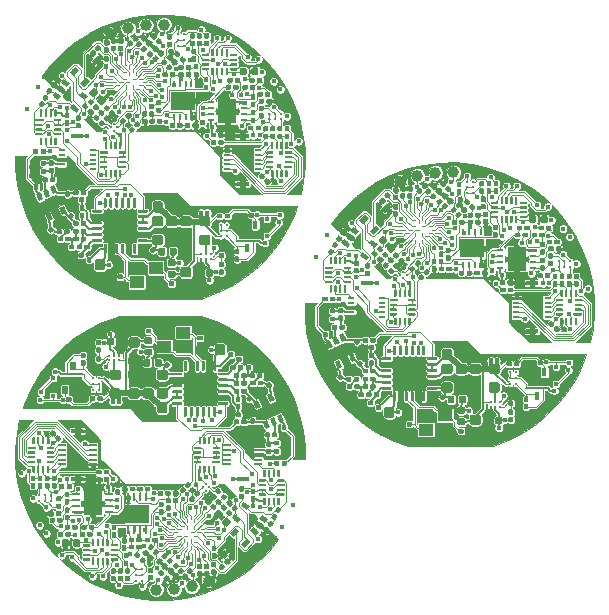
<source format=gtl>
%MOIN*%
%OFA0B0*%
%FSLAX46Y46*%
%IPPOS*%
%LPD*%
%AMREC730*
4,1,3,
0.0068897637795275581,0.00688976377952756,
-0.00688976377952756,0.0068897637795275581,
-0.0068897637795275581,-0.00688976377952756,
0.00688976377952756,-0.0068897637795275581,
0*%
%AMREC740*
4,1,3,
0.011811023622047244,0.0049212598425196867,
-0.011811023622047244,0.0049212598425196841,
-0.011811023622047244,-0.0049212598425196867,
0.011811023622047244,-0.0049212598425196841,
0*%
%AMREC750*
4,1,3,
0.031496062992125984,0.03937007874015748,
-0.031496062992125991,0.03937007874015748,
-0.031496062992125984,-0.03937007874015748,
0.031496062992125991,-0.03937007874015748,
0*%
%AMREC760*
4,1,3,
0.0049212598425196841,0.011811023622047244,
-0.0049212598425196867,0.011811023622047244,
-0.0049212598425196841,-0.011811023622047244,
0.0049212598425196867,-0.011811023622047244,
0*%
%AMREC770*
4,1,3,
0.03937007874015748,0.031496062992125991,
-0.03937007874015748,0.031496062992125984,
-0.03937007874015748,-0.031496062992125991,
0.03937007874015748,-0.031496062992125984,
0*%
%AMREC780*
4,1,3,
0.012401574803149608,0.0045275590551181119,
-0.012401574803149608,0.0045275590551181093,
-0.012401574803149608,-0.0045275590551181119,
0.012401574803149608,-0.0045275590551181093,
0*%
%AMREC790*
4,1,3,
0.021653543307086617,0.0074803149606299238,
-0.021653543307086617,0.0074803149606299194,
-0.021653543307086617,-0.0074803149606299238,
0.021653543307086617,-0.0074803149606299194,
0*%
%AMREC800*
4,1,3,
0.023622047244094484,0.019685039370078747,
-0.023622047244094491,0.01968503937007874,
-0.023622047244094484,-0.019685039370078747,
0.023622047244094491,-0.01968503937007874,
0*%
%AMREC810*
4,1,3,
0.0088582677165354312,0.013779527559055118,
-0.0088582677165354364,0.013779527559055118,
-0.0088582677165354312,-0.013779527559055118,
0.0088582677165354364,-0.013779527559055118,
0*%
%ADD10C,0.00984251968503937*%
%ADD11C,0.0078740157480314977*%
%ADD12R,0.013779527559055118X0.013779527559055118*%
%ADD13C,0.03937007874015748*%
%ADD14C,0.0039370078740157488*%
%ADD15C,0.00984251968503937*%
%ADD16C,0.01968503937007874*%
%ADD17C,0.10236220472440946*%
%ADD18R,0.023622047244094488X0.00984251968503937*%
%ADD19R,0.062992125984251982X0.07874015748031496*%
%ADD20R,0.00984251968503937X0.023622047244094488*%
%ADD21R,0.07874015748031496X0.062992125984251982*%
%ADD22R,0.024803149606299216X0.0090551181102362221*%
%ADD23R,0.043307086614173235X0.014960629921259844*%
%ADD24C,0.015748031496062995*%
%ADD25C,0.0052362204724409455*%
%ADD26C,0.0078740157480314977*%
%ADD27C,0.023228346456692913*%
%ADD28C,0.034448818897637797*%
%ADD29R,0.047244094488188976X0.03937007874015748*%
%ADD30C,0.017716535433070866*%
%ADD31R,0.017716535433070866X0.027559055118110236*%
%ADD32C,0.017716535433070866*%
%ADD33C,0.0078740157480314977*%
%ADD34C,0.0035039370078740156*%
%ADD35C,0.01968503937007874*%
%ADD36C,0.011811023622047244*%
%ADD47C,0.00984251968503937*%
%ADD48C,0.0078740157480314977*%
%AMCOMP91*
4,1,3,
0.0068897637795275581,0.00688976377952756,
-0.00688976377952756,0.0068897637795275581,
-0.0068897637795275581,-0.00688976377952756,
0.00688976377952756,-0.0068897637795275581,
0*%
%ADD49COMP91*%
%ADD50C,0.03937007874015748*%
%ADD51C,0.0039370078740157488*%
%ADD52C,0.00984251968503937*%
%ADD53C,0.01968503937007874*%
%ADD54C,0.10236220472440946*%
%AMCOMP92*
4,1,3,
0.011811023622047244,0.0049212598425196867,
-0.011811023622047244,0.0049212598425196841,
-0.011811023622047244,-0.0049212598425196867,
0.011811023622047244,-0.0049212598425196841,
0*%
%ADD55COMP92*%
%AMCOMP93*
4,1,3,
0.031496062992125984,0.03937007874015748,
-0.031496062992125991,0.03937007874015748,
-0.031496062992125984,-0.03937007874015748,
0.031496062992125991,-0.03937007874015748,
0*%
%ADD56COMP93*%
%AMCOMP94*
4,1,3,
0.0049212598425196841,0.011811023622047244,
-0.0049212598425196867,0.011811023622047244,
-0.0049212598425196841,-0.011811023622047244,
0.0049212598425196867,-0.011811023622047244,
0*%
%ADD57COMP94*%
%AMCOMP95*
4,1,3,
0.03937007874015748,0.031496062992125991,
-0.03937007874015748,0.031496062992125984,
-0.03937007874015748,-0.031496062992125991,
0.03937007874015748,-0.031496062992125984,
0*%
%ADD58COMP95*%
%AMCOMP96*
4,1,3,
0.012401574803149608,0.0045275590551181119,
-0.012401574803149608,0.0045275590551181093,
-0.012401574803149608,-0.0045275590551181119,
0.012401574803149608,-0.0045275590551181093,
0*%
%ADD59COMP96*%
%AMCOMP97*
4,1,3,
0.021653543307086617,0.0074803149606299238,
-0.021653543307086617,0.0074803149606299194,
-0.021653543307086617,-0.0074803149606299238,
0.021653543307086617,-0.0074803149606299194,
0*%
%ADD60COMP97*%
%ADD61C,0.015748031496062995*%
%ADD62C,0.0052362204724409455*%
%ADD63C,0.0078740157480314977*%
%ADD64C,0.023228346456692913*%
%ADD65C,0.034448818897637797*%
%AMCOMP98*
4,1,3,
0.023622047244094484,0.019685039370078747,
-0.023622047244094491,0.01968503937007874,
-0.023622047244094484,-0.019685039370078747,
0.023622047244094491,-0.01968503937007874,
0*%
%ADD66COMP98*%
%ADD67C,0.017716535433070866*%
%AMCOMP99*
4,1,3,
0.0088582677165354312,0.013779527559055118,
-0.0088582677165354364,0.013779527559055118,
-0.0088582677165354312,-0.013779527559055118,
0.0088582677165354364,-0.013779527559055118,
0*%
%ADD68COMP99*%
%ADD69C,0.017716535433070866*%
%ADD70C,0.0078740157480314977*%
%ADD71C,0.0035039370078740156*%
%ADD72C,0.01968503937007874*%
%ADD73C,0.011811023622047244*%
%ADD74C,0.00984251968503937*%
%ADD75C,0.0078740157480314977*%
%ADD76R,0.013779527559055118X0.013779527559055118*%
%ADD77C,0.03937007874015748*%
%ADD78C,0.0039370078740157488*%
%ADD79C,0.00984251968503937*%
%ADD80C,0.01968503937007874*%
%ADD81C,0.10236220472440946*%
%ADD82R,0.023622047244094488X0.00984251968503937*%
%ADD83R,0.062992125984251982X0.07874015748031496*%
%ADD84R,0.00984251968503937X0.023622047244094488*%
%ADD85R,0.07874015748031496X0.062992125984251982*%
%ADD86R,0.024803149606299216X0.0090551181102362221*%
%ADD87R,0.043307086614173235X0.014960629921259844*%
%ADD88C,0.015748031496062995*%
%ADD89C,0.0052362204724409455*%
%ADD90C,0.0078740157480314977*%
%ADD91C,0.023228346456692913*%
%ADD92C,0.034448818897637797*%
%ADD93R,0.047244094488188976X0.03937007874015748*%
%ADD94C,0.017716535433070866*%
%ADD95R,0.017716535433070866X0.027559055118110236*%
%ADD96C,0.017716535433070866*%
%ADD97C,0.0078740157480314977*%
%ADD98C,0.0035039370078740156*%
%ADD99C,0.01968503937007874*%
%ADD100C,0.011811023622047244*%
G01*
D10*
X0000492125Y0001476377D02*
X0000570866Y0001856299D03*
X0000551181Y0001856299D03*
X0000570866Y0001875984D03*
X0000551181Y0001875984D03*
X0000570866Y0001895669D03*
X0000551181Y0001895669D03*
D11*
X0000350218Y0001584136D03*
X0000339082Y0001573000D03*
X0000339082Y0001595271D03*
X0000327947Y0001584136D03*
D10*
X0000895669Y0001629921D03*
X0000895669Y0001610236D03*
X0000875984Y0001629921D03*
X0000875984Y0001610236D03*
X0000856299Y0001629921D03*
X0000856299Y0001610236D03*
X0000694881Y0001259842D03*
X0000714566Y0001259842D03*
X0000694881Y0001240157D03*
X0000714566Y0001240157D03*
X0000694881Y0001220472D03*
X0000714566Y0001220472D03*
D11*
X0000661417Y0001161417D03*
X0000661417Y0001145669D03*
X0000645669Y0001161417D03*
X0000645669Y0001145669D03*
X0000629921Y0001161417D03*
X0000629921Y0001145669D03*
D12*
X0000891338Y0001235236D03*
X0000891338Y0001292322D03*
D13*
X0000385917Y0001914384D03*
X0000329017Y0001895184D03*
X0000445017Y0001924384D03*
X0000505217Y0001925784D03*
D14*
G36*
X0000296008Y0001211602D02*
X0000296247Y0001211566D01*
X0000296482Y0001211508D01*
X0000296709Y0001211426D01*
X0000296927Y0001211323D01*
X0000297134Y0001211199D01*
X0000297328Y0001211055D01*
X0000297507Y0001210893D01*
X0000297669Y0001210714D01*
X0000297813Y0001210520D01*
X0000297937Y0001210313D01*
X0000298041Y0001210095D01*
X0000298122Y0001209867D01*
X0000298181Y0001209633D01*
X0000298216Y0001209394D01*
X0000298228Y0001209153D01*
X0000298228Y0001204232D01*
X0000298216Y0001203991D01*
X0000298181Y0001203752D01*
X0000298122Y0001203517D01*
X0000298041Y0001203290D01*
X0000297937Y0001203072D01*
X0000297813Y0001202865D01*
X0000297669Y0001202671D01*
X0000297507Y0001202492D01*
X0000297328Y0001202330D01*
X0000297134Y0001202186D01*
X0000296927Y0001202062D01*
X0000296709Y0001201958D01*
X0000296482Y0001201877D01*
X0000296247Y0001201818D01*
X0000296008Y0001201783D01*
X0000295767Y0001201771D01*
X0000268208Y0001201771D01*
X0000267967Y0001201783D01*
X0000267728Y0001201818D01*
X0000267494Y0001201877D01*
X0000267267Y0001201958D01*
X0000267048Y0001202062D01*
X0000266841Y0001202186D01*
X0000266647Y0001202330D01*
X0000266468Y0001202492D01*
X0000266306Y0001202671D01*
X0000266162Y0001202865D01*
X0000266038Y0001203072D01*
X0000265935Y0001203290D01*
X0000265853Y0001203517D01*
X0000265795Y0001203752D01*
X0000265759Y0001203991D01*
X0000265748Y0001204232D01*
X0000265748Y0001209153D01*
X0000265759Y0001209394D01*
X0000265795Y0001209633D01*
X0000265853Y0001209867D01*
X0000265935Y0001210095D01*
X0000266038Y0001210313D01*
X0000266162Y0001210520D01*
X0000266306Y0001210714D01*
X0000266468Y0001210893D01*
X0000266647Y0001211055D01*
X0000266841Y0001211199D01*
X0000267048Y0001211323D01*
X0000267267Y0001211426D01*
X0000267494Y0001211508D01*
X0000267728Y0001211566D01*
X0000267967Y0001211602D01*
X0000268208Y0001211614D01*
X0000295767Y0001211614D01*
X0000296008Y0001211602D01*
X0000296008Y0001211602D01*
G37*
D15*
X0000281988Y0001206692D03*
D14*
G36*
X0000296008Y0001231287D02*
X0000296247Y0001231251D01*
X0000296482Y0001231193D01*
X0000296709Y0001231111D01*
X0000296927Y0001231008D01*
X0000297134Y0001230884D01*
X0000297328Y0001230740D01*
X0000297507Y0001230578D01*
X0000297669Y0001230399D01*
X0000297813Y0001230205D01*
X0000297937Y0001229998D01*
X0000298041Y0001229780D01*
X0000298122Y0001229552D01*
X0000298181Y0001229318D01*
X0000298216Y0001229079D01*
X0000298228Y0001228838D01*
X0000298228Y0001223917D01*
X0000298216Y0001223676D01*
X0000298181Y0001223437D01*
X0000298122Y0001223203D01*
X0000298041Y0001222975D01*
X0000297937Y0001222757D01*
X0000297813Y0001222550D01*
X0000297669Y0001222356D01*
X0000297507Y0001222177D01*
X0000297328Y0001222015D01*
X0000297134Y0001221871D01*
X0000296927Y0001221747D01*
X0000296709Y0001221644D01*
X0000296482Y0001221562D01*
X0000296247Y0001221503D01*
X0000296008Y0001221468D01*
X0000295767Y0001221456D01*
X0000268208Y0001221456D01*
X0000267967Y0001221468D01*
X0000267728Y0001221503D01*
X0000267494Y0001221562D01*
X0000267267Y0001221644D01*
X0000267048Y0001221747D01*
X0000266841Y0001221871D01*
X0000266647Y0001222015D01*
X0000266468Y0001222177D01*
X0000266306Y0001222356D01*
X0000266162Y0001222550D01*
X0000266038Y0001222757D01*
X0000265935Y0001222975D01*
X0000265853Y0001223203D01*
X0000265795Y0001223437D01*
X0000265759Y0001223676D01*
X0000265748Y0001223917D01*
X0000265748Y0001228838D01*
X0000265759Y0001229079D01*
X0000265795Y0001229318D01*
X0000265853Y0001229552D01*
X0000265935Y0001229780D01*
X0000266038Y0001229998D01*
X0000266162Y0001230205D01*
X0000266306Y0001230399D01*
X0000266468Y0001230578D01*
X0000266647Y0001230740D01*
X0000266841Y0001230884D01*
X0000267048Y0001231008D01*
X0000267267Y0001231111D01*
X0000267494Y0001231193D01*
X0000267728Y0001231251D01*
X0000267967Y0001231287D01*
X0000268208Y0001231299D01*
X0000295767Y0001231299D01*
X0000296008Y0001231287D01*
X0000296008Y0001231287D01*
G37*
D15*
X0000281988Y0001226377D03*
D14*
G36*
X0000296008Y0001250972D02*
X0000296247Y0001250936D01*
X0000296482Y0001250878D01*
X0000296709Y0001250796D01*
X0000296927Y0001250693D01*
X0000297134Y0001250569D01*
X0000297328Y0001250425D01*
X0000297507Y0001250263D01*
X0000297669Y0001250084D01*
X0000297813Y0001249890D01*
X0000297937Y0001249683D01*
X0000298041Y0001249465D01*
X0000298122Y0001249237D01*
X0000298181Y0001249003D01*
X0000298216Y0001248764D01*
X0000298228Y0001248523D01*
X0000298228Y0001243602D01*
X0000298216Y0001243361D01*
X0000298181Y0001243122D01*
X0000298122Y0001242888D01*
X0000298041Y0001242660D01*
X0000297937Y0001242442D01*
X0000297813Y0001242235D01*
X0000297669Y0001242041D01*
X0000297507Y0001241862D01*
X0000297328Y0001241700D01*
X0000297134Y0001241556D01*
X0000296927Y0001241432D01*
X0000296709Y0001241329D01*
X0000296482Y0001241247D01*
X0000296247Y0001241189D01*
X0000296008Y0001241153D01*
X0000295767Y0001241141D01*
X0000268208Y0001241141D01*
X0000267967Y0001241153D01*
X0000267728Y0001241189D01*
X0000267494Y0001241247D01*
X0000267267Y0001241329D01*
X0000267048Y0001241432D01*
X0000266841Y0001241556D01*
X0000266647Y0001241700D01*
X0000266468Y0001241862D01*
X0000266306Y0001242041D01*
X0000266162Y0001242235D01*
X0000266038Y0001242442D01*
X0000265935Y0001242660D01*
X0000265853Y0001242888D01*
X0000265795Y0001243122D01*
X0000265759Y0001243361D01*
X0000265748Y0001243602D01*
X0000265748Y0001248523D01*
X0000265759Y0001248764D01*
X0000265795Y0001249003D01*
X0000265853Y0001249237D01*
X0000265935Y0001249465D01*
X0000266038Y0001249683D01*
X0000266162Y0001249890D01*
X0000266306Y0001250084D01*
X0000266468Y0001250263D01*
X0000266647Y0001250425D01*
X0000266841Y0001250569D01*
X0000267048Y0001250693D01*
X0000267267Y0001250796D01*
X0000267494Y0001250878D01*
X0000267728Y0001250936D01*
X0000267967Y0001250972D01*
X0000268208Y0001250984D01*
X0000295767Y0001250984D01*
X0000296008Y0001250972D01*
X0000296008Y0001250972D01*
G37*
D15*
X0000281988Y0001246062D03*
D14*
G36*
X0000296008Y0001270657D02*
X0000296247Y0001270621D01*
X0000296482Y0001270563D01*
X0000296709Y0001270481D01*
X0000296927Y0001270378D01*
X0000297134Y0001270254D01*
X0000297328Y0001270110D01*
X0000297507Y0001269948D01*
X0000297669Y0001269769D01*
X0000297813Y0001269575D01*
X0000297937Y0001269368D01*
X0000298041Y0001269150D01*
X0000298122Y0001268922D01*
X0000298181Y0001268688D01*
X0000298216Y0001268449D01*
X0000298228Y0001268208D01*
X0000298228Y0001263287D01*
X0000298216Y0001263046D01*
X0000298181Y0001262807D01*
X0000298122Y0001262573D01*
X0000298041Y0001262345D01*
X0000297937Y0001262127D01*
X0000297813Y0001261920D01*
X0000297669Y0001261726D01*
X0000297507Y0001261547D01*
X0000297328Y0001261385D01*
X0000297134Y0001261241D01*
X0000296927Y0001261117D01*
X0000296709Y0001261014D01*
X0000296482Y0001260932D01*
X0000296247Y0001260874D01*
X0000296008Y0001260838D01*
X0000295767Y0001260826D01*
X0000268208Y0001260826D01*
X0000267967Y0001260838D01*
X0000267728Y0001260874D01*
X0000267494Y0001260932D01*
X0000267267Y0001261014D01*
X0000267048Y0001261117D01*
X0000266841Y0001261241D01*
X0000266647Y0001261385D01*
X0000266468Y0001261547D01*
X0000266306Y0001261726D01*
X0000266162Y0001261920D01*
X0000266038Y0001262127D01*
X0000265935Y0001262345D01*
X0000265853Y0001262573D01*
X0000265795Y0001262807D01*
X0000265759Y0001263046D01*
X0000265748Y0001263287D01*
X0000265748Y0001268208D01*
X0000265759Y0001268449D01*
X0000265795Y0001268688D01*
X0000265853Y0001268922D01*
X0000265935Y0001269150D01*
X0000266038Y0001269368D01*
X0000266162Y0001269575D01*
X0000266306Y0001269769D01*
X0000266468Y0001269948D01*
X0000266647Y0001270110D01*
X0000266841Y0001270254D01*
X0000267048Y0001270378D01*
X0000267267Y0001270481D01*
X0000267494Y0001270563D01*
X0000267728Y0001270621D01*
X0000267967Y0001270657D01*
X0000268208Y0001270669D01*
X0000295767Y0001270669D01*
X0000296008Y0001270657D01*
X0000296008Y0001270657D01*
G37*
D15*
X0000281988Y0001265748D03*
D14*
G36*
X0000296008Y0001290342D02*
X0000296247Y0001290307D01*
X0000296482Y0001290248D01*
X0000296709Y0001290166D01*
X0000296927Y0001290063D01*
X0000297134Y0001289939D01*
X0000297328Y0001289795D01*
X0000297507Y0001289633D01*
X0000297669Y0001289454D01*
X0000297813Y0001289260D01*
X0000297937Y0001289053D01*
X0000298041Y0001288835D01*
X0000298122Y0001288607D01*
X0000298181Y0001288373D01*
X0000298216Y0001288134D01*
X0000298228Y0001287893D01*
X0000298228Y0001282972D01*
X0000298216Y0001282731D01*
X0000298181Y0001282492D01*
X0000298122Y0001282258D01*
X0000298041Y0001282030D01*
X0000297937Y0001281812D01*
X0000297813Y0001281605D01*
X0000297669Y0001281411D01*
X0000297507Y0001281232D01*
X0000297328Y0001281070D01*
X0000297134Y0001280926D01*
X0000296927Y0001280802D01*
X0000296709Y0001280699D01*
X0000296482Y0001280617D01*
X0000296247Y0001280559D01*
X0000296008Y0001280523D01*
X0000295767Y0001280511D01*
X0000268208Y0001280511D01*
X0000267967Y0001280523D01*
X0000267728Y0001280559D01*
X0000267494Y0001280617D01*
X0000267267Y0001280699D01*
X0000267048Y0001280802D01*
X0000266841Y0001280926D01*
X0000266647Y0001281070D01*
X0000266468Y0001281232D01*
X0000266306Y0001281411D01*
X0000266162Y0001281605D01*
X0000266038Y0001281812D01*
X0000265935Y0001282030D01*
X0000265853Y0001282258D01*
X0000265795Y0001282492D01*
X0000265759Y0001282731D01*
X0000265748Y0001282972D01*
X0000265748Y0001287893D01*
X0000265759Y0001288134D01*
X0000265795Y0001288373D01*
X0000265853Y0001288607D01*
X0000265935Y0001288835D01*
X0000266038Y0001289053D01*
X0000266162Y0001289260D01*
X0000266306Y0001289454D01*
X0000266468Y0001289633D01*
X0000266647Y0001289795D01*
X0000266841Y0001289939D01*
X0000267048Y0001290063D01*
X0000267267Y0001290166D01*
X0000267494Y0001290248D01*
X0000267728Y0001290307D01*
X0000267967Y0001290342D01*
X0000268208Y0001290354D01*
X0000295767Y0001290354D01*
X0000296008Y0001290342D01*
X0000296008Y0001290342D01*
G37*
D15*
X0000281988Y0001285433D03*
D14*
G36*
X0000296008Y0001310027D02*
X0000296247Y0001309992D01*
X0000296482Y0001309933D01*
X0000296709Y0001309852D01*
X0000296927Y0001309748D01*
X0000297134Y0001309624D01*
X0000297328Y0001309480D01*
X0000297507Y0001309318D01*
X0000297669Y0001309139D01*
X0000297813Y0001308945D01*
X0000297937Y0001308738D01*
X0000298041Y0001308520D01*
X0000298122Y0001308293D01*
X0000298181Y0001308058D01*
X0000298216Y0001307819D01*
X0000298228Y0001307578D01*
X0000298228Y0001302657D01*
X0000298216Y0001302416D01*
X0000298181Y0001302177D01*
X0000298122Y0001301943D01*
X0000298041Y0001301715D01*
X0000297937Y0001301497D01*
X0000297813Y0001301290D01*
X0000297669Y0001301096D01*
X0000297507Y0001300917D01*
X0000297328Y0001300755D01*
X0000297134Y0001300611D01*
X0000296927Y0001300487D01*
X0000296709Y0001300384D01*
X0000296482Y0001300302D01*
X0000296247Y0001300244D01*
X0000296008Y0001300208D01*
X0000295767Y0001300196D01*
X0000268208Y0001300196D01*
X0000267967Y0001300208D01*
X0000267728Y0001300244D01*
X0000267494Y0001300302D01*
X0000267267Y0001300384D01*
X0000267048Y0001300487D01*
X0000266841Y0001300611D01*
X0000266647Y0001300755D01*
X0000266468Y0001300917D01*
X0000266306Y0001301096D01*
X0000266162Y0001301290D01*
X0000266038Y0001301497D01*
X0000265935Y0001301715D01*
X0000265853Y0001301943D01*
X0000265795Y0001302177D01*
X0000265759Y0001302416D01*
X0000265748Y0001302657D01*
X0000265748Y0001307578D01*
X0000265759Y0001307819D01*
X0000265795Y0001308058D01*
X0000265853Y0001308293D01*
X0000265935Y0001308520D01*
X0000266038Y0001308738D01*
X0000266162Y0001308945D01*
X0000266306Y0001309139D01*
X0000266468Y0001309318D01*
X0000266647Y0001309480D01*
X0000266841Y0001309624D01*
X0000267048Y0001309748D01*
X0000267267Y0001309852D01*
X0000267494Y0001309933D01*
X0000267728Y0001309992D01*
X0000267967Y0001310027D01*
X0000268208Y0001310039D01*
X0000295767Y0001310039D01*
X0000296008Y0001310027D01*
X0000296008Y0001310027D01*
G37*
D15*
X0000281988Y0001305118D03*
D14*
G36*
X0000311756Y0001348413D02*
X0000311995Y0001348377D01*
X0000312230Y0001348319D01*
X0000312457Y0001348237D01*
X0000312675Y0001348134D01*
X0000312882Y0001348010D01*
X0000313076Y0001347866D01*
X0000313255Y0001347704D01*
X0000313417Y0001347525D01*
X0000313561Y0001347331D01*
X0000313685Y0001347124D01*
X0000313789Y0001346906D01*
X0000313870Y0001346678D01*
X0000313929Y0001346444D01*
X0000313964Y0001346205D01*
X0000313976Y0001345964D01*
X0000313976Y0001318405D01*
X0000313964Y0001318164D01*
X0000313929Y0001317925D01*
X0000313870Y0001317691D01*
X0000313789Y0001317463D01*
X0000313685Y0001317245D01*
X0000313561Y0001317038D01*
X0000313417Y0001316844D01*
X0000313255Y0001316665D01*
X0000313076Y0001316503D01*
X0000312882Y0001316359D01*
X0000312675Y0001316235D01*
X0000312457Y0001316132D01*
X0000312230Y0001316050D01*
X0000311995Y0001315992D01*
X0000311756Y0001315956D01*
X0000311515Y0001315944D01*
X0000306594Y0001315944D01*
X0000306353Y0001315956D01*
X0000306114Y0001315992D01*
X0000305880Y0001316050D01*
X0000305652Y0001316132D01*
X0000305434Y0001316235D01*
X0000305227Y0001316359D01*
X0000305033Y0001316503D01*
X0000304854Y0001316665D01*
X0000304692Y0001316844D01*
X0000304548Y0001317038D01*
X0000304424Y0001317245D01*
X0000304321Y0001317463D01*
X0000304239Y0001317691D01*
X0000304181Y0001317925D01*
X0000304145Y0001318164D01*
X0000304133Y0001318405D01*
X0000304133Y0001345964D01*
X0000304145Y0001346205D01*
X0000304181Y0001346444D01*
X0000304239Y0001346678D01*
X0000304321Y0001346906D01*
X0000304424Y0001347124D01*
X0000304548Y0001347331D01*
X0000304692Y0001347525D01*
X0000304854Y0001347704D01*
X0000305033Y0001347866D01*
X0000305227Y0001348010D01*
X0000305434Y0001348134D01*
X0000305652Y0001348237D01*
X0000305880Y0001348319D01*
X0000306114Y0001348377D01*
X0000306353Y0001348413D01*
X0000306594Y0001348425D01*
X0000311515Y0001348425D01*
X0000311756Y0001348413D01*
X0000311756Y0001348413D01*
G37*
D15*
X0000309055Y0001332185D03*
D14*
G36*
X0000331441Y0001348413D02*
X0000331680Y0001348377D01*
X0000331915Y0001348319D01*
X0000332142Y0001348237D01*
X0000332360Y0001348134D01*
X0000332567Y0001348010D01*
X0000332761Y0001347866D01*
X0000332940Y0001347704D01*
X0000333102Y0001347525D01*
X0000333246Y0001347331D01*
X0000333370Y0001347124D01*
X0000333474Y0001346906D01*
X0000333555Y0001346678D01*
X0000333614Y0001346444D01*
X0000333649Y0001346205D01*
X0000333661Y0001345964D01*
X0000333661Y0001318405D01*
X0000333649Y0001318164D01*
X0000333614Y0001317925D01*
X0000333555Y0001317691D01*
X0000333474Y0001317463D01*
X0000333370Y0001317245D01*
X0000333246Y0001317038D01*
X0000333102Y0001316844D01*
X0000332940Y0001316665D01*
X0000332761Y0001316503D01*
X0000332567Y0001316359D01*
X0000332360Y0001316235D01*
X0000332142Y0001316132D01*
X0000331915Y0001316050D01*
X0000331680Y0001315992D01*
X0000331441Y0001315956D01*
X0000331200Y0001315944D01*
X0000326279Y0001315944D01*
X0000326038Y0001315956D01*
X0000325799Y0001315992D01*
X0000325565Y0001316050D01*
X0000325337Y0001316132D01*
X0000325119Y0001316235D01*
X0000324912Y0001316359D01*
X0000324718Y0001316503D01*
X0000324539Y0001316665D01*
X0000324377Y0001316844D01*
X0000324233Y0001317038D01*
X0000324109Y0001317245D01*
X0000324006Y0001317463D01*
X0000323924Y0001317691D01*
X0000323866Y0001317925D01*
X0000323830Y0001318164D01*
X0000323818Y0001318405D01*
X0000323818Y0001345964D01*
X0000323830Y0001346205D01*
X0000323866Y0001346444D01*
X0000323924Y0001346678D01*
X0000324006Y0001346906D01*
X0000324109Y0001347124D01*
X0000324233Y0001347331D01*
X0000324377Y0001347525D01*
X0000324539Y0001347704D01*
X0000324718Y0001347866D01*
X0000324912Y0001348010D01*
X0000325119Y0001348134D01*
X0000325337Y0001348237D01*
X0000325565Y0001348319D01*
X0000325799Y0001348377D01*
X0000326038Y0001348413D01*
X0000326279Y0001348425D01*
X0000331200Y0001348425D01*
X0000331441Y0001348413D01*
X0000331441Y0001348413D01*
G37*
D15*
X0000328740Y0001332185D03*
D14*
G36*
X0000351127Y0001348413D02*
X0000351365Y0001348377D01*
X0000351600Y0001348319D01*
X0000351827Y0001348237D01*
X0000352045Y0001348134D01*
X0000352252Y0001348010D01*
X0000352446Y0001347866D01*
X0000352625Y0001347704D01*
X0000352787Y0001347525D01*
X0000352931Y0001347331D01*
X0000353055Y0001347124D01*
X0000353159Y0001346906D01*
X0000353240Y0001346678D01*
X0000353299Y0001346444D01*
X0000353334Y0001346205D01*
X0000353346Y0001345964D01*
X0000353346Y0001318405D01*
X0000353334Y0001318164D01*
X0000353299Y0001317925D01*
X0000353240Y0001317691D01*
X0000353159Y0001317463D01*
X0000353055Y0001317245D01*
X0000352931Y0001317038D01*
X0000352787Y0001316844D01*
X0000352625Y0001316665D01*
X0000352446Y0001316503D01*
X0000352252Y0001316359D01*
X0000352045Y0001316235D01*
X0000351827Y0001316132D01*
X0000351600Y0001316050D01*
X0000351365Y0001315992D01*
X0000351127Y0001315956D01*
X0000350885Y0001315944D01*
X0000345964Y0001315944D01*
X0000345723Y0001315956D01*
X0000345484Y0001315992D01*
X0000345250Y0001316050D01*
X0000345022Y0001316132D01*
X0000344804Y0001316235D01*
X0000344597Y0001316359D01*
X0000344403Y0001316503D01*
X0000344224Y0001316665D01*
X0000344062Y0001316844D01*
X0000343918Y0001317038D01*
X0000343794Y0001317245D01*
X0000343691Y0001317463D01*
X0000343609Y0001317691D01*
X0000343551Y0001317925D01*
X0000343515Y0001318164D01*
X0000343503Y0001318405D01*
X0000343503Y0001345964D01*
X0000343515Y0001346205D01*
X0000343551Y0001346444D01*
X0000343609Y0001346678D01*
X0000343691Y0001346906D01*
X0000343794Y0001347124D01*
X0000343918Y0001347331D01*
X0000344062Y0001347525D01*
X0000344224Y0001347704D01*
X0000344403Y0001347866D01*
X0000344597Y0001348010D01*
X0000344804Y0001348134D01*
X0000345022Y0001348237D01*
X0000345250Y0001348319D01*
X0000345484Y0001348377D01*
X0000345723Y0001348413D01*
X0000345964Y0001348425D01*
X0000350885Y0001348425D01*
X0000351127Y0001348413D01*
X0000351127Y0001348413D01*
G37*
D15*
X0000348425Y0001332185D03*
D14*
G36*
X0000370812Y0001348413D02*
X0000371050Y0001348377D01*
X0000371285Y0001348319D01*
X0000371512Y0001348237D01*
X0000371730Y0001348134D01*
X0000371937Y0001348010D01*
X0000372131Y0001347866D01*
X0000372310Y0001347704D01*
X0000372472Y0001347525D01*
X0000372616Y0001347331D01*
X0000372740Y0001347124D01*
X0000372844Y0001346906D01*
X0000372925Y0001346678D01*
X0000372984Y0001346444D01*
X0000373019Y0001346205D01*
X0000373031Y0001345964D01*
X0000373031Y0001318405D01*
X0000373019Y0001318164D01*
X0000372984Y0001317925D01*
X0000372925Y0001317691D01*
X0000372844Y0001317463D01*
X0000372740Y0001317245D01*
X0000372616Y0001317038D01*
X0000372472Y0001316844D01*
X0000372310Y0001316665D01*
X0000372131Y0001316503D01*
X0000371937Y0001316359D01*
X0000371730Y0001316235D01*
X0000371512Y0001316132D01*
X0000371285Y0001316050D01*
X0000371050Y0001315992D01*
X0000370812Y0001315956D01*
X0000370570Y0001315944D01*
X0000365649Y0001315944D01*
X0000365408Y0001315956D01*
X0000365169Y0001315992D01*
X0000364935Y0001316050D01*
X0000364707Y0001316132D01*
X0000364489Y0001316235D01*
X0000364282Y0001316359D01*
X0000364088Y0001316503D01*
X0000363909Y0001316665D01*
X0000363747Y0001316844D01*
X0000363603Y0001317038D01*
X0000363479Y0001317245D01*
X0000363376Y0001317463D01*
X0000363294Y0001317691D01*
X0000363236Y0001317925D01*
X0000363200Y0001318164D01*
X0000363188Y0001318405D01*
X0000363188Y0001345964D01*
X0000363200Y0001346205D01*
X0000363236Y0001346444D01*
X0000363294Y0001346678D01*
X0000363376Y0001346906D01*
X0000363479Y0001347124D01*
X0000363603Y0001347331D01*
X0000363747Y0001347525D01*
X0000363909Y0001347704D01*
X0000364088Y0001347866D01*
X0000364282Y0001348010D01*
X0000364489Y0001348134D01*
X0000364707Y0001348237D01*
X0000364935Y0001348319D01*
X0000365169Y0001348377D01*
X0000365408Y0001348413D01*
X0000365649Y0001348425D01*
X0000370570Y0001348425D01*
X0000370812Y0001348413D01*
X0000370812Y0001348413D01*
G37*
D15*
X0000368110Y0001332185D03*
D14*
G36*
X0000390497Y0001348413D02*
X0000390735Y0001348377D01*
X0000390970Y0001348319D01*
X0000391197Y0001348237D01*
X0000391415Y0001348134D01*
X0000391622Y0001348010D01*
X0000391816Y0001347866D01*
X0000391995Y0001347704D01*
X0000392157Y0001347525D01*
X0000392301Y0001347331D01*
X0000392425Y0001347124D01*
X0000392529Y0001346906D01*
X0000392610Y0001346678D01*
X0000392669Y0001346444D01*
X0000392704Y0001346205D01*
X0000392716Y0001345964D01*
X0000392716Y0001318405D01*
X0000392704Y0001318164D01*
X0000392669Y0001317925D01*
X0000392610Y0001317691D01*
X0000392529Y0001317463D01*
X0000392425Y0001317245D01*
X0000392301Y0001317038D01*
X0000392157Y0001316844D01*
X0000391995Y0001316665D01*
X0000391816Y0001316503D01*
X0000391622Y0001316359D01*
X0000391415Y0001316235D01*
X0000391197Y0001316132D01*
X0000390970Y0001316050D01*
X0000390735Y0001315992D01*
X0000390497Y0001315956D01*
X0000390255Y0001315944D01*
X0000385334Y0001315944D01*
X0000385093Y0001315956D01*
X0000384854Y0001315992D01*
X0000384620Y0001316050D01*
X0000384392Y0001316132D01*
X0000384174Y0001316235D01*
X0000383967Y0001316359D01*
X0000383773Y0001316503D01*
X0000383594Y0001316665D01*
X0000383432Y0001316844D01*
X0000383288Y0001317038D01*
X0000383164Y0001317245D01*
X0000383061Y0001317463D01*
X0000382979Y0001317691D01*
X0000382921Y0001317925D01*
X0000382885Y0001318164D01*
X0000382874Y0001318405D01*
X0000382874Y0001345964D01*
X0000382885Y0001346205D01*
X0000382921Y0001346444D01*
X0000382979Y0001346678D01*
X0000383061Y0001346906D01*
X0000383164Y0001347124D01*
X0000383288Y0001347331D01*
X0000383432Y0001347525D01*
X0000383594Y0001347704D01*
X0000383773Y0001347866D01*
X0000383967Y0001348010D01*
X0000384174Y0001348134D01*
X0000384392Y0001348237D01*
X0000384620Y0001348319D01*
X0000384854Y0001348377D01*
X0000385093Y0001348413D01*
X0000385334Y0001348425D01*
X0000390255Y0001348425D01*
X0000390497Y0001348413D01*
X0000390497Y0001348413D01*
G37*
D15*
X0000387795Y0001332185D03*
D14*
G36*
X0000410182Y0001348413D02*
X0000410420Y0001348377D01*
X0000410655Y0001348319D01*
X0000410882Y0001348237D01*
X0000411100Y0001348134D01*
X0000411307Y0001348010D01*
X0000411501Y0001347866D01*
X0000411680Y0001347704D01*
X0000411843Y0001347525D01*
X0000411986Y0001347331D01*
X0000412111Y0001347124D01*
X0000412214Y0001346906D01*
X0000412295Y0001346678D01*
X0000412354Y0001346444D01*
X0000412389Y0001346205D01*
X0000412401Y0001345964D01*
X0000412401Y0001318405D01*
X0000412389Y0001318164D01*
X0000412354Y0001317925D01*
X0000412295Y0001317691D01*
X0000412214Y0001317463D01*
X0000412111Y0001317245D01*
X0000411986Y0001317038D01*
X0000411843Y0001316844D01*
X0000411680Y0001316665D01*
X0000411501Y0001316503D01*
X0000411307Y0001316359D01*
X0000411100Y0001316235D01*
X0000410882Y0001316132D01*
X0000410655Y0001316050D01*
X0000410420Y0001315992D01*
X0000410182Y0001315956D01*
X0000409940Y0001315944D01*
X0000405019Y0001315944D01*
X0000404778Y0001315956D01*
X0000404539Y0001315992D01*
X0000404305Y0001316050D01*
X0000404078Y0001316132D01*
X0000403859Y0001316235D01*
X0000403652Y0001316359D01*
X0000403458Y0001316503D01*
X0000403279Y0001316665D01*
X0000403117Y0001316844D01*
X0000402973Y0001317038D01*
X0000402849Y0001317245D01*
X0000402746Y0001317463D01*
X0000402665Y0001317691D01*
X0000402606Y0001317925D01*
X0000402570Y0001318164D01*
X0000402559Y0001318405D01*
X0000402559Y0001345964D01*
X0000402570Y0001346205D01*
X0000402606Y0001346444D01*
X0000402665Y0001346678D01*
X0000402746Y0001346906D01*
X0000402849Y0001347124D01*
X0000402973Y0001347331D01*
X0000403117Y0001347525D01*
X0000403279Y0001347704D01*
X0000403458Y0001347866D01*
X0000403652Y0001348010D01*
X0000403859Y0001348134D01*
X0000404078Y0001348237D01*
X0000404305Y0001348319D01*
X0000404539Y0001348377D01*
X0000404778Y0001348413D01*
X0000405019Y0001348425D01*
X0000409940Y0001348425D01*
X0000410182Y0001348413D01*
X0000410182Y0001348413D01*
G37*
D15*
X0000407480Y0001332185D03*
D14*
G36*
X0000448567Y0001310027D02*
X0000448806Y0001309992D01*
X0000449041Y0001309933D01*
X0000449268Y0001309852D01*
X0000449486Y0001309748D01*
X0000449693Y0001309624D01*
X0000449887Y0001309480D01*
X0000450066Y0001309318D01*
X0000450228Y0001309139D01*
X0000450372Y0001308945D01*
X0000450496Y0001308738D01*
X0000450600Y0001308520D01*
X0000450681Y0001308293D01*
X0000450740Y0001308058D01*
X0000450775Y0001307819D01*
X0000450787Y0001307578D01*
X0000450787Y0001302657D01*
X0000450775Y0001302416D01*
X0000450740Y0001302177D01*
X0000450681Y0001301943D01*
X0000450600Y0001301715D01*
X0000450496Y0001301497D01*
X0000450372Y0001301290D01*
X0000450228Y0001301096D01*
X0000450066Y0001300917D01*
X0000449887Y0001300755D01*
X0000449693Y0001300611D01*
X0000449486Y0001300487D01*
X0000449268Y0001300384D01*
X0000449041Y0001300302D01*
X0000448806Y0001300244D01*
X0000448567Y0001300208D01*
X0000448326Y0001300196D01*
X0000420767Y0001300196D01*
X0000420526Y0001300208D01*
X0000420287Y0001300244D01*
X0000420053Y0001300302D01*
X0000419826Y0001300384D01*
X0000419607Y0001300487D01*
X0000419400Y0001300611D01*
X0000419206Y0001300755D01*
X0000419027Y0001300917D01*
X0000418865Y0001301096D01*
X0000418721Y0001301290D01*
X0000418597Y0001301497D01*
X0000418494Y0001301715D01*
X0000418413Y0001301943D01*
X0000418354Y0001302177D01*
X0000418318Y0001302416D01*
X0000418307Y0001302657D01*
X0000418307Y0001307578D01*
X0000418318Y0001307819D01*
X0000418354Y0001308058D01*
X0000418413Y0001308293D01*
X0000418494Y0001308520D01*
X0000418597Y0001308738D01*
X0000418721Y0001308945D01*
X0000418865Y0001309139D01*
X0000419027Y0001309318D01*
X0000419206Y0001309480D01*
X0000419400Y0001309624D01*
X0000419607Y0001309748D01*
X0000419826Y0001309852D01*
X0000420053Y0001309933D01*
X0000420287Y0001309992D01*
X0000420526Y0001310027D01*
X0000420767Y0001310039D01*
X0000448326Y0001310039D01*
X0000448567Y0001310027D01*
X0000448567Y0001310027D01*
G37*
D15*
X0000434547Y0001305118D03*
D14*
G36*
X0000448567Y0001290342D02*
X0000448806Y0001290307D01*
X0000449041Y0001290248D01*
X0000449268Y0001290166D01*
X0000449486Y0001290063D01*
X0000449693Y0001289939D01*
X0000449887Y0001289795D01*
X0000450066Y0001289633D01*
X0000450228Y0001289454D01*
X0000450372Y0001289260D01*
X0000450496Y0001289053D01*
X0000450600Y0001288835D01*
X0000450681Y0001288607D01*
X0000450740Y0001288373D01*
X0000450775Y0001288134D01*
X0000450787Y0001287893D01*
X0000450787Y0001282972D01*
X0000450775Y0001282731D01*
X0000450740Y0001282492D01*
X0000450681Y0001282258D01*
X0000450600Y0001282030D01*
X0000450496Y0001281812D01*
X0000450372Y0001281605D01*
X0000450228Y0001281411D01*
X0000450066Y0001281232D01*
X0000449887Y0001281070D01*
X0000449693Y0001280926D01*
X0000449486Y0001280802D01*
X0000449268Y0001280699D01*
X0000449041Y0001280617D01*
X0000448806Y0001280559D01*
X0000448567Y0001280523D01*
X0000448326Y0001280511D01*
X0000420767Y0001280511D01*
X0000420526Y0001280523D01*
X0000420287Y0001280559D01*
X0000420053Y0001280617D01*
X0000419826Y0001280699D01*
X0000419607Y0001280802D01*
X0000419400Y0001280926D01*
X0000419206Y0001281070D01*
X0000419027Y0001281232D01*
X0000418865Y0001281411D01*
X0000418721Y0001281605D01*
X0000418597Y0001281812D01*
X0000418494Y0001282030D01*
X0000418413Y0001282258D01*
X0000418354Y0001282492D01*
X0000418318Y0001282731D01*
X0000418307Y0001282972D01*
X0000418307Y0001287893D01*
X0000418318Y0001288134D01*
X0000418354Y0001288373D01*
X0000418413Y0001288607D01*
X0000418494Y0001288835D01*
X0000418597Y0001289053D01*
X0000418721Y0001289260D01*
X0000418865Y0001289454D01*
X0000419027Y0001289633D01*
X0000419206Y0001289795D01*
X0000419400Y0001289939D01*
X0000419607Y0001290063D01*
X0000419826Y0001290166D01*
X0000420053Y0001290248D01*
X0000420287Y0001290307D01*
X0000420526Y0001290342D01*
X0000420767Y0001290354D01*
X0000448326Y0001290354D01*
X0000448567Y0001290342D01*
X0000448567Y0001290342D01*
G37*
D15*
X0000434547Y0001285433D03*
D14*
G36*
X0000448567Y0001270657D02*
X0000448806Y0001270621D01*
X0000449041Y0001270563D01*
X0000449268Y0001270481D01*
X0000449486Y0001270378D01*
X0000449693Y0001270254D01*
X0000449887Y0001270110D01*
X0000450066Y0001269948D01*
X0000450228Y0001269769D01*
X0000450372Y0001269575D01*
X0000450496Y0001269368D01*
X0000450600Y0001269150D01*
X0000450681Y0001268922D01*
X0000450740Y0001268688D01*
X0000450775Y0001268449D01*
X0000450787Y0001268208D01*
X0000450787Y0001263287D01*
X0000450775Y0001263046D01*
X0000450740Y0001262807D01*
X0000450681Y0001262573D01*
X0000450600Y0001262345D01*
X0000450496Y0001262127D01*
X0000450372Y0001261920D01*
X0000450228Y0001261726D01*
X0000450066Y0001261547D01*
X0000449887Y0001261385D01*
X0000449693Y0001261241D01*
X0000449486Y0001261117D01*
X0000449268Y0001261014D01*
X0000449041Y0001260932D01*
X0000448806Y0001260874D01*
X0000448567Y0001260838D01*
X0000448326Y0001260826D01*
X0000420767Y0001260826D01*
X0000420526Y0001260838D01*
X0000420287Y0001260874D01*
X0000420053Y0001260932D01*
X0000419826Y0001261014D01*
X0000419607Y0001261117D01*
X0000419400Y0001261241D01*
X0000419206Y0001261385D01*
X0000419027Y0001261547D01*
X0000418865Y0001261726D01*
X0000418721Y0001261920D01*
X0000418597Y0001262127D01*
X0000418494Y0001262345D01*
X0000418413Y0001262573D01*
X0000418354Y0001262807D01*
X0000418318Y0001263046D01*
X0000418307Y0001263287D01*
X0000418307Y0001268208D01*
X0000418318Y0001268449D01*
X0000418354Y0001268688D01*
X0000418413Y0001268922D01*
X0000418494Y0001269150D01*
X0000418597Y0001269368D01*
X0000418721Y0001269575D01*
X0000418865Y0001269769D01*
X0000419027Y0001269948D01*
X0000419206Y0001270110D01*
X0000419400Y0001270254D01*
X0000419607Y0001270378D01*
X0000419826Y0001270481D01*
X0000420053Y0001270563D01*
X0000420287Y0001270621D01*
X0000420526Y0001270657D01*
X0000420767Y0001270669D01*
X0000448326Y0001270669D01*
X0000448567Y0001270657D01*
X0000448567Y0001270657D01*
G37*
D15*
X0000434547Y0001265748D03*
D14*
G36*
X0000448567Y0001250972D02*
X0000448806Y0001250936D01*
X0000449041Y0001250878D01*
X0000449268Y0001250796D01*
X0000449486Y0001250693D01*
X0000449693Y0001250569D01*
X0000449887Y0001250425D01*
X0000450066Y0001250263D01*
X0000450228Y0001250084D01*
X0000450372Y0001249890D01*
X0000450496Y0001249683D01*
X0000450600Y0001249465D01*
X0000450681Y0001249237D01*
X0000450740Y0001249003D01*
X0000450775Y0001248764D01*
X0000450787Y0001248523D01*
X0000450787Y0001243602D01*
X0000450775Y0001243361D01*
X0000450740Y0001243122D01*
X0000450681Y0001242888D01*
X0000450600Y0001242660D01*
X0000450496Y0001242442D01*
X0000450372Y0001242235D01*
X0000450228Y0001242041D01*
X0000450066Y0001241862D01*
X0000449887Y0001241700D01*
X0000449693Y0001241556D01*
X0000449486Y0001241432D01*
X0000449268Y0001241329D01*
X0000449041Y0001241247D01*
X0000448806Y0001241189D01*
X0000448567Y0001241153D01*
X0000448326Y0001241141D01*
X0000420767Y0001241141D01*
X0000420526Y0001241153D01*
X0000420287Y0001241189D01*
X0000420053Y0001241247D01*
X0000419826Y0001241329D01*
X0000419607Y0001241432D01*
X0000419400Y0001241556D01*
X0000419206Y0001241700D01*
X0000419027Y0001241862D01*
X0000418865Y0001242041D01*
X0000418721Y0001242235D01*
X0000418597Y0001242442D01*
X0000418494Y0001242660D01*
X0000418413Y0001242888D01*
X0000418354Y0001243122D01*
X0000418318Y0001243361D01*
X0000418307Y0001243602D01*
X0000418307Y0001248523D01*
X0000418318Y0001248764D01*
X0000418354Y0001249003D01*
X0000418413Y0001249237D01*
X0000418494Y0001249465D01*
X0000418597Y0001249683D01*
X0000418721Y0001249890D01*
X0000418865Y0001250084D01*
X0000419027Y0001250263D01*
X0000419206Y0001250425D01*
X0000419400Y0001250569D01*
X0000419607Y0001250693D01*
X0000419826Y0001250796D01*
X0000420053Y0001250878D01*
X0000420287Y0001250936D01*
X0000420526Y0001250972D01*
X0000420767Y0001250984D01*
X0000448326Y0001250984D01*
X0000448567Y0001250972D01*
X0000448567Y0001250972D01*
G37*
D15*
X0000434547Y0001246062D03*
D14*
G36*
X0000448567Y0001231287D02*
X0000448806Y0001231251D01*
X0000449041Y0001231193D01*
X0000449268Y0001231111D01*
X0000449486Y0001231008D01*
X0000449693Y0001230884D01*
X0000449887Y0001230740D01*
X0000450066Y0001230578D01*
X0000450228Y0001230399D01*
X0000450372Y0001230205D01*
X0000450496Y0001229998D01*
X0000450600Y0001229780D01*
X0000450681Y0001229552D01*
X0000450740Y0001229318D01*
X0000450775Y0001229079D01*
X0000450787Y0001228838D01*
X0000450787Y0001223917D01*
X0000450775Y0001223676D01*
X0000450740Y0001223437D01*
X0000450681Y0001223203D01*
X0000450600Y0001222975D01*
X0000450496Y0001222757D01*
X0000450372Y0001222550D01*
X0000450228Y0001222356D01*
X0000450066Y0001222177D01*
X0000449887Y0001222015D01*
X0000449693Y0001221871D01*
X0000449486Y0001221747D01*
X0000449268Y0001221644D01*
X0000449041Y0001221562D01*
X0000448806Y0001221503D01*
X0000448567Y0001221468D01*
X0000448326Y0001221456D01*
X0000420767Y0001221456D01*
X0000420526Y0001221468D01*
X0000420287Y0001221503D01*
X0000420053Y0001221562D01*
X0000419826Y0001221644D01*
X0000419607Y0001221747D01*
X0000419400Y0001221871D01*
X0000419206Y0001222015D01*
X0000419027Y0001222177D01*
X0000418865Y0001222356D01*
X0000418721Y0001222550D01*
X0000418597Y0001222757D01*
X0000418494Y0001222975D01*
X0000418413Y0001223203D01*
X0000418354Y0001223437D01*
X0000418318Y0001223676D01*
X0000418307Y0001223917D01*
X0000418307Y0001228838D01*
X0000418318Y0001229079D01*
X0000418354Y0001229318D01*
X0000418413Y0001229552D01*
X0000418494Y0001229780D01*
X0000418597Y0001229998D01*
X0000418721Y0001230205D01*
X0000418865Y0001230399D01*
X0000419027Y0001230578D01*
X0000419206Y0001230740D01*
X0000419400Y0001230884D01*
X0000419607Y0001231008D01*
X0000419826Y0001231111D01*
X0000420053Y0001231193D01*
X0000420287Y0001231251D01*
X0000420526Y0001231287D01*
X0000420767Y0001231299D01*
X0000448326Y0001231299D01*
X0000448567Y0001231287D01*
X0000448567Y0001231287D01*
G37*
D15*
X0000434547Y0001226377D03*
D14*
G36*
X0000448567Y0001211602D02*
X0000448806Y0001211566D01*
X0000449041Y0001211508D01*
X0000449268Y0001211426D01*
X0000449486Y0001211323D01*
X0000449693Y0001211199D01*
X0000449887Y0001211055D01*
X0000450066Y0001210893D01*
X0000450228Y0001210714D01*
X0000450372Y0001210520D01*
X0000450496Y0001210313D01*
X0000450600Y0001210095D01*
X0000450681Y0001209867D01*
X0000450740Y0001209633D01*
X0000450775Y0001209394D01*
X0000450787Y0001209153D01*
X0000450787Y0001204232D01*
X0000450775Y0001203991D01*
X0000450740Y0001203752D01*
X0000450681Y0001203517D01*
X0000450600Y0001203290D01*
X0000450496Y0001203072D01*
X0000450372Y0001202865D01*
X0000450228Y0001202671D01*
X0000450066Y0001202492D01*
X0000449887Y0001202330D01*
X0000449693Y0001202186D01*
X0000449486Y0001202062D01*
X0000449268Y0001201958D01*
X0000449041Y0001201877D01*
X0000448806Y0001201818D01*
X0000448567Y0001201783D01*
X0000448326Y0001201771D01*
X0000420767Y0001201771D01*
X0000420526Y0001201783D01*
X0000420287Y0001201818D01*
X0000420053Y0001201877D01*
X0000419826Y0001201958D01*
X0000419607Y0001202062D01*
X0000419400Y0001202186D01*
X0000419206Y0001202330D01*
X0000419027Y0001202492D01*
X0000418865Y0001202671D01*
X0000418721Y0001202865D01*
X0000418597Y0001203072D01*
X0000418494Y0001203290D01*
X0000418413Y0001203517D01*
X0000418354Y0001203752D01*
X0000418318Y0001203991D01*
X0000418307Y0001204232D01*
X0000418307Y0001209153D01*
X0000418318Y0001209394D01*
X0000418354Y0001209633D01*
X0000418413Y0001209867D01*
X0000418494Y0001210095D01*
X0000418597Y0001210313D01*
X0000418721Y0001210520D01*
X0000418865Y0001210714D01*
X0000419027Y0001210893D01*
X0000419206Y0001211055D01*
X0000419400Y0001211199D01*
X0000419607Y0001211323D01*
X0000419826Y0001211426D01*
X0000420053Y0001211508D01*
X0000420287Y0001211566D01*
X0000420526Y0001211602D01*
X0000420767Y0001211614D01*
X0000448326Y0001211614D01*
X0000448567Y0001211602D01*
X0000448567Y0001211602D01*
G37*
D15*
X0000434547Y0001206692D03*
D14*
G36*
X0000410182Y0001195854D02*
X0000410420Y0001195818D01*
X0000410655Y0001195760D01*
X0000410882Y0001195678D01*
X0000411100Y0001195575D01*
X0000411307Y0001195451D01*
X0000411501Y0001195307D01*
X0000411680Y0001195145D01*
X0000411843Y0001194966D01*
X0000411986Y0001194772D01*
X0000412111Y0001194565D01*
X0000412214Y0001194347D01*
X0000412295Y0001194119D01*
X0000412354Y0001193885D01*
X0000412389Y0001193646D01*
X0000412401Y0001193405D01*
X0000412401Y0001165846D01*
X0000412389Y0001165605D01*
X0000412354Y0001165366D01*
X0000412295Y0001165132D01*
X0000412214Y0001164904D01*
X0000412111Y0001164686D01*
X0000411986Y0001164479D01*
X0000411843Y0001164285D01*
X0000411680Y0001164106D01*
X0000411501Y0001163944D01*
X0000411307Y0001163800D01*
X0000411100Y0001163676D01*
X0000410882Y0001163573D01*
X0000410655Y0001163491D01*
X0000410420Y0001163433D01*
X0000410182Y0001163397D01*
X0000409940Y0001163385D01*
X0000405019Y0001163385D01*
X0000404778Y0001163397D01*
X0000404539Y0001163433D01*
X0000404305Y0001163491D01*
X0000404078Y0001163573D01*
X0000403859Y0001163676D01*
X0000403652Y0001163800D01*
X0000403458Y0001163944D01*
X0000403279Y0001164106D01*
X0000403117Y0001164285D01*
X0000402973Y0001164479D01*
X0000402849Y0001164686D01*
X0000402746Y0001164904D01*
X0000402665Y0001165132D01*
X0000402606Y0001165366D01*
X0000402570Y0001165605D01*
X0000402559Y0001165846D01*
X0000402559Y0001193405D01*
X0000402570Y0001193646D01*
X0000402606Y0001193885D01*
X0000402665Y0001194119D01*
X0000402746Y0001194347D01*
X0000402849Y0001194565D01*
X0000402973Y0001194772D01*
X0000403117Y0001194966D01*
X0000403279Y0001195145D01*
X0000403458Y0001195307D01*
X0000403652Y0001195451D01*
X0000403859Y0001195575D01*
X0000404078Y0001195678D01*
X0000404305Y0001195760D01*
X0000404539Y0001195818D01*
X0000404778Y0001195854D01*
X0000405019Y0001195866D01*
X0000409940Y0001195866D01*
X0000410182Y0001195854D01*
X0000410182Y0001195854D01*
G37*
D15*
X0000407480Y0001179625D03*
D14*
G36*
X0000390497Y0001195854D02*
X0000390735Y0001195818D01*
X0000390970Y0001195760D01*
X0000391197Y0001195678D01*
X0000391415Y0001195575D01*
X0000391622Y0001195451D01*
X0000391816Y0001195307D01*
X0000391995Y0001195145D01*
X0000392157Y0001194966D01*
X0000392301Y0001194772D01*
X0000392425Y0001194565D01*
X0000392529Y0001194347D01*
X0000392610Y0001194119D01*
X0000392669Y0001193885D01*
X0000392704Y0001193646D01*
X0000392716Y0001193405D01*
X0000392716Y0001165846D01*
X0000392704Y0001165605D01*
X0000392669Y0001165366D01*
X0000392610Y0001165132D01*
X0000392529Y0001164904D01*
X0000392425Y0001164686D01*
X0000392301Y0001164479D01*
X0000392157Y0001164285D01*
X0000391995Y0001164106D01*
X0000391816Y0001163944D01*
X0000391622Y0001163800D01*
X0000391415Y0001163676D01*
X0000391197Y0001163573D01*
X0000390970Y0001163491D01*
X0000390735Y0001163433D01*
X0000390497Y0001163397D01*
X0000390255Y0001163385D01*
X0000385334Y0001163385D01*
X0000385093Y0001163397D01*
X0000384854Y0001163433D01*
X0000384620Y0001163491D01*
X0000384392Y0001163573D01*
X0000384174Y0001163676D01*
X0000383967Y0001163800D01*
X0000383773Y0001163944D01*
X0000383594Y0001164106D01*
X0000383432Y0001164285D01*
X0000383288Y0001164479D01*
X0000383164Y0001164686D01*
X0000383061Y0001164904D01*
X0000382979Y0001165132D01*
X0000382921Y0001165366D01*
X0000382885Y0001165605D01*
X0000382874Y0001165846D01*
X0000382874Y0001193405D01*
X0000382885Y0001193646D01*
X0000382921Y0001193885D01*
X0000382979Y0001194119D01*
X0000383061Y0001194347D01*
X0000383164Y0001194565D01*
X0000383288Y0001194772D01*
X0000383432Y0001194966D01*
X0000383594Y0001195145D01*
X0000383773Y0001195307D01*
X0000383967Y0001195451D01*
X0000384174Y0001195575D01*
X0000384392Y0001195678D01*
X0000384620Y0001195760D01*
X0000384854Y0001195818D01*
X0000385093Y0001195854D01*
X0000385334Y0001195866D01*
X0000390255Y0001195866D01*
X0000390497Y0001195854D01*
X0000390497Y0001195854D01*
G37*
D15*
X0000387795Y0001179625D03*
D14*
G36*
X0000370812Y0001195854D02*
X0000371050Y0001195818D01*
X0000371285Y0001195760D01*
X0000371512Y0001195678D01*
X0000371730Y0001195575D01*
X0000371937Y0001195451D01*
X0000372131Y0001195307D01*
X0000372310Y0001195145D01*
X0000372472Y0001194966D01*
X0000372616Y0001194772D01*
X0000372740Y0001194565D01*
X0000372844Y0001194347D01*
X0000372925Y0001194119D01*
X0000372984Y0001193885D01*
X0000373019Y0001193646D01*
X0000373031Y0001193405D01*
X0000373031Y0001165846D01*
X0000373019Y0001165605D01*
X0000372984Y0001165366D01*
X0000372925Y0001165132D01*
X0000372844Y0001164904D01*
X0000372740Y0001164686D01*
X0000372616Y0001164479D01*
X0000372472Y0001164285D01*
X0000372310Y0001164106D01*
X0000372131Y0001163944D01*
X0000371937Y0001163800D01*
X0000371730Y0001163676D01*
X0000371512Y0001163573D01*
X0000371285Y0001163491D01*
X0000371050Y0001163433D01*
X0000370812Y0001163397D01*
X0000370570Y0001163385D01*
X0000365649Y0001163385D01*
X0000365408Y0001163397D01*
X0000365169Y0001163433D01*
X0000364935Y0001163491D01*
X0000364707Y0001163573D01*
X0000364489Y0001163676D01*
X0000364282Y0001163800D01*
X0000364088Y0001163944D01*
X0000363909Y0001164106D01*
X0000363747Y0001164285D01*
X0000363603Y0001164479D01*
X0000363479Y0001164686D01*
X0000363376Y0001164904D01*
X0000363294Y0001165132D01*
X0000363236Y0001165366D01*
X0000363200Y0001165605D01*
X0000363188Y0001165846D01*
X0000363188Y0001193405D01*
X0000363200Y0001193646D01*
X0000363236Y0001193885D01*
X0000363294Y0001194119D01*
X0000363376Y0001194347D01*
X0000363479Y0001194565D01*
X0000363603Y0001194772D01*
X0000363747Y0001194966D01*
X0000363909Y0001195145D01*
X0000364088Y0001195307D01*
X0000364282Y0001195451D01*
X0000364489Y0001195575D01*
X0000364707Y0001195678D01*
X0000364935Y0001195760D01*
X0000365169Y0001195818D01*
X0000365408Y0001195854D01*
X0000365649Y0001195866D01*
X0000370570Y0001195866D01*
X0000370812Y0001195854D01*
X0000370812Y0001195854D01*
G37*
D15*
X0000368110Y0001179625D03*
D14*
G36*
X0000351127Y0001195854D02*
X0000351365Y0001195818D01*
X0000351600Y0001195760D01*
X0000351827Y0001195678D01*
X0000352045Y0001195575D01*
X0000352252Y0001195451D01*
X0000352446Y0001195307D01*
X0000352625Y0001195145D01*
X0000352787Y0001194966D01*
X0000352931Y0001194772D01*
X0000353055Y0001194565D01*
X0000353159Y0001194347D01*
X0000353240Y0001194119D01*
X0000353299Y0001193885D01*
X0000353334Y0001193646D01*
X0000353346Y0001193405D01*
X0000353346Y0001165846D01*
X0000353334Y0001165605D01*
X0000353299Y0001165366D01*
X0000353240Y0001165132D01*
X0000353159Y0001164904D01*
X0000353055Y0001164686D01*
X0000352931Y0001164479D01*
X0000352787Y0001164285D01*
X0000352625Y0001164106D01*
X0000352446Y0001163944D01*
X0000352252Y0001163800D01*
X0000352045Y0001163676D01*
X0000351827Y0001163573D01*
X0000351600Y0001163491D01*
X0000351365Y0001163433D01*
X0000351127Y0001163397D01*
X0000350885Y0001163385D01*
X0000345964Y0001163385D01*
X0000345723Y0001163397D01*
X0000345484Y0001163433D01*
X0000345250Y0001163491D01*
X0000345022Y0001163573D01*
X0000344804Y0001163676D01*
X0000344597Y0001163800D01*
X0000344403Y0001163944D01*
X0000344224Y0001164106D01*
X0000344062Y0001164285D01*
X0000343918Y0001164479D01*
X0000343794Y0001164686D01*
X0000343691Y0001164904D01*
X0000343609Y0001165132D01*
X0000343551Y0001165366D01*
X0000343515Y0001165605D01*
X0000343503Y0001165846D01*
X0000343503Y0001193405D01*
X0000343515Y0001193646D01*
X0000343551Y0001193885D01*
X0000343609Y0001194119D01*
X0000343691Y0001194347D01*
X0000343794Y0001194565D01*
X0000343918Y0001194772D01*
X0000344062Y0001194966D01*
X0000344224Y0001195145D01*
X0000344403Y0001195307D01*
X0000344597Y0001195451D01*
X0000344804Y0001195575D01*
X0000345022Y0001195678D01*
X0000345250Y0001195760D01*
X0000345484Y0001195818D01*
X0000345723Y0001195854D01*
X0000345964Y0001195866D01*
X0000350885Y0001195866D01*
X0000351127Y0001195854D01*
X0000351127Y0001195854D01*
G37*
D15*
X0000348425Y0001179625D03*
D14*
G36*
X0000331441Y0001195854D02*
X0000331680Y0001195818D01*
X0000331915Y0001195760D01*
X0000332142Y0001195678D01*
X0000332360Y0001195575D01*
X0000332567Y0001195451D01*
X0000332761Y0001195307D01*
X0000332940Y0001195145D01*
X0000333102Y0001194966D01*
X0000333246Y0001194772D01*
X0000333370Y0001194565D01*
X0000333474Y0001194347D01*
X0000333555Y0001194119D01*
X0000333614Y0001193885D01*
X0000333649Y0001193646D01*
X0000333661Y0001193405D01*
X0000333661Y0001165846D01*
X0000333649Y0001165605D01*
X0000333614Y0001165366D01*
X0000333555Y0001165132D01*
X0000333474Y0001164904D01*
X0000333370Y0001164686D01*
X0000333246Y0001164479D01*
X0000333102Y0001164285D01*
X0000332940Y0001164106D01*
X0000332761Y0001163944D01*
X0000332567Y0001163800D01*
X0000332360Y0001163676D01*
X0000332142Y0001163573D01*
X0000331915Y0001163491D01*
X0000331680Y0001163433D01*
X0000331441Y0001163397D01*
X0000331200Y0001163385D01*
X0000326279Y0001163385D01*
X0000326038Y0001163397D01*
X0000325799Y0001163433D01*
X0000325565Y0001163491D01*
X0000325337Y0001163573D01*
X0000325119Y0001163676D01*
X0000324912Y0001163800D01*
X0000324718Y0001163944D01*
X0000324539Y0001164106D01*
X0000324377Y0001164285D01*
X0000324233Y0001164479D01*
X0000324109Y0001164686D01*
X0000324006Y0001164904D01*
X0000323924Y0001165132D01*
X0000323866Y0001165366D01*
X0000323830Y0001165605D01*
X0000323818Y0001165846D01*
X0000323818Y0001193405D01*
X0000323830Y0001193646D01*
X0000323866Y0001193885D01*
X0000323924Y0001194119D01*
X0000324006Y0001194347D01*
X0000324109Y0001194565D01*
X0000324233Y0001194772D01*
X0000324377Y0001194966D01*
X0000324539Y0001195145D01*
X0000324718Y0001195307D01*
X0000324912Y0001195451D01*
X0000325119Y0001195575D01*
X0000325337Y0001195678D01*
X0000325565Y0001195760D01*
X0000325799Y0001195818D01*
X0000326038Y0001195854D01*
X0000326279Y0001195866D01*
X0000331200Y0001195866D01*
X0000331441Y0001195854D01*
X0000331441Y0001195854D01*
G37*
D15*
X0000328740Y0001179625D03*
D14*
G36*
X0000311756Y0001195854D02*
X0000311995Y0001195818D01*
X0000312230Y0001195760D01*
X0000312457Y0001195678D01*
X0000312675Y0001195575D01*
X0000312882Y0001195451D01*
X0000313076Y0001195307D01*
X0000313255Y0001195145D01*
X0000313417Y0001194966D01*
X0000313561Y0001194772D01*
X0000313685Y0001194565D01*
X0000313789Y0001194347D01*
X0000313870Y0001194119D01*
X0000313929Y0001193885D01*
X0000313964Y0001193646D01*
X0000313976Y0001193405D01*
X0000313976Y0001165846D01*
X0000313964Y0001165605D01*
X0000313929Y0001165366D01*
X0000313870Y0001165132D01*
X0000313789Y0001164904D01*
X0000313685Y0001164686D01*
X0000313561Y0001164479D01*
X0000313417Y0001164285D01*
X0000313255Y0001164106D01*
X0000313076Y0001163944D01*
X0000312882Y0001163800D01*
X0000312675Y0001163676D01*
X0000312457Y0001163573D01*
X0000312230Y0001163491D01*
X0000311995Y0001163433D01*
X0000311756Y0001163397D01*
X0000311515Y0001163385D01*
X0000306594Y0001163385D01*
X0000306353Y0001163397D01*
X0000306114Y0001163433D01*
X0000305880Y0001163491D01*
X0000305652Y0001163573D01*
X0000305434Y0001163676D01*
X0000305227Y0001163800D01*
X0000305033Y0001163944D01*
X0000304854Y0001164106D01*
X0000304692Y0001164285D01*
X0000304548Y0001164479D01*
X0000304424Y0001164686D01*
X0000304321Y0001164904D01*
X0000304239Y0001165132D01*
X0000304181Y0001165366D01*
X0000304145Y0001165605D01*
X0000304133Y0001165846D01*
X0000304133Y0001193405D01*
X0000304145Y0001193646D01*
X0000304181Y0001193885D01*
X0000304239Y0001194119D01*
X0000304321Y0001194347D01*
X0000304424Y0001194565D01*
X0000304548Y0001194772D01*
X0000304692Y0001194966D01*
X0000304854Y0001195145D01*
X0000305033Y0001195307D01*
X0000305227Y0001195451D01*
X0000305434Y0001195575D01*
X0000305652Y0001195678D01*
X0000305880Y0001195760D01*
X0000306114Y0001195818D01*
X0000306353Y0001195854D01*
X0000306594Y0001195866D01*
X0000311515Y0001195866D01*
X0000311756Y0001195854D01*
X0000311756Y0001195854D01*
G37*
D15*
X0000309055Y0001179625D03*
D16*
X0000399606Y0001297244D03*
X0000399606Y0001255905D03*
X0000399606Y0001214566D03*
X0000358267Y0001297244D03*
X0000358267Y0001255905D03*
X0000358267Y0001214566D03*
X0000316929Y0001297244D03*
X0000316929Y0001255905D03*
X0000316929Y0001214566D03*
D14*
G36*
X0000400571Y0001307039D02*
X0000401526Y0001306897D01*
X0000402463Y0001306662D01*
X0000403372Y0001306337D01*
X0000404246Y0001305924D01*
X0000405074Y0001305427D01*
X0000405850Y0001304852D01*
X0000406566Y0001304203D01*
X0000407214Y0001303488D01*
X0000407790Y0001302712D01*
X0000408286Y0001301883D01*
X0000408699Y0001301010D01*
X0000409025Y0001300101D01*
X0000409259Y0001299164D01*
X0000409401Y0001298208D01*
X0000409448Y0001297244D01*
X0000409448Y0001214566D01*
X0000409401Y0001213602D01*
X0000409259Y0001212646D01*
X0000409025Y0001211709D01*
X0000408699Y0001210800D01*
X0000408286Y0001209927D01*
X0000407790Y0001209098D01*
X0000407214Y0001208322D01*
X0000406566Y0001207607D01*
X0000405850Y0001206958D01*
X0000405074Y0001206383D01*
X0000404246Y0001205886D01*
X0000403372Y0001205473D01*
X0000402463Y0001205148D01*
X0000401526Y0001204913D01*
X0000400571Y0001204771D01*
X0000399606Y0001204724D01*
X0000316929Y0001204724D01*
X0000315964Y0001204771D01*
X0000315008Y0001204913D01*
X0000314072Y0001205148D01*
X0000313162Y0001205473D01*
X0000312289Y0001205886D01*
X0000311460Y0001206383D01*
X0000310685Y0001206958D01*
X0000309969Y0001207607D01*
X0000309320Y0001208322D01*
X0000308745Y0001209098D01*
X0000308248Y0001209927D01*
X0000307835Y0001210800D01*
X0000307510Y0001211709D01*
X0000307275Y0001212646D01*
X0000307134Y0001213602D01*
X0000307086Y0001214566D01*
X0000307086Y0001297244D01*
X0000307134Y0001298208D01*
X0000307275Y0001299164D01*
X0000307510Y0001300101D01*
X0000307835Y0001301010D01*
X0000308248Y0001301883D01*
X0000308745Y0001302712D01*
X0000309320Y0001303488D01*
X0000309969Y0001304203D01*
X0000310685Y0001304852D01*
X0000311460Y0001305427D01*
X0000312289Y0001305924D01*
X0000313162Y0001306337D01*
X0000314072Y0001306662D01*
X0000315008Y0001306897D01*
X0000315964Y0001307039D01*
X0000316929Y0001307086D01*
X0000399606Y0001307086D01*
X0000400571Y0001307039D01*
X0000400571Y0001307039D01*
G37*
D17*
X0000358267Y0001255905D03*
D18*
X0000661417Y0001647637D03*
X0000661417Y0001667322D03*
X0000771653Y0001667322D03*
X0000771653Y0001627952D03*
X0000771653Y0001608267D03*
D19*
X0000716535Y0001637795D03*
D18*
X0000661417Y0001608267D03*
X0000661417Y0001627952D03*
X0000771653Y0001647637D03*
D20*
X0000577459Y0001617766D03*
X0000557774Y0001728002D03*
X0000538089Y0001728002D03*
D21*
X0000567617Y0001672884D03*
D20*
X0000538089Y0001617766D03*
X0000557774Y0001617766D03*
X0000597144Y0001617766D03*
X0000597144Y0001728002D03*
X0000577459Y0001728002D03*
D22*
X0000268700Y0001444881D03*
X0000164370Y0001444881D03*
X0000268700Y0001460629D03*
X0000164370Y0001460629D03*
X0000268700Y0001476377D03*
X0000164370Y0001476377D03*
X0000268700Y0001492125D03*
X0000164370Y0001492125D03*
X0000268700Y0001507874D03*
X0000164370Y0001507874D03*
D23*
X0000216535Y0001396062D03*
X0000216535Y0001556692D03*
D22*
X0000819881Y0001444881D03*
X0000715551Y0001444881D03*
X0000819881Y0001460629D03*
X0000715551Y0001460629D03*
X0000819881Y0001476377D03*
X0000715551Y0001476377D03*
X0000819881Y0001492125D03*
X0000715551Y0001492125D03*
X0000819881Y0001507874D03*
X0000715551Y0001507874D03*
D23*
X0000767716Y0001396062D03*
X0000767716Y0001556692D03*
D14*
G36*
X0000776370Y0001299193D02*
X0000776752Y0001299136D01*
X0000777127Y0001299043D01*
X0000777490Y0001298912D01*
X0000777840Y0001298747D01*
X0000778171Y0001298549D01*
X0000778481Y0001298318D01*
X0000778768Y0001298059D01*
X0000779027Y0001297773D01*
X0000779257Y0001297462D01*
X0000779456Y0001297131D01*
X0000779621Y0001296782D01*
X0000779751Y0001296418D01*
X0000779845Y0001296043D01*
X0000779902Y0001295661D01*
X0000779921Y0001295275D01*
X0000779921Y0001287401D01*
X0000779902Y0001287015D01*
X0000779845Y0001286633D01*
X0000779751Y0001286258D01*
X0000779621Y0001285894D01*
X0000779456Y0001285545D01*
X0000779257Y0001285214D01*
X0000779027Y0001284903D01*
X0000778768Y0001284617D01*
X0000778481Y0001284358D01*
X0000778171Y0001284128D01*
X0000777840Y0001283929D01*
X0000777490Y0001283764D01*
X0000777127Y0001283634D01*
X0000776752Y0001283540D01*
X0000776370Y0001283483D01*
X0000775984Y0001283464D01*
X0000765748Y0001283464D01*
X0000765362Y0001283483D01*
X0000764979Y0001283540D01*
X0000764605Y0001283634D01*
X0000764241Y0001283764D01*
X0000763892Y0001283929D01*
X0000763560Y0001284128D01*
X0000763250Y0001284358D01*
X0000762964Y0001284617D01*
X0000762704Y0001284903D01*
X0000762474Y0001285214D01*
X0000762275Y0001285545D01*
X0000762110Y0001285894D01*
X0000761980Y0001286258D01*
X0000761886Y0001286633D01*
X0000761830Y0001287015D01*
X0000761811Y0001287401D01*
X0000761811Y0001295275D01*
X0000761830Y0001295661D01*
X0000761886Y0001296043D01*
X0000761980Y0001296418D01*
X0000762110Y0001296782D01*
X0000762275Y0001297131D01*
X0000762474Y0001297462D01*
X0000762704Y0001297773D01*
X0000762964Y0001298059D01*
X0000763250Y0001298318D01*
X0000763560Y0001298549D01*
X0000763892Y0001298747D01*
X0000764241Y0001298912D01*
X0000764605Y0001299043D01*
X0000764979Y0001299136D01*
X0000765362Y0001299193D01*
X0000765748Y0001299212D01*
X0000775984Y0001299212D01*
X0000776370Y0001299193D01*
X0000776370Y0001299193D01*
G37*
D24*
X0000770866Y0001291338D03*
D14*
G36*
X0000801567Y0001299193D02*
X0000801949Y0001299136D01*
X0000802323Y0001299043D01*
X0000802687Y0001298912D01*
X0000803037Y0001298747D01*
X0000803368Y0001298549D01*
X0000803678Y0001298318D01*
X0000803965Y0001298059D01*
X0000804224Y0001297773D01*
X0000804454Y0001297462D01*
X0000804653Y0001297131D01*
X0000804818Y0001296782D01*
X0000804948Y0001296418D01*
X0000805042Y0001296043D01*
X0000805099Y0001295661D01*
X0000805118Y0001295275D01*
X0000805118Y0001287401D01*
X0000805099Y0001287015D01*
X0000805042Y0001286633D01*
X0000804948Y0001286258D01*
X0000804818Y0001285894D01*
X0000804653Y0001285545D01*
X0000804454Y0001285214D01*
X0000804224Y0001284903D01*
X0000803965Y0001284617D01*
X0000803678Y0001284358D01*
X0000803368Y0001284128D01*
X0000803037Y0001283929D01*
X0000802687Y0001283764D01*
X0000802323Y0001283634D01*
X0000801949Y0001283540D01*
X0000801567Y0001283483D01*
X0000801181Y0001283464D01*
X0000790944Y0001283464D01*
X0000790558Y0001283483D01*
X0000790176Y0001283540D01*
X0000789802Y0001283634D01*
X0000789438Y0001283764D01*
X0000789088Y0001283929D01*
X0000788757Y0001284128D01*
X0000788447Y0001284358D01*
X0000788160Y0001284617D01*
X0000787901Y0001284903D01*
X0000787671Y0001285214D01*
X0000787472Y0001285545D01*
X0000787307Y0001285894D01*
X0000787177Y0001286258D01*
X0000787083Y0001286633D01*
X0000787026Y0001287015D01*
X0000787007Y0001287401D01*
X0000787007Y0001295275D01*
X0000787026Y0001295661D01*
X0000787083Y0001296043D01*
X0000787177Y0001296418D01*
X0000787307Y0001296782D01*
X0000787472Y0001297131D01*
X0000787671Y0001297462D01*
X0000787901Y0001297773D01*
X0000788160Y0001298059D01*
X0000788447Y0001298318D01*
X0000788757Y0001298549D01*
X0000789088Y0001298747D01*
X0000789438Y0001298912D01*
X0000789802Y0001299043D01*
X0000790176Y0001299136D01*
X0000790558Y0001299193D01*
X0000790944Y0001299212D01*
X0000801181Y0001299212D01*
X0000801567Y0001299193D01*
X0000801567Y0001299193D01*
G37*
D24*
X0000796062Y0001291338D03*
D12*
X0000848031Y0001221456D03*
X0000848031Y0001278543D03*
D14*
G36*
X0000297241Y0001608248D02*
X0000297624Y0001608192D01*
X0000297998Y0001608098D01*
X0000298362Y0001607968D01*
X0000298711Y0001607802D01*
X0000299043Y0001607604D01*
X0000299353Y0001607374D01*
X0000299639Y0001607114D01*
X0000306877Y0001599876D01*
X0000307137Y0001599590D01*
X0000307367Y0001599279D01*
X0000307566Y0001598948D01*
X0000307731Y0001598599D01*
X0000307861Y0001598235D01*
X0000307955Y0001597860D01*
X0000308012Y0001597478D01*
X0000308031Y0001597092D01*
X0000308012Y0001596706D01*
X0000307955Y0001596324D01*
X0000307861Y0001595949D01*
X0000307731Y0001595586D01*
X0000307566Y0001595236D01*
X0000307367Y0001594905D01*
X0000307137Y0001594595D01*
X0000306877Y0001594308D01*
X0000301310Y0001588740D01*
X0000301023Y0001588481D01*
X0000300713Y0001588251D01*
X0000300382Y0001588052D01*
X0000300032Y0001587887D01*
X0000299669Y0001587757D01*
X0000299294Y0001587663D01*
X0000298912Y0001587606D01*
X0000298526Y0001587587D01*
X0000298140Y0001587606D01*
X0000297758Y0001587663D01*
X0000297383Y0001587757D01*
X0000297019Y0001587887D01*
X0000296670Y0001588052D01*
X0000296338Y0001588251D01*
X0000296028Y0001588481D01*
X0000295742Y0001588740D01*
X0000288504Y0001595979D01*
X0000288244Y0001596265D01*
X0000288014Y0001596575D01*
X0000287816Y0001596907D01*
X0000287650Y0001597256D01*
X0000287520Y0001597620D01*
X0000287426Y0001597994D01*
X0000287370Y0001598377D01*
X0000287351Y0001598762D01*
X0000287370Y0001599148D01*
X0000287426Y0001599531D01*
X0000287520Y0001599905D01*
X0000287650Y0001600269D01*
X0000287816Y0001600618D01*
X0000288014Y0001600950D01*
X0000288244Y0001601260D01*
X0000288504Y0001601546D01*
X0000294072Y0001607114D01*
X0000294358Y0001607374D01*
X0000294668Y0001607604D01*
X0000295000Y0001607802D01*
X0000295349Y0001607968D01*
X0000295713Y0001608098D01*
X0000296087Y0001608192D01*
X0000296470Y0001608248D01*
X0000296855Y0001608267D01*
X0000297241Y0001608248D01*
X0000297241Y0001608248D01*
G37*
D24*
X0000297691Y0001597927D03*
D14*
G36*
X0000279425Y0001626065D02*
X0000279807Y0001626008D01*
X0000280181Y0001625915D01*
X0000280545Y0001625784D01*
X0000280895Y0001625619D01*
X0000281226Y0001625421D01*
X0000281536Y0001625190D01*
X0000281822Y0001624931D01*
X0000289061Y0001617693D01*
X0000289320Y0001617407D01*
X0000289550Y0001617096D01*
X0000289749Y0001616765D01*
X0000289914Y0001616416D01*
X0000290044Y0001616052D01*
X0000290138Y0001615677D01*
X0000290195Y0001615295D01*
X0000290214Y0001614909D01*
X0000290195Y0001614523D01*
X0000290138Y0001614141D01*
X0000290044Y0001613766D01*
X0000289914Y0001613402D01*
X0000289749Y0001613053D01*
X0000289550Y0001612722D01*
X0000289320Y0001612411D01*
X0000289061Y0001612125D01*
X0000283493Y0001606557D01*
X0000283207Y0001606298D01*
X0000282896Y0001606068D01*
X0000282565Y0001605869D01*
X0000282216Y0001605704D01*
X0000281852Y0001605574D01*
X0000281477Y0001605480D01*
X0000281095Y0001605423D01*
X0000280709Y0001605404D01*
X0000280323Y0001605423D01*
X0000279941Y0001605480D01*
X0000279566Y0001605574D01*
X0000279202Y0001605704D01*
X0000278853Y0001605869D01*
X0000278522Y0001606068D01*
X0000278211Y0001606298D01*
X0000277925Y0001606557D01*
X0000270687Y0001613795D01*
X0000270427Y0001614082D01*
X0000270197Y0001614392D01*
X0000269999Y0001614723D01*
X0000269833Y0001615073D01*
X0000269703Y0001615436D01*
X0000269609Y0001615811D01*
X0000269553Y0001616193D01*
X0000269534Y0001616579D01*
X0000269553Y0001616965D01*
X0000269609Y0001617347D01*
X0000269703Y0001617722D01*
X0000269833Y0001618086D01*
X0000269999Y0001618435D01*
X0000270197Y0001618767D01*
X0000270427Y0001619077D01*
X0000270687Y0001619363D01*
X0000276255Y0001624931D01*
X0000276541Y0001625190D01*
X0000276851Y0001625421D01*
X0000277183Y0001625619D01*
X0000277532Y0001625784D01*
X0000277896Y0001625915D01*
X0000278271Y0001626008D01*
X0000278653Y0001626065D01*
X0000279039Y0001626084D01*
X0000279425Y0001626065D01*
X0000279425Y0001626065D01*
G37*
D24*
X0000279874Y0001615744D03*
D14*
G36*
X0000411446Y0001891813D02*
X0000411828Y0001891757D01*
X0000412203Y0001891663D01*
X0000412567Y0001891532D01*
X0000412916Y0001891367D01*
X0000413248Y0001891169D01*
X0000413558Y0001890938D01*
X0000413844Y0001890679D01*
X0000419412Y0001885111D01*
X0000419672Y0001884825D01*
X0000419902Y0001884515D01*
X0000420100Y0001884183D01*
X0000420266Y0001883834D01*
X0000420396Y0001883470D01*
X0000420490Y0001883095D01*
X0000420546Y0001882713D01*
X0000420565Y0001882327D01*
X0000420546Y0001881941D01*
X0000420490Y0001881559D01*
X0000420396Y0001881185D01*
X0000420266Y0001880821D01*
X0000420100Y0001880471D01*
X0000419902Y0001880140D01*
X0000419672Y0001879830D01*
X0000419412Y0001879543D01*
X0000412174Y0001872305D01*
X0000411888Y0001872046D01*
X0000411577Y0001871816D01*
X0000411246Y0001871617D01*
X0000410897Y0001871452D01*
X0000410533Y0001871322D01*
X0000410158Y0001871228D01*
X0000409776Y0001871171D01*
X0000409390Y0001871152D01*
X0000409004Y0001871171D01*
X0000408622Y0001871228D01*
X0000408247Y0001871322D01*
X0000407883Y0001871452D01*
X0000407534Y0001871617D01*
X0000407203Y0001871816D01*
X0000406892Y0001872046D01*
X0000406606Y0001872305D01*
X0000401038Y0001877873D01*
X0000400779Y0001878159D01*
X0000400549Y0001878470D01*
X0000400350Y0001878801D01*
X0000400185Y0001879150D01*
X0000400055Y0001879514D01*
X0000399961Y0001879889D01*
X0000399904Y0001880271D01*
X0000399885Y0001880657D01*
X0000399904Y0001881043D01*
X0000399961Y0001881425D01*
X0000400055Y0001881800D01*
X0000400185Y0001882164D01*
X0000400350Y0001882513D01*
X0000400549Y0001882844D01*
X0000400779Y0001883155D01*
X0000401038Y0001883441D01*
X0000408277Y0001890679D01*
X0000408563Y0001890938D01*
X0000408873Y0001891169D01*
X0000409204Y0001891367D01*
X0000409554Y0001891532D01*
X0000409918Y0001891663D01*
X0000410292Y0001891757D01*
X0000410675Y0001891813D01*
X0000411060Y0001891832D01*
X0000411446Y0001891813D01*
X0000411446Y0001891813D01*
G37*
D24*
X0000410225Y0001881492D03*
D14*
G36*
X0000393629Y0001873996D02*
X0000394012Y0001873940D01*
X0000394386Y0001873846D01*
X0000394750Y0001873716D01*
X0000395099Y0001873550D01*
X0000395431Y0001873352D01*
X0000395741Y0001873122D01*
X0000396027Y0001872862D01*
X0000401595Y0001867294D01*
X0000401855Y0001867008D01*
X0000402085Y0001866698D01*
X0000402283Y0001866366D01*
X0000402449Y0001866017D01*
X0000402579Y0001865653D01*
X0000402673Y0001865279D01*
X0000402729Y0001864896D01*
X0000402748Y0001864510D01*
X0000402729Y0001864125D01*
X0000402673Y0001863742D01*
X0000402579Y0001863368D01*
X0000402449Y0001863004D01*
X0000402283Y0001862655D01*
X0000402085Y0001862323D01*
X0000401855Y0001862013D01*
X0000401595Y0001861727D01*
X0000394357Y0001854488D01*
X0000394071Y0001854229D01*
X0000393760Y0001853999D01*
X0000393429Y0001853800D01*
X0000393080Y0001853635D01*
X0000392716Y0001853505D01*
X0000392341Y0001853411D01*
X0000391959Y0001853354D01*
X0000391573Y0001853335D01*
X0000391187Y0001853354D01*
X0000390805Y0001853411D01*
X0000390430Y0001853505D01*
X0000390067Y0001853635D01*
X0000389717Y0001853800D01*
X0000389386Y0001853999D01*
X0000389076Y0001854229D01*
X0000388789Y0001854488D01*
X0000383222Y0001860056D01*
X0000382962Y0001860343D01*
X0000382732Y0001860653D01*
X0000382533Y0001860984D01*
X0000382368Y0001861334D01*
X0000382238Y0001861697D01*
X0000382144Y0001862072D01*
X0000382087Y0001862454D01*
X0000382068Y0001862840D01*
X0000382087Y0001863226D01*
X0000382144Y0001863608D01*
X0000382238Y0001863983D01*
X0000382368Y0001864347D01*
X0000382533Y0001864696D01*
X0000382732Y0001865027D01*
X0000382962Y0001865338D01*
X0000383222Y0001865624D01*
X0000390460Y0001872862D01*
X0000390746Y0001873122D01*
X0000391056Y0001873352D01*
X0000391388Y0001873550D01*
X0000391737Y0001873716D01*
X0000392101Y0001873846D01*
X0000392475Y0001873940D01*
X0000392858Y0001873996D01*
X0000393244Y0001874015D01*
X0000393629Y0001873996D01*
X0000393629Y0001873996D01*
G37*
D24*
X0000392408Y0001863675D03*
D14*
G36*
X0000242459Y0001664613D02*
X0000242841Y0001664557D01*
X0000243216Y0001664463D01*
X0000243580Y0001664332D01*
X0000243929Y0001664167D01*
X0000244261Y0001663969D01*
X0000244571Y0001663738D01*
X0000244857Y0001663479D01*
X0000252095Y0001656241D01*
X0000252355Y0001655955D01*
X0000252585Y0001655644D01*
X0000252783Y0001655313D01*
X0000252949Y0001654964D01*
X0000253079Y0001654600D01*
X0000253173Y0001654225D01*
X0000253229Y0001653843D01*
X0000253248Y0001653457D01*
X0000253229Y0001653071D01*
X0000253173Y0001652689D01*
X0000253079Y0001652314D01*
X0000252949Y0001651950D01*
X0000252783Y0001651601D01*
X0000252585Y0001651270D01*
X0000252355Y0001650959D01*
X0000252095Y0001650673D01*
X0000246527Y0001645105D01*
X0000246241Y0001644846D01*
X0000245931Y0001644616D01*
X0000245599Y0001644417D01*
X0000245250Y0001644252D01*
X0000244886Y0001644122D01*
X0000244512Y0001644028D01*
X0000244129Y0001643971D01*
X0000243744Y0001643952D01*
X0000243358Y0001643971D01*
X0000242975Y0001644028D01*
X0000242601Y0001644122D01*
X0000242237Y0001644252D01*
X0000241888Y0001644417D01*
X0000241556Y0001644616D01*
X0000241246Y0001644846D01*
X0000240960Y0001645105D01*
X0000233722Y0001652343D01*
X0000233462Y0001652630D01*
X0000233232Y0001652940D01*
X0000233033Y0001653271D01*
X0000232868Y0001653621D01*
X0000232738Y0001653985D01*
X0000232644Y0001654359D01*
X0000232587Y0001654741D01*
X0000232568Y0001655127D01*
X0000232587Y0001655513D01*
X0000232644Y0001655895D01*
X0000232738Y0001656270D01*
X0000232868Y0001656634D01*
X0000233033Y0001656983D01*
X0000233232Y0001657315D01*
X0000233462Y0001657625D01*
X0000233722Y0001657911D01*
X0000239289Y0001663479D01*
X0000239576Y0001663738D01*
X0000239886Y0001663969D01*
X0000240217Y0001664167D01*
X0000240567Y0001664332D01*
X0000240930Y0001664463D01*
X0000241305Y0001664557D01*
X0000241687Y0001664613D01*
X0000242073Y0001664632D01*
X0000242459Y0001664613D01*
X0000242459Y0001664613D01*
G37*
D24*
X0000242908Y0001654292D03*
D14*
G36*
X0000260276Y0001646796D02*
X0000260658Y0001646740D01*
X0000261033Y0001646646D01*
X0000261397Y0001646516D01*
X0000261746Y0001646350D01*
X0000262077Y0001646152D01*
X0000262388Y0001645922D01*
X0000262674Y0001645662D01*
X0000269912Y0001638424D01*
X0000270172Y0001638138D01*
X0000270402Y0001637827D01*
X0000270600Y0001637496D01*
X0000270766Y0001637147D01*
X0000270896Y0001636783D01*
X0000270990Y0001636408D01*
X0000271046Y0001636026D01*
X0000271065Y0001635640D01*
X0000271046Y0001635254D01*
X0000270990Y0001634872D01*
X0000270896Y0001634497D01*
X0000270766Y0001634134D01*
X0000270600Y0001633784D01*
X0000270402Y0001633453D01*
X0000270172Y0001633143D01*
X0000269912Y0001632856D01*
X0000264344Y0001627288D01*
X0000264058Y0001627029D01*
X0000263748Y0001626799D01*
X0000263416Y0001626600D01*
X0000263067Y0001626435D01*
X0000262703Y0001626305D01*
X0000262328Y0001626211D01*
X0000261946Y0001626154D01*
X0000261560Y0001626135D01*
X0000261175Y0001626154D01*
X0000260792Y0001626211D01*
X0000260418Y0001626305D01*
X0000260054Y0001626435D01*
X0000259705Y0001626600D01*
X0000259373Y0001626799D01*
X0000259063Y0001627029D01*
X0000258777Y0001627288D01*
X0000251538Y0001634527D01*
X0000251279Y0001634813D01*
X0000251049Y0001635123D01*
X0000250850Y0001635455D01*
X0000250685Y0001635804D01*
X0000250555Y0001636168D01*
X0000250461Y0001636542D01*
X0000250404Y0001636925D01*
X0000250385Y0001637310D01*
X0000250404Y0001637696D01*
X0000250461Y0001638079D01*
X0000250555Y0001638453D01*
X0000250685Y0001638817D01*
X0000250850Y0001639166D01*
X0000251049Y0001639498D01*
X0000251279Y0001639808D01*
X0000251538Y0001640094D01*
X0000257106Y0001645662D01*
X0000257392Y0001645922D01*
X0000257703Y0001646152D01*
X0000258034Y0001646350D01*
X0000258383Y0001646516D01*
X0000258747Y0001646646D01*
X0000259122Y0001646740D01*
X0000259504Y0001646796D01*
X0000259890Y0001646815D01*
X0000260276Y0001646796D01*
X0000260276Y0001646796D01*
G37*
D24*
X0000260725Y0001636475D03*
D14*
G36*
X0000186540Y0001632318D02*
X0000186922Y0001632262D01*
X0000187297Y0001632168D01*
X0000187660Y0001632038D01*
X0000188010Y0001631872D01*
X0000188341Y0001631674D01*
X0000188651Y0001631444D01*
X0000188938Y0001631184D01*
X0000189197Y0001630898D01*
X0000189427Y0001630588D01*
X0000189626Y0001630256D01*
X0000189791Y0001629907D01*
X0000189921Y0001629543D01*
X0000190015Y0001629168D01*
X0000190072Y0001628786D01*
X0000190091Y0001628400D01*
X0000190091Y0001618164D01*
X0000190072Y0001617778D01*
X0000190015Y0001617396D01*
X0000189921Y0001617021D01*
X0000189791Y0001616657D01*
X0000189626Y0001616308D01*
X0000189427Y0001615977D01*
X0000189197Y0001615666D01*
X0000188938Y0001615380D01*
X0000188651Y0001615121D01*
X0000188341Y0001614891D01*
X0000188010Y0001614692D01*
X0000187660Y0001614527D01*
X0000187297Y0001614397D01*
X0000186922Y0001614303D01*
X0000186540Y0001614246D01*
X0000186154Y0001614227D01*
X0000178280Y0001614227D01*
X0000177894Y0001614246D01*
X0000177512Y0001614303D01*
X0000177137Y0001614397D01*
X0000176773Y0001614527D01*
X0000176424Y0001614692D01*
X0000176093Y0001614891D01*
X0000175782Y0001615121D01*
X0000175496Y0001615380D01*
X0000175236Y0001615666D01*
X0000175006Y0001615977D01*
X0000174808Y0001616308D01*
X0000174642Y0001616657D01*
X0000174512Y0001617021D01*
X0000174418Y0001617396D01*
X0000174362Y0001617778D01*
X0000174343Y0001618164D01*
X0000174343Y0001628400D01*
X0000174362Y0001628786D01*
X0000174418Y0001629168D01*
X0000174512Y0001629543D01*
X0000174642Y0001629907D01*
X0000174808Y0001630256D01*
X0000175006Y0001630588D01*
X0000175236Y0001630898D01*
X0000175496Y0001631184D01*
X0000175782Y0001631444D01*
X0000176093Y0001631674D01*
X0000176424Y0001631872D01*
X0000176773Y0001632038D01*
X0000177137Y0001632168D01*
X0000177512Y0001632262D01*
X0000177894Y0001632318D01*
X0000178280Y0001632337D01*
X0000186154Y0001632337D01*
X0000186540Y0001632318D01*
X0000186540Y0001632318D01*
G37*
D24*
X0000182217Y0001623282D03*
D14*
G36*
X0000186540Y0001607121D02*
X0000186922Y0001607065D01*
X0000187297Y0001606971D01*
X0000187660Y0001606841D01*
X0000188010Y0001606676D01*
X0000188341Y0001606477D01*
X0000188651Y0001606247D01*
X0000188938Y0001605987D01*
X0000189197Y0001605701D01*
X0000189427Y0001605391D01*
X0000189626Y0001605059D01*
X0000189791Y0001604710D01*
X0000189921Y0001604346D01*
X0000190015Y0001603972D01*
X0000190072Y0001603589D01*
X0000190091Y0001603203D01*
X0000190091Y0001592967D01*
X0000190072Y0001592581D01*
X0000190015Y0001592199D01*
X0000189921Y0001591824D01*
X0000189791Y0001591461D01*
X0000189626Y0001591111D01*
X0000189427Y0001590780D01*
X0000189197Y0001590470D01*
X0000188938Y0001590183D01*
X0000188651Y0001589924D01*
X0000188341Y0001589694D01*
X0000188010Y0001589495D01*
X0000187660Y0001589330D01*
X0000187297Y0001589200D01*
X0000186922Y0001589106D01*
X0000186540Y0001589049D01*
X0000186154Y0001589030D01*
X0000178280Y0001589030D01*
X0000177894Y0001589049D01*
X0000177512Y0001589106D01*
X0000177137Y0001589200D01*
X0000176773Y0001589330D01*
X0000176424Y0001589495D01*
X0000176093Y0001589694D01*
X0000175782Y0001589924D01*
X0000175496Y0001590183D01*
X0000175236Y0001590470D01*
X0000175006Y0001590780D01*
X0000174808Y0001591111D01*
X0000174642Y0001591461D01*
X0000174512Y0001591824D01*
X0000174418Y0001592199D01*
X0000174362Y0001592581D01*
X0000174343Y0001592967D01*
X0000174343Y0001603203D01*
X0000174362Y0001603589D01*
X0000174418Y0001603972D01*
X0000174512Y0001604346D01*
X0000174642Y0001604710D01*
X0000174808Y0001605059D01*
X0000175006Y0001605391D01*
X0000175236Y0001605701D01*
X0000175496Y0001605987D01*
X0000175782Y0001606247D01*
X0000176093Y0001606477D01*
X0000176424Y0001606676D01*
X0000176773Y0001606841D01*
X0000177137Y0001606971D01*
X0000177512Y0001607065D01*
X0000177894Y0001607121D01*
X0000178280Y0001607140D01*
X0000186154Y0001607140D01*
X0000186540Y0001607121D01*
X0000186540Y0001607121D01*
G37*
D24*
X0000182217Y0001598085D03*
D25*
X0000389559Y0001668059D03*
X0000378424Y0001679194D03*
X0000367288Y0001690330D03*
X0000356153Y0001701465D03*
X0000345017Y0001712601D03*
X0000333882Y0001723736D03*
X0000322746Y0001734872D03*
X0000400695Y0001679194D03*
X0000389559Y0001690330D03*
X0000378424Y0001701465D03*
X0000367288Y0001712601D03*
X0000356153Y0001723736D03*
X0000345017Y0001734872D03*
X0000333882Y0001746007D03*
X0000411830Y0001690330D03*
X0000400695Y0001701465D03*
X0000389559Y0001712601D03*
X0000378424Y0001723736D03*
X0000367288Y0001734872D03*
X0000356153Y0001746007D03*
X0000345017Y0001757143D03*
X0000422966Y0001701465D03*
X0000411830Y0001712601D03*
X0000400695Y0001723736D03*
X0000389559Y0001734872D03*
X0000378424Y0001746007D03*
X0000367288Y0001757143D03*
X0000356153Y0001768278D03*
X0000434101Y0001712601D03*
X0000422966Y0001723736D03*
X0000411830Y0001734872D03*
X0000400695Y0001746007D03*
X0000389559Y0001757143D03*
X0000378424Y0001768278D03*
X0000367288Y0001779414D03*
X0000445237Y0001723736D03*
X0000434101Y0001734872D03*
X0000422966Y0001746007D03*
X0000411830Y0001757143D03*
X0000400695Y0001768278D03*
X0000389559Y0001779414D03*
X0000378424Y0001790550D03*
X0000456372Y0001734872D03*
X0000445237Y0001746007D03*
X0000434101Y0001757143D03*
X0000422966Y0001768278D03*
X0000411830Y0001779414D03*
X0000400695Y0001790550D03*
X0000389559Y0001801685D03*
D14*
G36*
X0000716728Y0001844478D02*
X0000716919Y0001844450D01*
X0000717106Y0001844403D01*
X0000717288Y0001844338D01*
X0000717463Y0001844255D01*
X0000717629Y0001844156D01*
X0000717784Y0001844041D01*
X0000717927Y0001843911D01*
X0000718057Y0001843768D01*
X0000718172Y0001843613D01*
X0000718271Y0001843447D01*
X0000718354Y0001843272D01*
X0000718419Y0001843091D01*
X0000718466Y0001842903D01*
X0000718494Y0001842712D01*
X0000718503Y0001842519D01*
X0000718503Y0001818897D01*
X0000718494Y0001818704D01*
X0000718466Y0001818513D01*
X0000718419Y0001818326D01*
X0000718354Y0001818144D01*
X0000718271Y0001817969D01*
X0000718172Y0001817803D01*
X0000718057Y0001817648D01*
X0000717927Y0001817505D01*
X0000717784Y0001817375D01*
X0000717629Y0001817260D01*
X0000717463Y0001817161D01*
X0000717288Y0001817078D01*
X0000717106Y0001817013D01*
X0000716919Y0001816966D01*
X0000716728Y0001816938D01*
X0000716535Y0001816929D01*
X0000712598Y0001816929D01*
X0000712405Y0001816938D01*
X0000712214Y0001816966D01*
X0000712027Y0001817013D01*
X0000711845Y0001817078D01*
X0000711670Y0001817161D01*
X0000711504Y0001817260D01*
X0000711349Y0001817375D01*
X0000711206Y0001817505D01*
X0000711076Y0001817648D01*
X0000710961Y0001817803D01*
X0000710862Y0001817969D01*
X0000710779Y0001818144D01*
X0000710714Y0001818326D01*
X0000710667Y0001818513D01*
X0000710639Y0001818704D01*
X0000710629Y0001818897D01*
X0000710629Y0001842519D01*
X0000710639Y0001842712D01*
X0000710667Y0001842903D01*
X0000710714Y0001843091D01*
X0000710779Y0001843272D01*
X0000710862Y0001843447D01*
X0000710961Y0001843613D01*
X0000711076Y0001843768D01*
X0000711206Y0001843911D01*
X0000711349Y0001844041D01*
X0000711504Y0001844156D01*
X0000711670Y0001844255D01*
X0000711845Y0001844338D01*
X0000712027Y0001844403D01*
X0000712214Y0001844450D01*
X0000712405Y0001844478D01*
X0000712598Y0001844488D01*
X0000716535Y0001844488D01*
X0000716728Y0001844478D01*
X0000716728Y0001844478D01*
G37*
D26*
X0000714566Y0001830708D03*
D14*
G36*
X0000700980Y0001844478D02*
X0000701171Y0001844450D01*
X0000701358Y0001844403D01*
X0000701540Y0001844338D01*
X0000701715Y0001844255D01*
X0000701881Y0001844156D01*
X0000702036Y0001844041D01*
X0000702179Y0001843911D01*
X0000702309Y0001843768D01*
X0000702424Y0001843613D01*
X0000702523Y0001843447D01*
X0000702606Y0001843272D01*
X0000702671Y0001843091D01*
X0000702718Y0001842903D01*
X0000702746Y0001842712D01*
X0000702755Y0001842519D01*
X0000702755Y0001822834D01*
X0000702746Y0001822641D01*
X0000702718Y0001822450D01*
X0000702671Y0001822263D01*
X0000702606Y0001822081D01*
X0000702523Y0001821906D01*
X0000702424Y0001821740D01*
X0000702309Y0001821585D01*
X0000702179Y0001821442D01*
X0000702036Y0001821312D01*
X0000701881Y0001821197D01*
X0000701715Y0001821098D01*
X0000701540Y0001821015D01*
X0000701358Y0001820950D01*
X0000701171Y0001820903D01*
X0000700980Y0001820875D01*
X0000700787Y0001820866D01*
X0000696850Y0001820866D01*
X0000696657Y0001820875D01*
X0000696466Y0001820903D01*
X0000696278Y0001820950D01*
X0000696097Y0001821015D01*
X0000695922Y0001821098D01*
X0000695756Y0001821197D01*
X0000695601Y0001821312D01*
X0000695458Y0001821442D01*
X0000695328Y0001821585D01*
X0000695213Y0001821740D01*
X0000695114Y0001821906D01*
X0000695031Y0001822081D01*
X0000694966Y0001822263D01*
X0000694919Y0001822450D01*
X0000694891Y0001822641D01*
X0000694881Y0001822834D01*
X0000694881Y0001842519D01*
X0000694891Y0001842712D01*
X0000694919Y0001842903D01*
X0000694966Y0001843091D01*
X0000695031Y0001843272D01*
X0000695114Y0001843447D01*
X0000695213Y0001843613D01*
X0000695328Y0001843768D01*
X0000695458Y0001843911D01*
X0000695601Y0001844041D01*
X0000695756Y0001844156D01*
X0000695922Y0001844255D01*
X0000696097Y0001844338D01*
X0000696278Y0001844403D01*
X0000696466Y0001844450D01*
X0000696657Y0001844478D01*
X0000696850Y0001844488D01*
X0000700787Y0001844488D01*
X0000700980Y0001844478D01*
X0000700980Y0001844478D01*
G37*
D26*
X0000698818Y0001832677D03*
D14*
G36*
X0000685232Y0001844478D02*
X0000685423Y0001844450D01*
X0000685610Y0001844403D01*
X0000685792Y0001844338D01*
X0000685967Y0001844255D01*
X0000686133Y0001844156D01*
X0000686288Y0001844041D01*
X0000686431Y0001843911D01*
X0000686561Y0001843768D01*
X0000686676Y0001843613D01*
X0000686775Y0001843447D01*
X0000686858Y0001843272D01*
X0000686923Y0001843091D01*
X0000686970Y0001842903D01*
X0000686998Y0001842712D01*
X0000687007Y0001842519D01*
X0000687007Y0001822834D01*
X0000686998Y0001822641D01*
X0000686970Y0001822450D01*
X0000686923Y0001822263D01*
X0000686858Y0001822081D01*
X0000686775Y0001821906D01*
X0000686676Y0001821740D01*
X0000686561Y0001821585D01*
X0000686431Y0001821442D01*
X0000686288Y0001821312D01*
X0000686133Y0001821197D01*
X0000685967Y0001821098D01*
X0000685792Y0001821015D01*
X0000685610Y0001820950D01*
X0000685423Y0001820903D01*
X0000685232Y0001820875D01*
X0000685039Y0001820866D01*
X0000681102Y0001820866D01*
X0000680909Y0001820875D01*
X0000680718Y0001820903D01*
X0000680530Y0001820950D01*
X0000680349Y0001821015D01*
X0000680174Y0001821098D01*
X0000680008Y0001821197D01*
X0000679853Y0001821312D01*
X0000679710Y0001821442D01*
X0000679580Y0001821585D01*
X0000679465Y0001821740D01*
X0000679366Y0001821906D01*
X0000679283Y0001822081D01*
X0000679218Y0001822263D01*
X0000679171Y0001822450D01*
X0000679143Y0001822641D01*
X0000679133Y0001822834D01*
X0000679133Y0001842519D01*
X0000679143Y0001842712D01*
X0000679171Y0001842903D01*
X0000679218Y0001843091D01*
X0000679283Y0001843272D01*
X0000679366Y0001843447D01*
X0000679465Y0001843613D01*
X0000679580Y0001843768D01*
X0000679710Y0001843911D01*
X0000679853Y0001844041D01*
X0000680008Y0001844156D01*
X0000680174Y0001844255D01*
X0000680349Y0001844338D01*
X0000680530Y0001844403D01*
X0000680718Y0001844450D01*
X0000680909Y0001844478D01*
X0000681102Y0001844488D01*
X0000685039Y0001844488D01*
X0000685232Y0001844478D01*
X0000685232Y0001844478D01*
G37*
D26*
X0000683070Y0001832677D03*
D14*
G36*
X0000669484Y0001844478D02*
X0000669675Y0001844450D01*
X0000669862Y0001844403D01*
X0000670044Y0001844338D01*
X0000670219Y0001844255D01*
X0000670385Y0001844156D01*
X0000670540Y0001844041D01*
X0000670683Y0001843911D01*
X0000670813Y0001843768D01*
X0000670928Y0001843613D01*
X0000671027Y0001843447D01*
X0000671110Y0001843272D01*
X0000671175Y0001843091D01*
X0000671222Y0001842903D01*
X0000671250Y0001842712D01*
X0000671259Y0001842519D01*
X0000671259Y0001822834D01*
X0000671250Y0001822641D01*
X0000671222Y0001822450D01*
X0000671175Y0001822263D01*
X0000671110Y0001822081D01*
X0000671027Y0001821906D01*
X0000670928Y0001821740D01*
X0000670813Y0001821585D01*
X0000670683Y0001821442D01*
X0000670540Y0001821312D01*
X0000670385Y0001821197D01*
X0000670219Y0001821098D01*
X0000670044Y0001821015D01*
X0000669862Y0001820950D01*
X0000669675Y0001820903D01*
X0000669484Y0001820875D01*
X0000669291Y0001820866D01*
X0000665354Y0001820866D01*
X0000665161Y0001820875D01*
X0000664970Y0001820903D01*
X0000664782Y0001820950D01*
X0000664601Y0001821015D01*
X0000664426Y0001821098D01*
X0000664260Y0001821197D01*
X0000664105Y0001821312D01*
X0000663962Y0001821442D01*
X0000663832Y0001821585D01*
X0000663717Y0001821740D01*
X0000663618Y0001821906D01*
X0000663535Y0001822081D01*
X0000663470Y0001822263D01*
X0000663423Y0001822450D01*
X0000663395Y0001822641D01*
X0000663385Y0001822834D01*
X0000663385Y0001842519D01*
X0000663395Y0001842712D01*
X0000663423Y0001842903D01*
X0000663470Y0001843091D01*
X0000663535Y0001843272D01*
X0000663618Y0001843447D01*
X0000663717Y0001843613D01*
X0000663832Y0001843768D01*
X0000663962Y0001843911D01*
X0000664105Y0001844041D01*
X0000664260Y0001844156D01*
X0000664426Y0001844255D01*
X0000664601Y0001844338D01*
X0000664782Y0001844403D01*
X0000664970Y0001844450D01*
X0000665161Y0001844478D01*
X0000665354Y0001844488D01*
X0000669291Y0001844488D01*
X0000669484Y0001844478D01*
X0000669484Y0001844478D01*
G37*
D26*
X0000667322Y0001832677D03*
D14*
G36*
X0000653736Y0001828730D02*
X0000653927Y0001828702D01*
X0000654114Y0001828655D01*
X0000654296Y0001828590D01*
X0000654471Y0001828507D01*
X0000654636Y0001828408D01*
X0000654792Y0001828293D01*
X0000654935Y0001828163D01*
X0000655065Y0001828020D01*
X0000655180Y0001827865D01*
X0000655279Y0001827699D01*
X0000655361Y0001827524D01*
X0000655427Y0001827343D01*
X0000655473Y0001827155D01*
X0000655502Y0001826964D01*
X0000655511Y0001826771D01*
X0000655511Y0001822834D01*
X0000655502Y0001822641D01*
X0000655473Y0001822450D01*
X0000655427Y0001822263D01*
X0000655361Y0001822081D01*
X0000655279Y0001821906D01*
X0000655180Y0001821740D01*
X0000655065Y0001821585D01*
X0000654935Y0001821442D01*
X0000654792Y0001821312D01*
X0000654636Y0001821197D01*
X0000654471Y0001821098D01*
X0000654296Y0001821015D01*
X0000654114Y0001820950D01*
X0000653927Y0001820903D01*
X0000653736Y0001820875D01*
X0000653543Y0001820866D01*
X0000633858Y0001820866D01*
X0000633665Y0001820875D01*
X0000633474Y0001820903D01*
X0000633286Y0001820950D01*
X0000633104Y0001821015D01*
X0000632930Y0001821098D01*
X0000632764Y0001821197D01*
X0000632609Y0001821312D01*
X0000632466Y0001821442D01*
X0000632336Y0001821585D01*
X0000632221Y0001821740D01*
X0000632122Y0001821906D01*
X0000632039Y0001822081D01*
X0000631974Y0001822263D01*
X0000631927Y0001822450D01*
X0000631899Y0001822641D01*
X0000631889Y0001822834D01*
X0000631889Y0001826771D01*
X0000631899Y0001826964D01*
X0000631927Y0001827155D01*
X0000631974Y0001827343D01*
X0000632039Y0001827524D01*
X0000632122Y0001827699D01*
X0000632221Y0001827865D01*
X0000632336Y0001828020D01*
X0000632466Y0001828163D01*
X0000632609Y0001828293D01*
X0000632764Y0001828408D01*
X0000632930Y0001828507D01*
X0000633104Y0001828590D01*
X0000633286Y0001828655D01*
X0000633474Y0001828702D01*
X0000633665Y0001828730D01*
X0000633858Y0001828740D01*
X0000653543Y0001828740D01*
X0000653736Y0001828730D01*
X0000653736Y0001828730D01*
G37*
D26*
X0000643700Y0001824803D03*
D14*
G36*
X0000653736Y0001812982D02*
X0000653927Y0001812954D01*
X0000654114Y0001812907D01*
X0000654296Y0001812842D01*
X0000654471Y0001812759D01*
X0000654636Y0001812660D01*
X0000654792Y0001812545D01*
X0000654935Y0001812415D01*
X0000655065Y0001812272D01*
X0000655180Y0001812117D01*
X0000655279Y0001811951D01*
X0000655361Y0001811776D01*
X0000655427Y0001811595D01*
X0000655473Y0001811407D01*
X0000655502Y0001811216D01*
X0000655511Y0001811023D01*
X0000655511Y0001807086D01*
X0000655502Y0001806893D01*
X0000655473Y0001806702D01*
X0000655427Y0001806515D01*
X0000655361Y0001806333D01*
X0000655279Y0001806158D01*
X0000655180Y0001805992D01*
X0000655065Y0001805837D01*
X0000654935Y0001805694D01*
X0000654792Y0001805564D01*
X0000654636Y0001805449D01*
X0000654471Y0001805350D01*
X0000654296Y0001805267D01*
X0000654114Y0001805202D01*
X0000653927Y0001805155D01*
X0000653736Y0001805127D01*
X0000653543Y0001805118D01*
X0000633858Y0001805118D01*
X0000633665Y0001805127D01*
X0000633474Y0001805155D01*
X0000633286Y0001805202D01*
X0000633104Y0001805267D01*
X0000632930Y0001805350D01*
X0000632764Y0001805449D01*
X0000632609Y0001805564D01*
X0000632466Y0001805694D01*
X0000632336Y0001805837D01*
X0000632221Y0001805992D01*
X0000632122Y0001806158D01*
X0000632039Y0001806333D01*
X0000631974Y0001806515D01*
X0000631927Y0001806702D01*
X0000631899Y0001806893D01*
X0000631889Y0001807086D01*
X0000631889Y0001811023D01*
X0000631899Y0001811216D01*
X0000631927Y0001811407D01*
X0000631974Y0001811595D01*
X0000632039Y0001811776D01*
X0000632122Y0001811951D01*
X0000632221Y0001812117D01*
X0000632336Y0001812272D01*
X0000632466Y0001812415D01*
X0000632609Y0001812545D01*
X0000632764Y0001812660D01*
X0000632930Y0001812759D01*
X0000633104Y0001812842D01*
X0000633286Y0001812907D01*
X0000633474Y0001812954D01*
X0000633665Y0001812982D01*
X0000633858Y0001812992D01*
X0000653543Y0001812992D01*
X0000653736Y0001812982D01*
X0000653736Y0001812982D01*
G37*
D26*
X0000643700Y0001809055D03*
D14*
G36*
X0000653736Y0001797234D02*
X0000653927Y0001797206D01*
X0000654114Y0001797159D01*
X0000654296Y0001797094D01*
X0000654471Y0001797011D01*
X0000654636Y0001796912D01*
X0000654792Y0001796797D01*
X0000654935Y0001796667D01*
X0000655065Y0001796524D01*
X0000655180Y0001796369D01*
X0000655279Y0001796203D01*
X0000655361Y0001796028D01*
X0000655427Y0001795847D01*
X0000655473Y0001795659D01*
X0000655502Y0001795468D01*
X0000655511Y0001795275D01*
X0000655511Y0001791338D01*
X0000655502Y0001791145D01*
X0000655473Y0001790954D01*
X0000655427Y0001790767D01*
X0000655361Y0001790585D01*
X0000655279Y0001790410D01*
X0000655180Y0001790244D01*
X0000655065Y0001790089D01*
X0000654935Y0001789946D01*
X0000654792Y0001789816D01*
X0000654636Y0001789701D01*
X0000654471Y0001789602D01*
X0000654296Y0001789519D01*
X0000654114Y0001789454D01*
X0000653927Y0001789407D01*
X0000653736Y0001789379D01*
X0000653543Y0001789370D01*
X0000633858Y0001789370D01*
X0000633665Y0001789379D01*
X0000633474Y0001789407D01*
X0000633286Y0001789454D01*
X0000633104Y0001789519D01*
X0000632930Y0001789602D01*
X0000632764Y0001789701D01*
X0000632609Y0001789816D01*
X0000632466Y0001789946D01*
X0000632336Y0001790089D01*
X0000632221Y0001790244D01*
X0000632122Y0001790410D01*
X0000632039Y0001790585D01*
X0000631974Y0001790767D01*
X0000631927Y0001790954D01*
X0000631899Y0001791145D01*
X0000631889Y0001791338D01*
X0000631889Y0001795275D01*
X0000631899Y0001795468D01*
X0000631927Y0001795659D01*
X0000631974Y0001795847D01*
X0000632039Y0001796028D01*
X0000632122Y0001796203D01*
X0000632221Y0001796369D01*
X0000632336Y0001796524D01*
X0000632466Y0001796667D01*
X0000632609Y0001796797D01*
X0000632764Y0001796912D01*
X0000632930Y0001797011D01*
X0000633104Y0001797094D01*
X0000633286Y0001797159D01*
X0000633474Y0001797206D01*
X0000633665Y0001797234D01*
X0000633858Y0001797244D01*
X0000653543Y0001797244D01*
X0000653736Y0001797234D01*
X0000653736Y0001797234D01*
G37*
D26*
X0000643700Y0001793307D03*
D14*
G36*
X0000653736Y0001781486D02*
X0000653927Y0001781458D01*
X0000654114Y0001781411D01*
X0000654296Y0001781346D01*
X0000654471Y0001781263D01*
X0000654636Y0001781164D01*
X0000654792Y0001781049D01*
X0000654935Y0001780919D01*
X0000655065Y0001780776D01*
X0000655180Y0001780621D01*
X0000655279Y0001780455D01*
X0000655361Y0001780280D01*
X0000655427Y0001780098D01*
X0000655473Y0001779911D01*
X0000655502Y0001779720D01*
X0000655511Y0001779527D01*
X0000655511Y0001775590D01*
X0000655502Y0001775397D01*
X0000655473Y0001775206D01*
X0000655427Y0001775019D01*
X0000655361Y0001774837D01*
X0000655279Y0001774662D01*
X0000655180Y0001774496D01*
X0000655065Y0001774341D01*
X0000654935Y0001774198D01*
X0000654792Y0001774068D01*
X0000654636Y0001773953D01*
X0000654471Y0001773854D01*
X0000654296Y0001773771D01*
X0000654114Y0001773706D01*
X0000653927Y0001773659D01*
X0000653736Y0001773631D01*
X0000653543Y0001773622D01*
X0000633858Y0001773622D01*
X0000633665Y0001773631D01*
X0000633474Y0001773659D01*
X0000633286Y0001773706D01*
X0000633104Y0001773771D01*
X0000632930Y0001773854D01*
X0000632764Y0001773953D01*
X0000632609Y0001774068D01*
X0000632466Y0001774198D01*
X0000632336Y0001774341D01*
X0000632221Y0001774496D01*
X0000632122Y0001774662D01*
X0000632039Y0001774837D01*
X0000631974Y0001775019D01*
X0000631927Y0001775206D01*
X0000631899Y0001775397D01*
X0000631889Y0001775590D01*
X0000631889Y0001779527D01*
X0000631899Y0001779720D01*
X0000631927Y0001779911D01*
X0000631974Y0001780098D01*
X0000632039Y0001780280D01*
X0000632122Y0001780455D01*
X0000632221Y0001780621D01*
X0000632336Y0001780776D01*
X0000632466Y0001780919D01*
X0000632609Y0001781049D01*
X0000632764Y0001781164D01*
X0000632930Y0001781263D01*
X0000633104Y0001781346D01*
X0000633286Y0001781411D01*
X0000633474Y0001781458D01*
X0000633665Y0001781486D01*
X0000633858Y0001781496D01*
X0000653543Y0001781496D01*
X0000653736Y0001781486D01*
X0000653736Y0001781486D01*
G37*
D26*
X0000643700Y0001777559D03*
D14*
G36*
X0000669484Y0001781486D02*
X0000669675Y0001781458D01*
X0000669862Y0001781411D01*
X0000670044Y0001781346D01*
X0000670219Y0001781263D01*
X0000670385Y0001781164D01*
X0000670540Y0001781049D01*
X0000670683Y0001780919D01*
X0000670813Y0001780776D01*
X0000670928Y0001780621D01*
X0000671027Y0001780455D01*
X0000671110Y0001780280D01*
X0000671175Y0001780099D01*
X0000671222Y0001779911D01*
X0000671250Y0001779720D01*
X0000671259Y0001779527D01*
X0000671259Y0001759842D01*
X0000671250Y0001759649D01*
X0000671222Y0001759458D01*
X0000671175Y0001759271D01*
X0000671110Y0001759089D01*
X0000671027Y0001758914D01*
X0000670928Y0001758748D01*
X0000670813Y0001758593D01*
X0000670683Y0001758450D01*
X0000670540Y0001758320D01*
X0000670385Y0001758205D01*
X0000670219Y0001758106D01*
X0000670044Y0001758023D01*
X0000669862Y0001757958D01*
X0000669675Y0001757911D01*
X0000669484Y0001757883D01*
X0000669291Y0001757874D01*
X0000665354Y0001757874D01*
X0000665161Y0001757883D01*
X0000664970Y0001757911D01*
X0000664782Y0001757958D01*
X0000664601Y0001758023D01*
X0000664426Y0001758106D01*
X0000664260Y0001758205D01*
X0000664105Y0001758320D01*
X0000663962Y0001758450D01*
X0000663832Y0001758593D01*
X0000663717Y0001758748D01*
X0000663618Y0001758914D01*
X0000663535Y0001759089D01*
X0000663470Y0001759271D01*
X0000663423Y0001759458D01*
X0000663395Y0001759649D01*
X0000663385Y0001759842D01*
X0000663385Y0001779527D01*
X0000663395Y0001779720D01*
X0000663423Y0001779911D01*
X0000663470Y0001780099D01*
X0000663535Y0001780280D01*
X0000663618Y0001780455D01*
X0000663717Y0001780621D01*
X0000663832Y0001780776D01*
X0000663962Y0001780919D01*
X0000664105Y0001781049D01*
X0000664260Y0001781164D01*
X0000664426Y0001781263D01*
X0000664601Y0001781346D01*
X0000664782Y0001781411D01*
X0000664970Y0001781458D01*
X0000665161Y0001781486D01*
X0000665354Y0001781496D01*
X0000669291Y0001781496D01*
X0000669484Y0001781486D01*
X0000669484Y0001781486D01*
G37*
D26*
X0000667322Y0001769685D03*
D14*
G36*
X0000685232Y0001781486D02*
X0000685423Y0001781458D01*
X0000685610Y0001781411D01*
X0000685792Y0001781346D01*
X0000685967Y0001781263D01*
X0000686133Y0001781164D01*
X0000686288Y0001781049D01*
X0000686431Y0001780919D01*
X0000686561Y0001780776D01*
X0000686676Y0001780621D01*
X0000686775Y0001780455D01*
X0000686858Y0001780280D01*
X0000686923Y0001780098D01*
X0000686970Y0001779911D01*
X0000686998Y0001779720D01*
X0000687007Y0001779527D01*
X0000687007Y0001759842D01*
X0000686998Y0001759649D01*
X0000686970Y0001759458D01*
X0000686923Y0001759271D01*
X0000686858Y0001759089D01*
X0000686775Y0001758914D01*
X0000686676Y0001758748D01*
X0000686561Y0001758593D01*
X0000686431Y0001758450D01*
X0000686288Y0001758320D01*
X0000686133Y0001758205D01*
X0000685967Y0001758106D01*
X0000685792Y0001758023D01*
X0000685610Y0001757958D01*
X0000685423Y0001757911D01*
X0000685232Y0001757883D01*
X0000685039Y0001757874D01*
X0000681102Y0001757874D01*
X0000680909Y0001757883D01*
X0000680718Y0001757911D01*
X0000680530Y0001757958D01*
X0000680349Y0001758023D01*
X0000680174Y0001758106D01*
X0000680008Y0001758205D01*
X0000679853Y0001758320D01*
X0000679710Y0001758450D01*
X0000679580Y0001758593D01*
X0000679465Y0001758748D01*
X0000679366Y0001758914D01*
X0000679283Y0001759089D01*
X0000679218Y0001759271D01*
X0000679171Y0001759458D01*
X0000679143Y0001759649D01*
X0000679133Y0001759842D01*
X0000679133Y0001779527D01*
X0000679143Y0001779720D01*
X0000679171Y0001779911D01*
X0000679218Y0001780098D01*
X0000679283Y0001780280D01*
X0000679366Y0001780455D01*
X0000679465Y0001780621D01*
X0000679580Y0001780776D01*
X0000679710Y0001780919D01*
X0000679853Y0001781049D01*
X0000680008Y0001781164D01*
X0000680174Y0001781263D01*
X0000680349Y0001781346D01*
X0000680530Y0001781411D01*
X0000680718Y0001781458D01*
X0000680909Y0001781486D01*
X0000681102Y0001781496D01*
X0000685039Y0001781496D01*
X0000685232Y0001781486D01*
X0000685232Y0001781486D01*
G37*
D26*
X0000683070Y0001769685D03*
D14*
G36*
X0000700980Y0001781486D02*
X0000701171Y0001781458D01*
X0000701358Y0001781411D01*
X0000701540Y0001781346D01*
X0000701715Y0001781263D01*
X0000701881Y0001781164D01*
X0000702036Y0001781049D01*
X0000702179Y0001780919D01*
X0000702309Y0001780776D01*
X0000702424Y0001780621D01*
X0000702523Y0001780455D01*
X0000702606Y0001780280D01*
X0000702671Y0001780098D01*
X0000702718Y0001779911D01*
X0000702746Y0001779720D01*
X0000702755Y0001779527D01*
X0000702755Y0001759842D01*
X0000702746Y0001759649D01*
X0000702718Y0001759458D01*
X0000702671Y0001759271D01*
X0000702606Y0001759089D01*
X0000702523Y0001758914D01*
X0000702424Y0001758748D01*
X0000702309Y0001758593D01*
X0000702179Y0001758450D01*
X0000702036Y0001758320D01*
X0000701881Y0001758205D01*
X0000701715Y0001758106D01*
X0000701540Y0001758023D01*
X0000701358Y0001757958D01*
X0000701171Y0001757911D01*
X0000700980Y0001757883D01*
X0000700787Y0001757874D01*
X0000696850Y0001757874D01*
X0000696657Y0001757883D01*
X0000696466Y0001757911D01*
X0000696278Y0001757958D01*
X0000696097Y0001758023D01*
X0000695922Y0001758106D01*
X0000695756Y0001758205D01*
X0000695601Y0001758320D01*
X0000695458Y0001758450D01*
X0000695328Y0001758593D01*
X0000695213Y0001758748D01*
X0000695114Y0001758914D01*
X0000695031Y0001759089D01*
X0000694966Y0001759271D01*
X0000694919Y0001759458D01*
X0000694891Y0001759649D01*
X0000694881Y0001759842D01*
X0000694881Y0001779527D01*
X0000694891Y0001779720D01*
X0000694919Y0001779911D01*
X0000694966Y0001780098D01*
X0000695031Y0001780280D01*
X0000695114Y0001780455D01*
X0000695213Y0001780621D01*
X0000695328Y0001780776D01*
X0000695458Y0001780919D01*
X0000695601Y0001781049D01*
X0000695756Y0001781164D01*
X0000695922Y0001781263D01*
X0000696097Y0001781346D01*
X0000696278Y0001781411D01*
X0000696466Y0001781458D01*
X0000696657Y0001781486D01*
X0000696850Y0001781496D01*
X0000700787Y0001781496D01*
X0000700980Y0001781486D01*
X0000700980Y0001781486D01*
G37*
D26*
X0000698818Y0001769685D03*
D14*
G36*
X0000716728Y0001781486D02*
X0000716919Y0001781458D01*
X0000717106Y0001781411D01*
X0000717288Y0001781346D01*
X0000717463Y0001781263D01*
X0000717629Y0001781164D01*
X0000717784Y0001781049D01*
X0000717927Y0001780919D01*
X0000718057Y0001780776D01*
X0000718172Y0001780621D01*
X0000718271Y0001780455D01*
X0000718354Y0001780280D01*
X0000718419Y0001780099D01*
X0000718466Y0001779911D01*
X0000718494Y0001779720D01*
X0000718503Y0001779527D01*
X0000718503Y0001759842D01*
X0000718494Y0001759649D01*
X0000718466Y0001759458D01*
X0000718419Y0001759271D01*
X0000718354Y0001759089D01*
X0000718271Y0001758914D01*
X0000718172Y0001758748D01*
X0000718057Y0001758593D01*
X0000717927Y0001758450D01*
X0000717784Y0001758320D01*
X0000717629Y0001758205D01*
X0000717463Y0001758106D01*
X0000717288Y0001758023D01*
X0000717106Y0001757958D01*
X0000716919Y0001757911D01*
X0000716728Y0001757883D01*
X0000716535Y0001757874D01*
X0000712598Y0001757874D01*
X0000712405Y0001757883D01*
X0000712214Y0001757911D01*
X0000712027Y0001757958D01*
X0000711845Y0001758023D01*
X0000711670Y0001758106D01*
X0000711504Y0001758205D01*
X0000711349Y0001758320D01*
X0000711206Y0001758450D01*
X0000711076Y0001758593D01*
X0000710961Y0001758748D01*
X0000710862Y0001758914D01*
X0000710779Y0001759089D01*
X0000710714Y0001759271D01*
X0000710667Y0001759458D01*
X0000710639Y0001759649D01*
X0000710629Y0001759842D01*
X0000710629Y0001779527D01*
X0000710639Y0001779720D01*
X0000710667Y0001779911D01*
X0000710714Y0001780099D01*
X0000710779Y0001780280D01*
X0000710862Y0001780455D01*
X0000710961Y0001780621D01*
X0000711076Y0001780776D01*
X0000711206Y0001780919D01*
X0000711349Y0001781049D01*
X0000711504Y0001781164D01*
X0000711670Y0001781263D01*
X0000711845Y0001781346D01*
X0000712027Y0001781411D01*
X0000712214Y0001781458D01*
X0000712405Y0001781486D01*
X0000712598Y0001781496D01*
X0000716535Y0001781496D01*
X0000716728Y0001781486D01*
X0000716728Y0001781486D01*
G37*
D26*
X0000714566Y0001769685D03*
D14*
G36*
X0000748224Y0001781486D02*
X0000748415Y0001781458D01*
X0000748602Y0001781411D01*
X0000748784Y0001781346D01*
X0000748959Y0001781263D01*
X0000749125Y0001781164D01*
X0000749280Y0001781049D01*
X0000749423Y0001780919D01*
X0000749553Y0001780776D01*
X0000749668Y0001780621D01*
X0000749767Y0001780455D01*
X0000749850Y0001780280D01*
X0000749915Y0001780098D01*
X0000749962Y0001779911D01*
X0000749990Y0001779720D01*
X0000750000Y0001779527D01*
X0000750000Y0001775590D01*
X0000749990Y0001775397D01*
X0000749962Y0001775206D01*
X0000749915Y0001775019D01*
X0000749850Y0001774837D01*
X0000749767Y0001774662D01*
X0000749668Y0001774496D01*
X0000749553Y0001774341D01*
X0000749423Y0001774198D01*
X0000749280Y0001774068D01*
X0000749125Y0001773953D01*
X0000748959Y0001773854D01*
X0000748784Y0001773771D01*
X0000748602Y0001773706D01*
X0000748415Y0001773659D01*
X0000748224Y0001773631D01*
X0000748031Y0001773622D01*
X0000728346Y0001773622D01*
X0000728153Y0001773631D01*
X0000727962Y0001773659D01*
X0000727775Y0001773706D01*
X0000727593Y0001773771D01*
X0000727418Y0001773854D01*
X0000727252Y0001773953D01*
X0000727097Y0001774068D01*
X0000726954Y0001774198D01*
X0000726824Y0001774341D01*
X0000726709Y0001774496D01*
X0000726610Y0001774662D01*
X0000726527Y0001774837D01*
X0000726462Y0001775019D01*
X0000726415Y0001775206D01*
X0000726387Y0001775397D01*
X0000726377Y0001775590D01*
X0000726377Y0001779527D01*
X0000726387Y0001779720D01*
X0000726415Y0001779911D01*
X0000726462Y0001780098D01*
X0000726527Y0001780280D01*
X0000726610Y0001780455D01*
X0000726709Y0001780621D01*
X0000726824Y0001780776D01*
X0000726954Y0001780919D01*
X0000727097Y0001781049D01*
X0000727252Y0001781164D01*
X0000727418Y0001781263D01*
X0000727593Y0001781346D01*
X0000727775Y0001781411D01*
X0000727962Y0001781458D01*
X0000728153Y0001781486D01*
X0000728346Y0001781496D01*
X0000748031Y0001781496D01*
X0000748224Y0001781486D01*
X0000748224Y0001781486D01*
G37*
D26*
X0000738188Y0001777559D03*
D14*
G36*
X0000748224Y0001797234D02*
X0000748415Y0001797206D01*
X0000748602Y0001797159D01*
X0000748784Y0001797094D01*
X0000748959Y0001797011D01*
X0000749125Y0001796912D01*
X0000749280Y0001796797D01*
X0000749423Y0001796667D01*
X0000749553Y0001796524D01*
X0000749668Y0001796369D01*
X0000749767Y0001796203D01*
X0000749850Y0001796028D01*
X0000749915Y0001795847D01*
X0000749962Y0001795659D01*
X0000749990Y0001795468D01*
X0000750000Y0001795275D01*
X0000750000Y0001791338D01*
X0000749990Y0001791145D01*
X0000749962Y0001790954D01*
X0000749915Y0001790767D01*
X0000749850Y0001790585D01*
X0000749767Y0001790410D01*
X0000749668Y0001790244D01*
X0000749553Y0001790089D01*
X0000749423Y0001789946D01*
X0000749280Y0001789816D01*
X0000749125Y0001789701D01*
X0000748959Y0001789602D01*
X0000748784Y0001789519D01*
X0000748602Y0001789454D01*
X0000748415Y0001789407D01*
X0000748224Y0001789379D01*
X0000748031Y0001789370D01*
X0000728346Y0001789370D01*
X0000728153Y0001789379D01*
X0000727962Y0001789407D01*
X0000727775Y0001789454D01*
X0000727593Y0001789519D01*
X0000727418Y0001789602D01*
X0000727252Y0001789701D01*
X0000727097Y0001789816D01*
X0000726954Y0001789946D01*
X0000726824Y0001790089D01*
X0000726709Y0001790244D01*
X0000726610Y0001790410D01*
X0000726527Y0001790585D01*
X0000726462Y0001790767D01*
X0000726415Y0001790954D01*
X0000726387Y0001791145D01*
X0000726377Y0001791338D01*
X0000726377Y0001795275D01*
X0000726387Y0001795468D01*
X0000726415Y0001795659D01*
X0000726462Y0001795847D01*
X0000726527Y0001796028D01*
X0000726610Y0001796203D01*
X0000726709Y0001796369D01*
X0000726824Y0001796524D01*
X0000726954Y0001796667D01*
X0000727097Y0001796797D01*
X0000727252Y0001796912D01*
X0000727418Y0001797011D01*
X0000727593Y0001797094D01*
X0000727775Y0001797159D01*
X0000727962Y0001797206D01*
X0000728153Y0001797234D01*
X0000728346Y0001797244D01*
X0000748031Y0001797244D01*
X0000748224Y0001797234D01*
X0000748224Y0001797234D01*
G37*
D26*
X0000738188Y0001793307D03*
D14*
G36*
X0000748224Y0001812982D02*
X0000748415Y0001812954D01*
X0000748602Y0001812907D01*
X0000748784Y0001812842D01*
X0000748959Y0001812759D01*
X0000749125Y0001812660D01*
X0000749280Y0001812545D01*
X0000749423Y0001812415D01*
X0000749553Y0001812272D01*
X0000749668Y0001812117D01*
X0000749767Y0001811951D01*
X0000749850Y0001811776D01*
X0000749915Y0001811595D01*
X0000749962Y0001811407D01*
X0000749990Y0001811216D01*
X0000750000Y0001811023D01*
X0000750000Y0001807086D01*
X0000749990Y0001806893D01*
X0000749962Y0001806702D01*
X0000749915Y0001806515D01*
X0000749850Y0001806333D01*
X0000749767Y0001806158D01*
X0000749668Y0001805992D01*
X0000749553Y0001805837D01*
X0000749423Y0001805694D01*
X0000749280Y0001805564D01*
X0000749125Y0001805449D01*
X0000748959Y0001805350D01*
X0000748784Y0001805267D01*
X0000748602Y0001805202D01*
X0000748415Y0001805155D01*
X0000748224Y0001805127D01*
X0000748031Y0001805118D01*
X0000728346Y0001805118D01*
X0000728153Y0001805127D01*
X0000727962Y0001805155D01*
X0000727775Y0001805202D01*
X0000727593Y0001805267D01*
X0000727418Y0001805350D01*
X0000727252Y0001805449D01*
X0000727097Y0001805564D01*
X0000726954Y0001805694D01*
X0000726824Y0001805837D01*
X0000726709Y0001805992D01*
X0000726610Y0001806158D01*
X0000726527Y0001806333D01*
X0000726462Y0001806515D01*
X0000726415Y0001806702D01*
X0000726387Y0001806893D01*
X0000726377Y0001807086D01*
X0000726377Y0001811023D01*
X0000726387Y0001811216D01*
X0000726415Y0001811407D01*
X0000726462Y0001811595D01*
X0000726527Y0001811776D01*
X0000726610Y0001811951D01*
X0000726709Y0001812117D01*
X0000726824Y0001812272D01*
X0000726954Y0001812415D01*
X0000727097Y0001812545D01*
X0000727252Y0001812660D01*
X0000727418Y0001812759D01*
X0000727593Y0001812842D01*
X0000727775Y0001812907D01*
X0000727962Y0001812954D01*
X0000728153Y0001812982D01*
X0000728346Y0001812992D01*
X0000748031Y0001812992D01*
X0000748224Y0001812982D01*
X0000748224Y0001812982D01*
G37*
D26*
X0000738188Y0001809055D03*
D14*
G36*
X0000748224Y0001828730D02*
X0000748415Y0001828702D01*
X0000748602Y0001828655D01*
X0000748784Y0001828590D01*
X0000748959Y0001828507D01*
X0000749125Y0001828408D01*
X0000749280Y0001828293D01*
X0000749423Y0001828163D01*
X0000749553Y0001828020D01*
X0000749668Y0001827865D01*
X0000749767Y0001827699D01*
X0000749850Y0001827524D01*
X0000749915Y0001827343D01*
X0000749962Y0001827155D01*
X0000749990Y0001826964D01*
X0000750000Y0001826771D01*
X0000750000Y0001822834D01*
X0000749990Y0001822641D01*
X0000749962Y0001822450D01*
X0000749915Y0001822263D01*
X0000749850Y0001822081D01*
X0000749767Y0001821906D01*
X0000749668Y0001821740D01*
X0000749553Y0001821585D01*
X0000749423Y0001821442D01*
X0000749280Y0001821312D01*
X0000749125Y0001821197D01*
X0000748959Y0001821098D01*
X0000748784Y0001821015D01*
X0000748602Y0001820950D01*
X0000748415Y0001820903D01*
X0000748224Y0001820875D01*
X0000748031Y0001820866D01*
X0000728346Y0001820866D01*
X0000728153Y0001820875D01*
X0000727962Y0001820903D01*
X0000727775Y0001820950D01*
X0000727593Y0001821015D01*
X0000727418Y0001821098D01*
X0000727252Y0001821197D01*
X0000727097Y0001821312D01*
X0000726954Y0001821442D01*
X0000726824Y0001821585D01*
X0000726709Y0001821740D01*
X0000726610Y0001821906D01*
X0000726527Y0001822081D01*
X0000726462Y0001822263D01*
X0000726415Y0001822450D01*
X0000726387Y0001822641D01*
X0000726377Y0001822834D01*
X0000726377Y0001826771D01*
X0000726387Y0001826964D01*
X0000726415Y0001827155D01*
X0000726462Y0001827343D01*
X0000726527Y0001827524D01*
X0000726610Y0001827699D01*
X0000726709Y0001827865D01*
X0000726824Y0001828020D01*
X0000726954Y0001828163D01*
X0000727097Y0001828293D01*
X0000727252Y0001828408D01*
X0000727418Y0001828507D01*
X0000727593Y0001828590D01*
X0000727775Y0001828655D01*
X0000727962Y0001828702D01*
X0000728153Y0001828730D01*
X0000728346Y0001828740D01*
X0000748031Y0001828740D01*
X0000748224Y0001828730D01*
X0000748224Y0001828730D01*
G37*
D26*
X0000738188Y0001824803D03*
D14*
G36*
X0000915547Y0001440935D02*
X0000915738Y0001440907D01*
X0000915925Y0001440860D01*
X0000916107Y0001440795D01*
X0000916282Y0001440712D01*
X0000916447Y0001440613D01*
X0000916603Y0001440498D01*
X0000916746Y0001440368D01*
X0000916876Y0001440225D01*
X0000916991Y0001440070D01*
X0000917090Y0001439904D01*
X0000917172Y0001439729D01*
X0000917238Y0001439547D01*
X0000917285Y0001439360D01*
X0000917313Y0001439169D01*
X0000917322Y0001438976D01*
X0000917322Y0001419291D01*
X0000917313Y0001419098D01*
X0000917285Y0001418907D01*
X0000917238Y0001418719D01*
X0000917172Y0001418538D01*
X0000917090Y0001418363D01*
X0000916991Y0001418197D01*
X0000916876Y0001418042D01*
X0000916746Y0001417899D01*
X0000916603Y0001417769D01*
X0000916447Y0001417654D01*
X0000916282Y0001417555D01*
X0000916107Y0001417472D01*
X0000915925Y0001417407D01*
X0000915738Y0001417360D01*
X0000915547Y0001417332D01*
X0000915354Y0001417322D01*
X0000911417Y0001417322D01*
X0000911224Y0001417332D01*
X0000911033Y0001417360D01*
X0000910845Y0001417407D01*
X0000910663Y0001417472D01*
X0000910489Y0001417555D01*
X0000910323Y0001417654D01*
X0000910168Y0001417769D01*
X0000910025Y0001417899D01*
X0000909895Y0001418042D01*
X0000909780Y0001418197D01*
X0000909681Y0001418363D01*
X0000909598Y0001418538D01*
X0000909533Y0001418719D01*
X0000909486Y0001418907D01*
X0000909458Y0001419098D01*
X0000909448Y0001419291D01*
X0000909448Y0001438976D01*
X0000909458Y0001439169D01*
X0000909486Y0001439360D01*
X0000909533Y0001439547D01*
X0000909598Y0001439729D01*
X0000909681Y0001439904D01*
X0000909780Y0001440070D01*
X0000909895Y0001440225D01*
X0000910025Y0001440368D01*
X0000910168Y0001440498D01*
X0000910323Y0001440613D01*
X0000910489Y0001440712D01*
X0000910663Y0001440795D01*
X0000910845Y0001440860D01*
X0000911033Y0001440907D01*
X0000911224Y0001440935D01*
X0000911417Y0001440944D01*
X0000915354Y0001440944D01*
X0000915547Y0001440935D01*
X0000915547Y0001440935D01*
G37*
D26*
X0000913385Y0001429133D03*
D14*
G36*
X0000899799Y0001440935D02*
X0000899990Y0001440907D01*
X0000900177Y0001440860D01*
X0000900359Y0001440795D01*
X0000900534Y0001440712D01*
X0000900699Y0001440613D01*
X0000900855Y0001440498D01*
X0000900998Y0001440368D01*
X0000901127Y0001440225D01*
X0000901243Y0001440070D01*
X0000901342Y0001439904D01*
X0000901424Y0001439729D01*
X0000901490Y0001439547D01*
X0000901536Y0001439360D01*
X0000901565Y0001439169D01*
X0000901574Y0001438976D01*
X0000901574Y0001419291D01*
X0000901565Y0001419098D01*
X0000901536Y0001418907D01*
X0000901490Y0001418719D01*
X0000901424Y0001418538D01*
X0000901342Y0001418363D01*
X0000901243Y0001418197D01*
X0000901127Y0001418042D01*
X0000900998Y0001417899D01*
X0000900855Y0001417769D01*
X0000900699Y0001417654D01*
X0000900534Y0001417555D01*
X0000900359Y0001417472D01*
X0000900177Y0001417407D01*
X0000899990Y0001417360D01*
X0000899799Y0001417332D01*
X0000899606Y0001417322D01*
X0000895669Y0001417322D01*
X0000895476Y0001417332D01*
X0000895285Y0001417360D01*
X0000895097Y0001417407D01*
X0000894915Y0001417472D01*
X0000894741Y0001417555D01*
X0000894575Y0001417654D01*
X0000894420Y0001417769D01*
X0000894277Y0001417899D01*
X0000894147Y0001418042D01*
X0000894032Y0001418197D01*
X0000893933Y0001418363D01*
X0000893850Y0001418538D01*
X0000893785Y0001418719D01*
X0000893738Y0001418907D01*
X0000893710Y0001419098D01*
X0000893700Y0001419291D01*
X0000893700Y0001438976D01*
X0000893710Y0001439169D01*
X0000893738Y0001439360D01*
X0000893785Y0001439547D01*
X0000893850Y0001439729D01*
X0000893933Y0001439904D01*
X0000894032Y0001440070D01*
X0000894147Y0001440225D01*
X0000894277Y0001440368D01*
X0000894420Y0001440498D01*
X0000894575Y0001440613D01*
X0000894741Y0001440712D01*
X0000894915Y0001440795D01*
X0000895097Y0001440860D01*
X0000895285Y0001440907D01*
X0000895476Y0001440935D01*
X0000895669Y0001440944D01*
X0000899606Y0001440944D01*
X0000899799Y0001440935D01*
X0000899799Y0001440935D01*
G37*
D26*
X0000897637Y0001429133D03*
D14*
G36*
X0000884051Y0001440935D02*
X0000884242Y0001440907D01*
X0000884429Y0001440860D01*
X0000884611Y0001440795D01*
X0000884786Y0001440712D01*
X0000884951Y0001440613D01*
X0000885107Y0001440498D01*
X0000885250Y0001440368D01*
X0000885379Y0001440225D01*
X0000885495Y0001440070D01*
X0000885594Y0001439904D01*
X0000885676Y0001439729D01*
X0000885742Y0001439547D01*
X0000885788Y0001439360D01*
X0000885817Y0001439169D01*
X0000885826Y0001438976D01*
X0000885826Y0001419291D01*
X0000885817Y0001419098D01*
X0000885788Y0001418907D01*
X0000885742Y0001418719D01*
X0000885676Y0001418538D01*
X0000885594Y0001418363D01*
X0000885495Y0001418197D01*
X0000885379Y0001418042D01*
X0000885250Y0001417899D01*
X0000885107Y0001417769D01*
X0000884951Y0001417654D01*
X0000884786Y0001417555D01*
X0000884611Y0001417472D01*
X0000884429Y0001417407D01*
X0000884242Y0001417360D01*
X0000884051Y0001417332D01*
X0000883858Y0001417322D01*
X0000879921Y0001417322D01*
X0000879728Y0001417332D01*
X0000879537Y0001417360D01*
X0000879349Y0001417407D01*
X0000879167Y0001417472D01*
X0000878993Y0001417555D01*
X0000878827Y0001417654D01*
X0000878672Y0001417769D01*
X0000878529Y0001417899D01*
X0000878399Y0001418042D01*
X0000878284Y0001418197D01*
X0000878185Y0001418363D01*
X0000878102Y0001418538D01*
X0000878037Y0001418719D01*
X0000877990Y0001418907D01*
X0000877962Y0001419098D01*
X0000877952Y0001419291D01*
X0000877952Y0001438976D01*
X0000877962Y0001439169D01*
X0000877990Y0001439360D01*
X0000878037Y0001439547D01*
X0000878102Y0001439729D01*
X0000878185Y0001439904D01*
X0000878284Y0001440070D01*
X0000878399Y0001440225D01*
X0000878529Y0001440368D01*
X0000878672Y0001440498D01*
X0000878827Y0001440613D01*
X0000878993Y0001440712D01*
X0000879167Y0001440795D01*
X0000879349Y0001440860D01*
X0000879537Y0001440907D01*
X0000879728Y0001440935D01*
X0000879921Y0001440944D01*
X0000883858Y0001440944D01*
X0000884051Y0001440935D01*
X0000884051Y0001440935D01*
G37*
D26*
X0000881889Y0001429133D03*
D14*
G36*
X0000868303Y0001440935D02*
X0000868494Y0001440907D01*
X0000868681Y0001440860D01*
X0000868863Y0001440795D01*
X0000869038Y0001440712D01*
X0000869203Y0001440613D01*
X0000869359Y0001440498D01*
X0000869502Y0001440368D01*
X0000869631Y0001440225D01*
X0000869746Y0001440070D01*
X0000869846Y0001439904D01*
X0000869928Y0001439729D01*
X0000869993Y0001439547D01*
X0000870040Y0001439360D01*
X0000870069Y0001439169D01*
X0000870078Y0001438976D01*
X0000870078Y0001419291D01*
X0000870069Y0001419098D01*
X0000870040Y0001418907D01*
X0000869993Y0001418719D01*
X0000869928Y0001418538D01*
X0000869846Y0001418363D01*
X0000869746Y0001418197D01*
X0000869631Y0001418042D01*
X0000869502Y0001417899D01*
X0000869359Y0001417769D01*
X0000869203Y0001417654D01*
X0000869038Y0001417555D01*
X0000868863Y0001417472D01*
X0000868681Y0001417407D01*
X0000868494Y0001417360D01*
X0000868303Y0001417332D01*
X0000868110Y0001417322D01*
X0000864173Y0001417322D01*
X0000863980Y0001417332D01*
X0000863789Y0001417360D01*
X0000863601Y0001417407D01*
X0000863419Y0001417472D01*
X0000863245Y0001417555D01*
X0000863079Y0001417654D01*
X0000862924Y0001417769D01*
X0000862781Y0001417899D01*
X0000862651Y0001418042D01*
X0000862536Y0001418197D01*
X0000862437Y0001418363D01*
X0000862354Y0001418538D01*
X0000862289Y0001418719D01*
X0000862242Y0001418907D01*
X0000862214Y0001419098D01*
X0000862204Y0001419291D01*
X0000862204Y0001438976D01*
X0000862214Y0001439169D01*
X0000862242Y0001439360D01*
X0000862289Y0001439547D01*
X0000862354Y0001439729D01*
X0000862437Y0001439904D01*
X0000862536Y0001440070D01*
X0000862651Y0001440225D01*
X0000862781Y0001440368D01*
X0000862924Y0001440498D01*
X0000863079Y0001440613D01*
X0000863245Y0001440712D01*
X0000863419Y0001440795D01*
X0000863601Y0001440860D01*
X0000863789Y0001440907D01*
X0000863980Y0001440935D01*
X0000864173Y0001440944D01*
X0000868110Y0001440944D01*
X0000868303Y0001440935D01*
X0000868303Y0001440935D01*
G37*
D26*
X0000866141Y0001429133D03*
D14*
G36*
X0000868303Y0001456683D02*
X0000868494Y0001456655D01*
X0000868681Y0001456608D01*
X0000868863Y0001456543D01*
X0000869038Y0001456460D01*
X0000869203Y0001456361D01*
X0000869359Y0001456246D01*
X0000869502Y0001456116D01*
X0000869631Y0001455973D01*
X0000869746Y0001455818D01*
X0000869846Y0001455652D01*
X0000869928Y0001455477D01*
X0000869993Y0001455295D01*
X0000870040Y0001455108D01*
X0000870069Y0001454917D01*
X0000870078Y0001454724D01*
X0000870078Y0001450787D01*
X0000870069Y0001450594D01*
X0000870040Y0001450403D01*
X0000869993Y0001450215D01*
X0000869928Y0001450034D01*
X0000869846Y0001449859D01*
X0000869746Y0001449693D01*
X0000869631Y0001449538D01*
X0000869502Y0001449395D01*
X0000869359Y0001449265D01*
X0000869203Y0001449150D01*
X0000869038Y0001449051D01*
X0000868863Y0001448968D01*
X0000868681Y0001448903D01*
X0000868494Y0001448856D01*
X0000868303Y0001448828D01*
X0000868110Y0001448818D01*
X0000848425Y0001448818D01*
X0000848232Y0001448828D01*
X0000848041Y0001448856D01*
X0000847853Y0001448903D01*
X0000847671Y0001448968D01*
X0000847497Y0001449051D01*
X0000847331Y0001449150D01*
X0000847176Y0001449265D01*
X0000847033Y0001449395D01*
X0000846903Y0001449538D01*
X0000846788Y0001449693D01*
X0000846689Y0001449859D01*
X0000846606Y0001450034D01*
X0000846541Y0001450215D01*
X0000846494Y0001450403D01*
X0000846466Y0001450594D01*
X0000846456Y0001450787D01*
X0000846456Y0001454724D01*
X0000846466Y0001454917D01*
X0000846494Y0001455108D01*
X0000846541Y0001455295D01*
X0000846606Y0001455477D01*
X0000846689Y0001455652D01*
X0000846788Y0001455818D01*
X0000846903Y0001455973D01*
X0000847033Y0001456116D01*
X0000847176Y0001456246D01*
X0000847331Y0001456361D01*
X0000847497Y0001456460D01*
X0000847671Y0001456543D01*
X0000847853Y0001456608D01*
X0000848041Y0001456655D01*
X0000848232Y0001456683D01*
X0000848425Y0001456692D01*
X0000868110Y0001456692D01*
X0000868303Y0001456683D01*
X0000868303Y0001456683D01*
G37*
D26*
X0000858267Y0001452755D03*
D14*
G36*
X0000868303Y0001472431D02*
X0000868494Y0001472403D01*
X0000868681Y0001472356D01*
X0000868863Y0001472291D01*
X0000869038Y0001472208D01*
X0000869203Y0001472109D01*
X0000869359Y0001471994D01*
X0000869502Y0001471864D01*
X0000869631Y0001471721D01*
X0000869746Y0001471566D01*
X0000869846Y0001471400D01*
X0000869928Y0001471225D01*
X0000869993Y0001471043D01*
X0000870040Y0001470856D01*
X0000870069Y0001470665D01*
X0000870078Y0001470472D01*
X0000870078Y0001466535D01*
X0000870069Y0001466342D01*
X0000870040Y0001466151D01*
X0000869993Y0001465964D01*
X0000869928Y0001465782D01*
X0000869846Y0001465607D01*
X0000869746Y0001465441D01*
X0000869631Y0001465286D01*
X0000869502Y0001465143D01*
X0000869359Y0001465013D01*
X0000869203Y0001464898D01*
X0000869038Y0001464799D01*
X0000868863Y0001464716D01*
X0000868681Y0001464651D01*
X0000868494Y0001464604D01*
X0000868303Y0001464576D01*
X0000868110Y0001464566D01*
X0000848425Y0001464566D01*
X0000848232Y0001464576D01*
X0000848041Y0001464604D01*
X0000847853Y0001464651D01*
X0000847671Y0001464716D01*
X0000847497Y0001464799D01*
X0000847331Y0001464898D01*
X0000847176Y0001465013D01*
X0000847033Y0001465143D01*
X0000846903Y0001465286D01*
X0000846788Y0001465441D01*
X0000846689Y0001465607D01*
X0000846606Y0001465782D01*
X0000846541Y0001465964D01*
X0000846494Y0001466151D01*
X0000846466Y0001466342D01*
X0000846456Y0001466535D01*
X0000846456Y0001470472D01*
X0000846466Y0001470665D01*
X0000846494Y0001470856D01*
X0000846541Y0001471043D01*
X0000846606Y0001471225D01*
X0000846689Y0001471400D01*
X0000846788Y0001471566D01*
X0000846903Y0001471721D01*
X0000847033Y0001471864D01*
X0000847176Y0001471994D01*
X0000847331Y0001472109D01*
X0000847497Y0001472208D01*
X0000847671Y0001472291D01*
X0000847853Y0001472356D01*
X0000848041Y0001472403D01*
X0000848232Y0001472431D01*
X0000848425Y0001472440D01*
X0000868110Y0001472440D01*
X0000868303Y0001472431D01*
X0000868303Y0001472431D01*
G37*
D26*
X0000858267Y0001468503D03*
D14*
G36*
X0000868303Y0001488179D02*
X0000868494Y0001488151D01*
X0000868681Y0001488104D01*
X0000868863Y0001488039D01*
X0000869038Y0001487956D01*
X0000869203Y0001487857D01*
X0000869359Y0001487742D01*
X0000869502Y0001487612D01*
X0000869631Y0001487469D01*
X0000869746Y0001487314D01*
X0000869846Y0001487148D01*
X0000869928Y0001486973D01*
X0000869993Y0001486791D01*
X0000870040Y0001486604D01*
X0000870069Y0001486413D01*
X0000870078Y0001486220D01*
X0000870078Y0001482283D01*
X0000870069Y0001482090D01*
X0000870040Y0001481899D01*
X0000869993Y0001481712D01*
X0000869928Y0001481530D01*
X0000869846Y0001481355D01*
X0000869746Y0001481189D01*
X0000869631Y0001481034D01*
X0000869502Y0001480891D01*
X0000869359Y0001480761D01*
X0000869203Y0001480646D01*
X0000869038Y0001480547D01*
X0000868863Y0001480464D01*
X0000868681Y0001480399D01*
X0000868494Y0001480352D01*
X0000868303Y0001480324D01*
X0000868110Y0001480314D01*
X0000848425Y0001480314D01*
X0000848232Y0001480324D01*
X0000848041Y0001480352D01*
X0000847853Y0001480399D01*
X0000847671Y0001480464D01*
X0000847497Y0001480547D01*
X0000847331Y0001480646D01*
X0000847176Y0001480761D01*
X0000847033Y0001480891D01*
X0000846903Y0001481034D01*
X0000846788Y0001481189D01*
X0000846689Y0001481355D01*
X0000846606Y0001481530D01*
X0000846541Y0001481712D01*
X0000846494Y0001481899D01*
X0000846466Y0001482090D01*
X0000846456Y0001482283D01*
X0000846456Y0001486220D01*
X0000846466Y0001486413D01*
X0000846494Y0001486604D01*
X0000846541Y0001486791D01*
X0000846606Y0001486973D01*
X0000846689Y0001487148D01*
X0000846788Y0001487314D01*
X0000846903Y0001487469D01*
X0000847033Y0001487612D01*
X0000847176Y0001487742D01*
X0000847331Y0001487857D01*
X0000847497Y0001487956D01*
X0000847671Y0001488039D01*
X0000847853Y0001488104D01*
X0000848041Y0001488151D01*
X0000848232Y0001488179D01*
X0000848425Y0001488188D01*
X0000868110Y0001488188D01*
X0000868303Y0001488179D01*
X0000868303Y0001488179D01*
G37*
D26*
X0000858267Y0001484251D03*
D14*
G36*
X0000868303Y0001503927D02*
X0000868494Y0001503899D01*
X0000868681Y0001503852D01*
X0000868863Y0001503787D01*
X0000869038Y0001503704D01*
X0000869203Y0001503605D01*
X0000869359Y0001503490D01*
X0000869502Y0001503360D01*
X0000869631Y0001503217D01*
X0000869746Y0001503062D01*
X0000869846Y0001502896D01*
X0000869928Y0001502721D01*
X0000869993Y0001502539D01*
X0000870040Y0001502352D01*
X0000870069Y0001502161D01*
X0000870078Y0001501968D01*
X0000870078Y0001498031D01*
X0000870069Y0001497838D01*
X0000870040Y0001497647D01*
X0000869993Y0001497460D01*
X0000869928Y0001497278D01*
X0000869846Y0001497103D01*
X0000869746Y0001496937D01*
X0000869631Y0001496782D01*
X0000869502Y0001496639D01*
X0000869359Y0001496509D01*
X0000869203Y0001496394D01*
X0000869038Y0001496295D01*
X0000868863Y0001496212D01*
X0000868681Y0001496147D01*
X0000868494Y0001496100D01*
X0000868303Y0001496072D01*
X0000868110Y0001496062D01*
X0000848425Y0001496062D01*
X0000848232Y0001496072D01*
X0000848041Y0001496100D01*
X0000847853Y0001496147D01*
X0000847671Y0001496212D01*
X0000847497Y0001496295D01*
X0000847331Y0001496394D01*
X0000847176Y0001496509D01*
X0000847033Y0001496639D01*
X0000846903Y0001496782D01*
X0000846788Y0001496937D01*
X0000846689Y0001497103D01*
X0000846606Y0001497278D01*
X0000846541Y0001497460D01*
X0000846494Y0001497647D01*
X0000846466Y0001497838D01*
X0000846456Y0001498031D01*
X0000846456Y0001501968D01*
X0000846466Y0001502161D01*
X0000846494Y0001502352D01*
X0000846541Y0001502539D01*
X0000846606Y0001502721D01*
X0000846689Y0001502896D01*
X0000846788Y0001503062D01*
X0000846903Y0001503217D01*
X0000847033Y0001503360D01*
X0000847176Y0001503490D01*
X0000847331Y0001503605D01*
X0000847497Y0001503704D01*
X0000847671Y0001503787D01*
X0000847853Y0001503852D01*
X0000848041Y0001503899D01*
X0000848232Y0001503927D01*
X0000848425Y0001503937D01*
X0000868110Y0001503937D01*
X0000868303Y0001503927D01*
X0000868303Y0001503927D01*
G37*
D26*
X0000858267Y0001500000D03*
D14*
G36*
X0000868303Y0001535423D02*
X0000868494Y0001535395D01*
X0000868681Y0001535348D01*
X0000868863Y0001535283D01*
X0000869038Y0001535200D01*
X0000869203Y0001535101D01*
X0000869359Y0001534986D01*
X0000869502Y0001534856D01*
X0000869631Y0001534713D01*
X0000869746Y0001534558D01*
X0000869846Y0001534392D01*
X0000869928Y0001534217D01*
X0000869993Y0001534035D01*
X0000870040Y0001533848D01*
X0000870069Y0001533657D01*
X0000870078Y0001533464D01*
X0000870078Y0001513779D01*
X0000870069Y0001513586D01*
X0000870040Y0001513395D01*
X0000869993Y0001513208D01*
X0000869928Y0001513026D01*
X0000869846Y0001512851D01*
X0000869746Y0001512685D01*
X0000869631Y0001512530D01*
X0000869502Y0001512387D01*
X0000869359Y0001512257D01*
X0000869203Y0001512142D01*
X0000869038Y0001512043D01*
X0000868863Y0001511960D01*
X0000868681Y0001511895D01*
X0000868494Y0001511848D01*
X0000868303Y0001511820D01*
X0000868110Y0001511811D01*
X0000864173Y0001511811D01*
X0000863980Y0001511820D01*
X0000863789Y0001511848D01*
X0000863601Y0001511895D01*
X0000863419Y0001511960D01*
X0000863245Y0001512043D01*
X0000863079Y0001512142D01*
X0000862924Y0001512257D01*
X0000862781Y0001512387D01*
X0000862651Y0001512530D01*
X0000862536Y0001512685D01*
X0000862437Y0001512851D01*
X0000862354Y0001513026D01*
X0000862289Y0001513208D01*
X0000862242Y0001513395D01*
X0000862214Y0001513586D01*
X0000862204Y0001513779D01*
X0000862204Y0001533464D01*
X0000862214Y0001533657D01*
X0000862242Y0001533848D01*
X0000862289Y0001534035D01*
X0000862354Y0001534217D01*
X0000862437Y0001534392D01*
X0000862536Y0001534558D01*
X0000862651Y0001534713D01*
X0000862781Y0001534856D01*
X0000862924Y0001534986D01*
X0000863079Y0001535101D01*
X0000863245Y0001535200D01*
X0000863419Y0001535283D01*
X0000863601Y0001535348D01*
X0000863789Y0001535395D01*
X0000863980Y0001535423D01*
X0000864173Y0001535433D01*
X0000868110Y0001535433D01*
X0000868303Y0001535423D01*
X0000868303Y0001535423D01*
G37*
D26*
X0000866141Y0001523622D03*
D14*
G36*
X0000884051Y0001535423D02*
X0000884242Y0001535395D01*
X0000884429Y0001535348D01*
X0000884611Y0001535283D01*
X0000884786Y0001535200D01*
X0000884951Y0001535101D01*
X0000885107Y0001534986D01*
X0000885250Y0001534856D01*
X0000885379Y0001534713D01*
X0000885495Y0001534558D01*
X0000885594Y0001534392D01*
X0000885676Y0001534217D01*
X0000885742Y0001534035D01*
X0000885788Y0001533848D01*
X0000885817Y0001533657D01*
X0000885826Y0001533464D01*
X0000885826Y0001513779D01*
X0000885817Y0001513586D01*
X0000885788Y0001513395D01*
X0000885742Y0001513208D01*
X0000885676Y0001513026D01*
X0000885594Y0001512851D01*
X0000885495Y0001512685D01*
X0000885379Y0001512530D01*
X0000885250Y0001512387D01*
X0000885107Y0001512257D01*
X0000884951Y0001512142D01*
X0000884786Y0001512043D01*
X0000884611Y0001511960D01*
X0000884429Y0001511895D01*
X0000884242Y0001511848D01*
X0000884051Y0001511820D01*
X0000883858Y0001511811D01*
X0000879921Y0001511811D01*
X0000879728Y0001511820D01*
X0000879537Y0001511848D01*
X0000879349Y0001511895D01*
X0000879167Y0001511960D01*
X0000878993Y0001512043D01*
X0000878827Y0001512142D01*
X0000878672Y0001512257D01*
X0000878529Y0001512387D01*
X0000878399Y0001512530D01*
X0000878284Y0001512685D01*
X0000878185Y0001512851D01*
X0000878102Y0001513026D01*
X0000878037Y0001513208D01*
X0000877990Y0001513395D01*
X0000877962Y0001513586D01*
X0000877952Y0001513779D01*
X0000877952Y0001533464D01*
X0000877962Y0001533657D01*
X0000877990Y0001533848D01*
X0000878037Y0001534035D01*
X0000878102Y0001534217D01*
X0000878185Y0001534392D01*
X0000878284Y0001534558D01*
X0000878399Y0001534713D01*
X0000878529Y0001534856D01*
X0000878672Y0001534986D01*
X0000878827Y0001535101D01*
X0000878993Y0001535200D01*
X0000879167Y0001535283D01*
X0000879349Y0001535348D01*
X0000879537Y0001535395D01*
X0000879728Y0001535423D01*
X0000879921Y0001535433D01*
X0000883858Y0001535433D01*
X0000884051Y0001535423D01*
X0000884051Y0001535423D01*
G37*
D26*
X0000881889Y0001523622D03*
D14*
G36*
X0000899799Y0001535423D02*
X0000899990Y0001535395D01*
X0000900177Y0001535348D01*
X0000900359Y0001535283D01*
X0000900534Y0001535200D01*
X0000900699Y0001535101D01*
X0000900855Y0001534986D01*
X0000900998Y0001534856D01*
X0000901127Y0001534713D01*
X0000901243Y0001534558D01*
X0000901342Y0001534392D01*
X0000901424Y0001534217D01*
X0000901490Y0001534035D01*
X0000901536Y0001533848D01*
X0000901565Y0001533657D01*
X0000901574Y0001533464D01*
X0000901574Y0001513779D01*
X0000901565Y0001513586D01*
X0000901536Y0001513395D01*
X0000901490Y0001513208D01*
X0000901424Y0001513026D01*
X0000901342Y0001512851D01*
X0000901243Y0001512685D01*
X0000901127Y0001512530D01*
X0000900998Y0001512387D01*
X0000900855Y0001512257D01*
X0000900699Y0001512142D01*
X0000900534Y0001512043D01*
X0000900359Y0001511960D01*
X0000900177Y0001511895D01*
X0000899990Y0001511848D01*
X0000899799Y0001511820D01*
X0000899606Y0001511811D01*
X0000895669Y0001511811D01*
X0000895476Y0001511820D01*
X0000895285Y0001511848D01*
X0000895097Y0001511895D01*
X0000894915Y0001511960D01*
X0000894741Y0001512043D01*
X0000894575Y0001512142D01*
X0000894420Y0001512257D01*
X0000894277Y0001512387D01*
X0000894147Y0001512530D01*
X0000894032Y0001512685D01*
X0000893933Y0001512851D01*
X0000893850Y0001513026D01*
X0000893785Y0001513208D01*
X0000893738Y0001513395D01*
X0000893710Y0001513586D01*
X0000893700Y0001513779D01*
X0000893700Y0001533464D01*
X0000893710Y0001533657D01*
X0000893738Y0001533848D01*
X0000893785Y0001534035D01*
X0000893850Y0001534217D01*
X0000893933Y0001534392D01*
X0000894032Y0001534558D01*
X0000894147Y0001534713D01*
X0000894277Y0001534856D01*
X0000894420Y0001534986D01*
X0000894575Y0001535101D01*
X0000894741Y0001535200D01*
X0000894915Y0001535283D01*
X0000895097Y0001535348D01*
X0000895285Y0001535395D01*
X0000895476Y0001535423D01*
X0000895669Y0001535433D01*
X0000899606Y0001535433D01*
X0000899799Y0001535423D01*
X0000899799Y0001535423D01*
G37*
D26*
X0000897637Y0001523622D03*
D14*
G36*
X0000915547Y0001535423D02*
X0000915738Y0001535395D01*
X0000915925Y0001535348D01*
X0000916107Y0001535283D01*
X0000916282Y0001535200D01*
X0000916447Y0001535101D01*
X0000916603Y0001534986D01*
X0000916746Y0001534856D01*
X0000916876Y0001534713D01*
X0000916991Y0001534558D01*
X0000917090Y0001534392D01*
X0000917172Y0001534217D01*
X0000917238Y0001534035D01*
X0000917285Y0001533848D01*
X0000917313Y0001533657D01*
X0000917322Y0001533464D01*
X0000917322Y0001513779D01*
X0000917313Y0001513586D01*
X0000917285Y0001513395D01*
X0000917238Y0001513208D01*
X0000917172Y0001513026D01*
X0000917090Y0001512851D01*
X0000916991Y0001512685D01*
X0000916876Y0001512530D01*
X0000916746Y0001512387D01*
X0000916603Y0001512257D01*
X0000916447Y0001512142D01*
X0000916282Y0001512043D01*
X0000916107Y0001511960D01*
X0000915925Y0001511895D01*
X0000915738Y0001511848D01*
X0000915547Y0001511820D01*
X0000915354Y0001511811D01*
X0000911417Y0001511811D01*
X0000911224Y0001511820D01*
X0000911033Y0001511848D01*
X0000910845Y0001511895D01*
X0000910663Y0001511960D01*
X0000910489Y0001512043D01*
X0000910323Y0001512142D01*
X0000910168Y0001512257D01*
X0000910025Y0001512387D01*
X0000909895Y0001512530D01*
X0000909780Y0001512685D01*
X0000909681Y0001512851D01*
X0000909598Y0001513026D01*
X0000909533Y0001513208D01*
X0000909486Y0001513395D01*
X0000909458Y0001513586D01*
X0000909448Y0001513779D01*
X0000909448Y0001533464D01*
X0000909458Y0001533657D01*
X0000909486Y0001533848D01*
X0000909533Y0001534035D01*
X0000909598Y0001534217D01*
X0000909681Y0001534392D01*
X0000909780Y0001534558D01*
X0000909895Y0001534713D01*
X0000910025Y0001534856D01*
X0000910168Y0001534986D01*
X0000910323Y0001535101D01*
X0000910489Y0001535200D01*
X0000910663Y0001535283D01*
X0000910845Y0001535348D01*
X0000911033Y0001535395D01*
X0000911224Y0001535423D01*
X0000911417Y0001535433D01*
X0000915354Y0001535433D01*
X0000915547Y0001535423D01*
X0000915547Y0001535423D01*
G37*
D26*
X0000913385Y0001523622D03*
D14*
G36*
X0000931295Y0001503927D02*
X0000931486Y0001503899D01*
X0000931673Y0001503852D01*
X0000931855Y0001503787D01*
X0000932030Y0001503704D01*
X0000932196Y0001503605D01*
X0000932351Y0001503490D01*
X0000932494Y0001503360D01*
X0000932624Y0001503217D01*
X0000932739Y0001503062D01*
X0000932838Y0001502896D01*
X0000932921Y0001502721D01*
X0000932986Y0001502539D01*
X0000933033Y0001502352D01*
X0000933061Y0001502161D01*
X0000933070Y0001501968D01*
X0000933070Y0001498031D01*
X0000933061Y0001497838D01*
X0000933033Y0001497647D01*
X0000932986Y0001497460D01*
X0000932921Y0001497278D01*
X0000932838Y0001497103D01*
X0000932739Y0001496937D01*
X0000932624Y0001496782D01*
X0000932494Y0001496639D01*
X0000932351Y0001496509D01*
X0000932196Y0001496394D01*
X0000932030Y0001496295D01*
X0000931855Y0001496212D01*
X0000931673Y0001496147D01*
X0000931486Y0001496100D01*
X0000931295Y0001496072D01*
X0000931102Y0001496062D01*
X0000911417Y0001496062D01*
X0000911224Y0001496072D01*
X0000911033Y0001496100D01*
X0000910845Y0001496147D01*
X0000910663Y0001496212D01*
X0000910489Y0001496295D01*
X0000910323Y0001496394D01*
X0000910168Y0001496509D01*
X0000910025Y0001496639D01*
X0000909895Y0001496782D01*
X0000909780Y0001496937D01*
X0000909681Y0001497103D01*
X0000909598Y0001497278D01*
X0000909533Y0001497460D01*
X0000909486Y0001497647D01*
X0000909458Y0001497838D01*
X0000909448Y0001498031D01*
X0000909448Y0001501968D01*
X0000909458Y0001502161D01*
X0000909486Y0001502352D01*
X0000909533Y0001502539D01*
X0000909598Y0001502721D01*
X0000909681Y0001502896D01*
X0000909780Y0001503062D01*
X0000909895Y0001503217D01*
X0000910025Y0001503360D01*
X0000910168Y0001503490D01*
X0000910323Y0001503605D01*
X0000910489Y0001503704D01*
X0000910663Y0001503787D01*
X0000910845Y0001503852D01*
X0000911033Y0001503899D01*
X0000911224Y0001503927D01*
X0000911417Y0001503937D01*
X0000931102Y0001503937D01*
X0000931295Y0001503927D01*
X0000931295Y0001503927D01*
G37*
D26*
X0000921259Y0001500000D03*
D14*
G36*
X0000931295Y0001488179D02*
X0000931486Y0001488151D01*
X0000931673Y0001488104D01*
X0000931855Y0001488039D01*
X0000932030Y0001487956D01*
X0000932196Y0001487857D01*
X0000932351Y0001487742D01*
X0000932494Y0001487612D01*
X0000932624Y0001487469D01*
X0000932739Y0001487314D01*
X0000932838Y0001487148D01*
X0000932921Y0001486973D01*
X0000932986Y0001486791D01*
X0000933033Y0001486604D01*
X0000933061Y0001486413D01*
X0000933070Y0001486220D01*
X0000933070Y0001482283D01*
X0000933061Y0001482090D01*
X0000933033Y0001481899D01*
X0000932986Y0001481712D01*
X0000932921Y0001481530D01*
X0000932838Y0001481355D01*
X0000932739Y0001481189D01*
X0000932624Y0001481034D01*
X0000932494Y0001480891D01*
X0000932351Y0001480761D01*
X0000932196Y0001480646D01*
X0000932030Y0001480547D01*
X0000931855Y0001480464D01*
X0000931673Y0001480399D01*
X0000931486Y0001480352D01*
X0000931295Y0001480324D01*
X0000931102Y0001480314D01*
X0000911417Y0001480314D01*
X0000911224Y0001480324D01*
X0000911033Y0001480352D01*
X0000910845Y0001480399D01*
X0000910663Y0001480464D01*
X0000910489Y0001480547D01*
X0000910323Y0001480646D01*
X0000910168Y0001480761D01*
X0000910025Y0001480891D01*
X0000909895Y0001481034D01*
X0000909780Y0001481189D01*
X0000909681Y0001481355D01*
X0000909598Y0001481530D01*
X0000909533Y0001481712D01*
X0000909486Y0001481899D01*
X0000909458Y0001482090D01*
X0000909448Y0001482283D01*
X0000909448Y0001486220D01*
X0000909458Y0001486413D01*
X0000909486Y0001486604D01*
X0000909533Y0001486791D01*
X0000909598Y0001486973D01*
X0000909681Y0001487148D01*
X0000909780Y0001487314D01*
X0000909895Y0001487469D01*
X0000910025Y0001487612D01*
X0000910168Y0001487742D01*
X0000910323Y0001487857D01*
X0000910489Y0001487956D01*
X0000910663Y0001488039D01*
X0000910845Y0001488104D01*
X0000911033Y0001488151D01*
X0000911224Y0001488179D01*
X0000911417Y0001488188D01*
X0000931102Y0001488188D01*
X0000931295Y0001488179D01*
X0000931295Y0001488179D01*
G37*
D26*
X0000921259Y0001484251D03*
D14*
G36*
X0000931295Y0001472431D02*
X0000931486Y0001472403D01*
X0000931673Y0001472356D01*
X0000931855Y0001472291D01*
X0000932030Y0001472208D01*
X0000932196Y0001472109D01*
X0000932351Y0001471994D01*
X0000932494Y0001471864D01*
X0000932624Y0001471721D01*
X0000932739Y0001471566D01*
X0000932838Y0001471400D01*
X0000932921Y0001471225D01*
X0000932986Y0001471043D01*
X0000933033Y0001470856D01*
X0000933061Y0001470665D01*
X0000933070Y0001470472D01*
X0000933070Y0001466535D01*
X0000933061Y0001466342D01*
X0000933033Y0001466151D01*
X0000932986Y0001465964D01*
X0000932921Y0001465782D01*
X0000932838Y0001465607D01*
X0000932739Y0001465441D01*
X0000932624Y0001465286D01*
X0000932494Y0001465143D01*
X0000932351Y0001465013D01*
X0000932196Y0001464898D01*
X0000932030Y0001464799D01*
X0000931855Y0001464716D01*
X0000931673Y0001464651D01*
X0000931486Y0001464604D01*
X0000931295Y0001464576D01*
X0000931102Y0001464566D01*
X0000911417Y0001464566D01*
X0000911224Y0001464576D01*
X0000911033Y0001464604D01*
X0000910845Y0001464651D01*
X0000910663Y0001464716D01*
X0000910489Y0001464799D01*
X0000910323Y0001464898D01*
X0000910168Y0001465013D01*
X0000910025Y0001465143D01*
X0000909895Y0001465286D01*
X0000909780Y0001465441D01*
X0000909681Y0001465607D01*
X0000909598Y0001465782D01*
X0000909533Y0001465964D01*
X0000909486Y0001466151D01*
X0000909458Y0001466342D01*
X0000909448Y0001466535D01*
X0000909448Y0001470472D01*
X0000909458Y0001470665D01*
X0000909486Y0001470856D01*
X0000909533Y0001471043D01*
X0000909598Y0001471225D01*
X0000909681Y0001471400D01*
X0000909780Y0001471566D01*
X0000909895Y0001471721D01*
X0000910025Y0001471864D01*
X0000910168Y0001471994D01*
X0000910323Y0001472109D01*
X0000910489Y0001472208D01*
X0000910663Y0001472291D01*
X0000910845Y0001472356D01*
X0000911033Y0001472403D01*
X0000911224Y0001472431D01*
X0000911417Y0001472440D01*
X0000931102Y0001472440D01*
X0000931295Y0001472431D01*
X0000931295Y0001472431D01*
G37*
D26*
X0000921259Y0001468503D03*
D14*
G36*
X0000931295Y0001456683D02*
X0000931486Y0001456655D01*
X0000931673Y0001456608D01*
X0000931855Y0001456543D01*
X0000932030Y0001456460D01*
X0000932196Y0001456361D01*
X0000932351Y0001456246D01*
X0000932494Y0001456116D01*
X0000932624Y0001455973D01*
X0000932739Y0001455818D01*
X0000932838Y0001455652D01*
X0000932921Y0001455477D01*
X0000932986Y0001455295D01*
X0000933033Y0001455108D01*
X0000933061Y0001454917D01*
X0000933070Y0001454724D01*
X0000933070Y0001450787D01*
X0000933061Y0001450594D01*
X0000933033Y0001450403D01*
X0000932986Y0001450215D01*
X0000932921Y0001450034D01*
X0000932838Y0001449859D01*
X0000932739Y0001449693D01*
X0000932624Y0001449538D01*
X0000932494Y0001449395D01*
X0000932351Y0001449265D01*
X0000932196Y0001449150D01*
X0000932030Y0001449051D01*
X0000931855Y0001448968D01*
X0000931673Y0001448903D01*
X0000931486Y0001448856D01*
X0000931295Y0001448828D01*
X0000931102Y0001448818D01*
X0000907480Y0001448818D01*
X0000907287Y0001448828D01*
X0000907096Y0001448856D01*
X0000906908Y0001448903D01*
X0000906727Y0001448968D01*
X0000906552Y0001449051D01*
X0000906386Y0001449150D01*
X0000906231Y0001449265D01*
X0000906088Y0001449395D01*
X0000905958Y0001449538D01*
X0000905843Y0001449693D01*
X0000905744Y0001449859D01*
X0000905661Y0001450034D01*
X0000905596Y0001450215D01*
X0000905549Y0001450403D01*
X0000905521Y0001450594D01*
X0000905511Y0001450787D01*
X0000905511Y0001454724D01*
X0000905521Y0001454917D01*
X0000905549Y0001455108D01*
X0000905596Y0001455295D01*
X0000905661Y0001455477D01*
X0000905744Y0001455652D01*
X0000905843Y0001455818D01*
X0000905958Y0001455973D01*
X0000906088Y0001456116D01*
X0000906231Y0001456246D01*
X0000906386Y0001456361D01*
X0000906552Y0001456460D01*
X0000906727Y0001456543D01*
X0000906908Y0001456608D01*
X0000907096Y0001456655D01*
X0000907287Y0001456683D01*
X0000907480Y0001456692D01*
X0000931102Y0001456692D01*
X0000931295Y0001456683D01*
X0000931295Y0001456683D01*
G37*
D26*
X0000919291Y0001452755D03*
D14*
G36*
X0000318493Y0001504033D02*
X0000318684Y0001504005D01*
X0000318872Y0001503958D01*
X0000319054Y0001503893D01*
X0000319228Y0001503810D01*
X0000319394Y0001503711D01*
X0000319549Y0001503596D01*
X0000319692Y0001503466D01*
X0000319822Y0001503323D01*
X0000319937Y0001503168D01*
X0000320036Y0001503002D01*
X0000320119Y0001502828D01*
X0000320184Y0001502646D01*
X0000320231Y0001502458D01*
X0000320259Y0001502267D01*
X0000320269Y0001502074D01*
X0000320269Y0001498137D01*
X0000320259Y0001497944D01*
X0000320231Y0001497753D01*
X0000320184Y0001497566D01*
X0000320119Y0001497384D01*
X0000320036Y0001497209D01*
X0000319937Y0001497044D01*
X0000319822Y0001496888D01*
X0000319692Y0001496745D01*
X0000319549Y0001496616D01*
X0000319394Y0001496501D01*
X0000319228Y0001496401D01*
X0000319054Y0001496319D01*
X0000318872Y0001496254D01*
X0000318684Y0001496207D01*
X0000318493Y0001496178D01*
X0000318300Y0001496169D01*
X0000294678Y0001496169D01*
X0000294485Y0001496178D01*
X0000294294Y0001496207D01*
X0000294107Y0001496254D01*
X0000293925Y0001496319D01*
X0000293750Y0001496401D01*
X0000293585Y0001496501D01*
X0000293429Y0001496616D01*
X0000293286Y0001496745D01*
X0000293157Y0001496888D01*
X0000293042Y0001497044D01*
X0000292942Y0001497209D01*
X0000292860Y0001497384D01*
X0000292795Y0001497566D01*
X0000292748Y0001497753D01*
X0000292719Y0001497944D01*
X0000292710Y0001498137D01*
X0000292710Y0001502074D01*
X0000292719Y0001502267D01*
X0000292748Y0001502458D01*
X0000292795Y0001502646D01*
X0000292860Y0001502828D01*
X0000292942Y0001503002D01*
X0000293042Y0001503168D01*
X0000293157Y0001503323D01*
X0000293286Y0001503466D01*
X0000293429Y0001503596D01*
X0000293585Y0001503711D01*
X0000293750Y0001503810D01*
X0000293925Y0001503893D01*
X0000294107Y0001503958D01*
X0000294294Y0001504005D01*
X0000294485Y0001504033D01*
X0000294678Y0001504043D01*
X0000318300Y0001504043D01*
X0000318493Y0001504033D01*
X0000318493Y0001504033D01*
G37*
D26*
X0000306489Y0001500106D03*
D14*
G36*
X0000314556Y0001488285D02*
X0000314747Y0001488257D01*
X0000314935Y0001488210D01*
X0000315117Y0001488145D01*
X0000315291Y0001488062D01*
X0000315457Y0001487963D01*
X0000315612Y0001487848D01*
X0000315755Y0001487718D01*
X0000315885Y0001487575D01*
X0000316000Y0001487420D01*
X0000316099Y0001487254D01*
X0000316182Y0001487080D01*
X0000316247Y0001486898D01*
X0000316294Y0001486710D01*
X0000316322Y0001486519D01*
X0000316332Y0001486326D01*
X0000316332Y0001482389D01*
X0000316322Y0001482196D01*
X0000316294Y0001482005D01*
X0000316247Y0001481818D01*
X0000316182Y0001481636D01*
X0000316099Y0001481461D01*
X0000316000Y0001481296D01*
X0000315885Y0001481140D01*
X0000315755Y0001480997D01*
X0000315612Y0001480868D01*
X0000315457Y0001480753D01*
X0000315291Y0001480653D01*
X0000315117Y0001480571D01*
X0000314935Y0001480506D01*
X0000314747Y0001480459D01*
X0000314556Y0001480430D01*
X0000314363Y0001480421D01*
X0000294678Y0001480421D01*
X0000294485Y0001480430D01*
X0000294294Y0001480459D01*
X0000294107Y0001480506D01*
X0000293925Y0001480571D01*
X0000293750Y0001480653D01*
X0000293585Y0001480753D01*
X0000293429Y0001480868D01*
X0000293286Y0001480997D01*
X0000293157Y0001481140D01*
X0000293042Y0001481296D01*
X0000292942Y0001481461D01*
X0000292860Y0001481636D01*
X0000292795Y0001481818D01*
X0000292748Y0001482005D01*
X0000292719Y0001482196D01*
X0000292710Y0001482389D01*
X0000292710Y0001486326D01*
X0000292719Y0001486519D01*
X0000292748Y0001486710D01*
X0000292795Y0001486898D01*
X0000292860Y0001487080D01*
X0000292942Y0001487254D01*
X0000293042Y0001487420D01*
X0000293157Y0001487575D01*
X0000293286Y0001487718D01*
X0000293429Y0001487848D01*
X0000293585Y0001487963D01*
X0000293750Y0001488062D01*
X0000293925Y0001488145D01*
X0000294107Y0001488210D01*
X0000294294Y0001488257D01*
X0000294485Y0001488285D01*
X0000294678Y0001488295D01*
X0000314363Y0001488295D01*
X0000314556Y0001488285D01*
X0000314556Y0001488285D01*
G37*
D26*
X0000304521Y0001484358D03*
D14*
G36*
X0000314556Y0001472537D02*
X0000314747Y0001472509D01*
X0000314935Y0001472462D01*
X0000315117Y0001472397D01*
X0000315291Y0001472314D01*
X0000315457Y0001472215D01*
X0000315612Y0001472100D01*
X0000315755Y0001471970D01*
X0000315885Y0001471827D01*
X0000316000Y0001471672D01*
X0000316099Y0001471506D01*
X0000316182Y0001471332D01*
X0000316247Y0001471150D01*
X0000316294Y0001470962D01*
X0000316322Y0001470771D01*
X0000316332Y0001470578D01*
X0000316332Y0001466641D01*
X0000316322Y0001466448D01*
X0000316294Y0001466257D01*
X0000316247Y0001466070D01*
X0000316182Y0001465888D01*
X0000316099Y0001465713D01*
X0000316000Y0001465548D01*
X0000315885Y0001465392D01*
X0000315755Y0001465249D01*
X0000315612Y0001465120D01*
X0000315457Y0001465005D01*
X0000315291Y0001464905D01*
X0000315117Y0001464823D01*
X0000314935Y0001464757D01*
X0000314747Y0001464711D01*
X0000314556Y0001464682D01*
X0000314363Y0001464673D01*
X0000294678Y0001464673D01*
X0000294485Y0001464682D01*
X0000294294Y0001464711D01*
X0000294107Y0001464757D01*
X0000293925Y0001464823D01*
X0000293750Y0001464905D01*
X0000293585Y0001465005D01*
X0000293429Y0001465120D01*
X0000293286Y0001465249D01*
X0000293157Y0001465392D01*
X0000293042Y0001465548D01*
X0000292942Y0001465713D01*
X0000292860Y0001465888D01*
X0000292795Y0001466070D01*
X0000292748Y0001466257D01*
X0000292719Y0001466448D01*
X0000292710Y0001466641D01*
X0000292710Y0001470578D01*
X0000292719Y0001470771D01*
X0000292748Y0001470962D01*
X0000292795Y0001471150D01*
X0000292860Y0001471332D01*
X0000292942Y0001471506D01*
X0000293042Y0001471672D01*
X0000293157Y0001471827D01*
X0000293286Y0001471970D01*
X0000293429Y0001472100D01*
X0000293585Y0001472215D01*
X0000293750Y0001472314D01*
X0000293925Y0001472397D01*
X0000294107Y0001472462D01*
X0000294294Y0001472509D01*
X0000294485Y0001472537D01*
X0000294678Y0001472547D01*
X0000314363Y0001472547D01*
X0000314556Y0001472537D01*
X0000314556Y0001472537D01*
G37*
D26*
X0000304521Y0001468610D03*
D14*
G36*
X0000314556Y0001456789D02*
X0000314747Y0001456761D01*
X0000314935Y0001456714D01*
X0000315117Y0001456649D01*
X0000315291Y0001456566D01*
X0000315457Y0001456467D01*
X0000315612Y0001456352D01*
X0000315755Y0001456222D01*
X0000315885Y0001456079D01*
X0000316000Y0001455924D01*
X0000316099Y0001455758D01*
X0000316182Y0001455584D01*
X0000316247Y0001455402D01*
X0000316294Y0001455214D01*
X0000316322Y0001455023D01*
X0000316332Y0001454830D01*
X0000316332Y0001450893D01*
X0000316322Y0001450700D01*
X0000316294Y0001450509D01*
X0000316247Y0001450322D01*
X0000316182Y0001450140D01*
X0000316099Y0001449965D01*
X0000316000Y0001449800D01*
X0000315885Y0001449644D01*
X0000315755Y0001449501D01*
X0000315612Y0001449372D01*
X0000315457Y0001449256D01*
X0000315291Y0001449157D01*
X0000315117Y0001449075D01*
X0000314935Y0001449009D01*
X0000314747Y0001448963D01*
X0000314556Y0001448934D01*
X0000314363Y0001448925D01*
X0000294678Y0001448925D01*
X0000294485Y0001448934D01*
X0000294294Y0001448963D01*
X0000294107Y0001449009D01*
X0000293925Y0001449075D01*
X0000293750Y0001449157D01*
X0000293585Y0001449256D01*
X0000293429Y0001449372D01*
X0000293286Y0001449501D01*
X0000293157Y0001449644D01*
X0000293042Y0001449800D01*
X0000292942Y0001449965D01*
X0000292860Y0001450140D01*
X0000292795Y0001450322D01*
X0000292748Y0001450509D01*
X0000292719Y0001450700D01*
X0000292710Y0001450893D01*
X0000292710Y0001454830D01*
X0000292719Y0001455023D01*
X0000292748Y0001455214D01*
X0000292795Y0001455402D01*
X0000292860Y0001455584D01*
X0000292942Y0001455758D01*
X0000293042Y0001455924D01*
X0000293157Y0001456079D01*
X0000293286Y0001456222D01*
X0000293429Y0001456352D01*
X0000293585Y0001456467D01*
X0000293750Y0001456566D01*
X0000293925Y0001456649D01*
X0000294107Y0001456714D01*
X0000294294Y0001456761D01*
X0000294485Y0001456789D01*
X0000294678Y0001456799D01*
X0000314363Y0001456799D01*
X0000314556Y0001456789D01*
X0000314556Y0001456789D01*
G37*
D26*
X0000304521Y0001452862D03*
D14*
G36*
X0000314556Y0001441041D02*
X0000314747Y0001441013D01*
X0000314935Y0001440966D01*
X0000315117Y0001440901D01*
X0000315291Y0001440818D01*
X0000315457Y0001440719D01*
X0000315612Y0001440604D01*
X0000315755Y0001440474D01*
X0000315885Y0001440331D01*
X0000316000Y0001440176D01*
X0000316099Y0001440010D01*
X0000316182Y0001439835D01*
X0000316247Y0001439654D01*
X0000316294Y0001439466D01*
X0000316322Y0001439275D01*
X0000316332Y0001439082D01*
X0000316332Y0001419397D01*
X0000316322Y0001419204D01*
X0000316294Y0001419013D01*
X0000316247Y0001418826D01*
X0000316182Y0001418644D01*
X0000316099Y0001418469D01*
X0000316000Y0001418303D01*
X0000315885Y0001418148D01*
X0000315755Y0001418005D01*
X0000315612Y0001417875D01*
X0000315457Y0001417760D01*
X0000315291Y0001417661D01*
X0000315117Y0001417578D01*
X0000314935Y0001417513D01*
X0000314747Y0001417466D01*
X0000314556Y0001417438D01*
X0000314363Y0001417429D01*
X0000310426Y0001417429D01*
X0000310233Y0001417438D01*
X0000310042Y0001417466D01*
X0000309855Y0001417513D01*
X0000309673Y0001417578D01*
X0000309498Y0001417661D01*
X0000309333Y0001417760D01*
X0000309177Y0001417875D01*
X0000309034Y0001418005D01*
X0000308905Y0001418148D01*
X0000308790Y0001418303D01*
X0000308690Y0001418469D01*
X0000308608Y0001418644D01*
X0000308543Y0001418826D01*
X0000308496Y0001419013D01*
X0000308467Y0001419204D01*
X0000308458Y0001419397D01*
X0000308458Y0001439082D01*
X0000308467Y0001439275D01*
X0000308496Y0001439466D01*
X0000308543Y0001439654D01*
X0000308608Y0001439835D01*
X0000308690Y0001440010D01*
X0000308790Y0001440176D01*
X0000308905Y0001440331D01*
X0000309034Y0001440474D01*
X0000309177Y0001440604D01*
X0000309333Y0001440719D01*
X0000309498Y0001440818D01*
X0000309673Y0001440901D01*
X0000309855Y0001440966D01*
X0000310042Y0001441013D01*
X0000310233Y0001441041D01*
X0000310426Y0001441051D01*
X0000314363Y0001441051D01*
X0000314556Y0001441041D01*
X0000314556Y0001441041D01*
G37*
D26*
X0000312395Y0001429240D03*
D14*
G36*
X0000330304Y0001441041D02*
X0000330495Y0001441013D01*
X0000330683Y0001440966D01*
X0000330865Y0001440901D01*
X0000331039Y0001440818D01*
X0000331205Y0001440719D01*
X0000331360Y0001440604D01*
X0000331503Y0001440474D01*
X0000331633Y0001440331D01*
X0000331748Y0001440176D01*
X0000331847Y0001440010D01*
X0000331930Y0001439835D01*
X0000331995Y0001439654D01*
X0000332042Y0001439466D01*
X0000332070Y0001439275D01*
X0000332080Y0001439082D01*
X0000332080Y0001419397D01*
X0000332070Y0001419204D01*
X0000332042Y0001419013D01*
X0000331995Y0001418826D01*
X0000331930Y0001418644D01*
X0000331847Y0001418469D01*
X0000331748Y0001418303D01*
X0000331633Y0001418148D01*
X0000331503Y0001418005D01*
X0000331360Y0001417875D01*
X0000331205Y0001417760D01*
X0000331039Y0001417661D01*
X0000330865Y0001417578D01*
X0000330683Y0001417513D01*
X0000330495Y0001417466D01*
X0000330304Y0001417438D01*
X0000330111Y0001417429D01*
X0000326174Y0001417429D01*
X0000325981Y0001417438D01*
X0000325790Y0001417466D01*
X0000325603Y0001417513D01*
X0000325421Y0001417578D01*
X0000325246Y0001417661D01*
X0000325081Y0001417760D01*
X0000324925Y0001417875D01*
X0000324782Y0001418005D01*
X0000324653Y0001418148D01*
X0000324538Y0001418303D01*
X0000324438Y0001418469D01*
X0000324356Y0001418644D01*
X0000324291Y0001418826D01*
X0000324244Y0001419013D01*
X0000324215Y0001419204D01*
X0000324206Y0001419397D01*
X0000324206Y0001439082D01*
X0000324215Y0001439275D01*
X0000324244Y0001439466D01*
X0000324291Y0001439654D01*
X0000324356Y0001439835D01*
X0000324438Y0001440010D01*
X0000324538Y0001440176D01*
X0000324653Y0001440331D01*
X0000324782Y0001440474D01*
X0000324925Y0001440604D01*
X0000325081Y0001440719D01*
X0000325246Y0001440818D01*
X0000325421Y0001440901D01*
X0000325603Y0001440966D01*
X0000325790Y0001441013D01*
X0000325981Y0001441041D01*
X0000326174Y0001441051D01*
X0000330111Y0001441051D01*
X0000330304Y0001441041D01*
X0000330304Y0001441041D01*
G37*
D26*
X0000328143Y0001429240D03*
D14*
G36*
X0000346052Y0001441041D02*
X0000346243Y0001441013D01*
X0000346431Y0001440966D01*
X0000346613Y0001440901D01*
X0000346787Y0001440818D01*
X0000346953Y0001440719D01*
X0000347108Y0001440604D01*
X0000347251Y0001440474D01*
X0000347381Y0001440331D01*
X0000347496Y0001440176D01*
X0000347595Y0001440010D01*
X0000347678Y0001439835D01*
X0000347743Y0001439654D01*
X0000347790Y0001439466D01*
X0000347818Y0001439275D01*
X0000347828Y0001439082D01*
X0000347828Y0001419397D01*
X0000347818Y0001419204D01*
X0000347790Y0001419013D01*
X0000347743Y0001418826D01*
X0000347678Y0001418644D01*
X0000347595Y0001418469D01*
X0000347496Y0001418303D01*
X0000347381Y0001418148D01*
X0000347251Y0001418005D01*
X0000347108Y0001417875D01*
X0000346953Y0001417760D01*
X0000346787Y0001417661D01*
X0000346613Y0001417578D01*
X0000346431Y0001417513D01*
X0000346243Y0001417466D01*
X0000346052Y0001417438D01*
X0000345859Y0001417429D01*
X0000341922Y0001417429D01*
X0000341729Y0001417438D01*
X0000341538Y0001417466D01*
X0000341351Y0001417513D01*
X0000341169Y0001417578D01*
X0000340994Y0001417661D01*
X0000340829Y0001417760D01*
X0000340674Y0001417875D01*
X0000340530Y0001418005D01*
X0000340401Y0001418148D01*
X0000340286Y0001418303D01*
X0000340186Y0001418469D01*
X0000340104Y0001418644D01*
X0000340039Y0001418826D01*
X0000339992Y0001419013D01*
X0000339963Y0001419204D01*
X0000339954Y0001419397D01*
X0000339954Y0001439082D01*
X0000339963Y0001439275D01*
X0000339992Y0001439466D01*
X0000340039Y0001439654D01*
X0000340104Y0001439835D01*
X0000340186Y0001440010D01*
X0000340286Y0001440176D01*
X0000340401Y0001440331D01*
X0000340530Y0001440474D01*
X0000340674Y0001440604D01*
X0000340829Y0001440719D01*
X0000340994Y0001440818D01*
X0000341169Y0001440901D01*
X0000341351Y0001440966D01*
X0000341538Y0001441013D01*
X0000341729Y0001441041D01*
X0000341922Y0001441051D01*
X0000345859Y0001441051D01*
X0000346052Y0001441041D01*
X0000346052Y0001441041D01*
G37*
D26*
X0000343891Y0001429240D03*
D14*
G36*
X0000361800Y0001441041D02*
X0000361991Y0001441013D01*
X0000362179Y0001440966D01*
X0000362361Y0001440901D01*
X0000362535Y0001440818D01*
X0000362701Y0001440719D01*
X0000362856Y0001440604D01*
X0000362999Y0001440474D01*
X0000363129Y0001440331D01*
X0000363244Y0001440176D01*
X0000363343Y0001440010D01*
X0000363426Y0001439835D01*
X0000363491Y0001439654D01*
X0000363538Y0001439466D01*
X0000363566Y0001439275D01*
X0000363576Y0001439082D01*
X0000363576Y0001419397D01*
X0000363566Y0001419204D01*
X0000363538Y0001419013D01*
X0000363491Y0001418826D01*
X0000363426Y0001418644D01*
X0000363343Y0001418469D01*
X0000363244Y0001418303D01*
X0000363129Y0001418148D01*
X0000362999Y0001418005D01*
X0000362856Y0001417875D01*
X0000362701Y0001417760D01*
X0000362535Y0001417661D01*
X0000362361Y0001417578D01*
X0000362179Y0001417513D01*
X0000361991Y0001417466D01*
X0000361800Y0001417438D01*
X0000361607Y0001417429D01*
X0000357670Y0001417429D01*
X0000357477Y0001417438D01*
X0000357286Y0001417466D01*
X0000357099Y0001417513D01*
X0000356917Y0001417578D01*
X0000356742Y0001417661D01*
X0000356577Y0001417760D01*
X0000356422Y0001417875D01*
X0000356278Y0001418005D01*
X0000356149Y0001418148D01*
X0000356034Y0001418303D01*
X0000355934Y0001418469D01*
X0000355852Y0001418644D01*
X0000355787Y0001418826D01*
X0000355740Y0001419013D01*
X0000355711Y0001419204D01*
X0000355702Y0001419397D01*
X0000355702Y0001439082D01*
X0000355711Y0001439275D01*
X0000355740Y0001439466D01*
X0000355787Y0001439654D01*
X0000355852Y0001439835D01*
X0000355934Y0001440010D01*
X0000356034Y0001440176D01*
X0000356149Y0001440331D01*
X0000356278Y0001440474D01*
X0000356422Y0001440604D01*
X0000356577Y0001440719D01*
X0000356742Y0001440818D01*
X0000356917Y0001440901D01*
X0000357099Y0001440966D01*
X0000357286Y0001441013D01*
X0000357477Y0001441041D01*
X0000357670Y0001441051D01*
X0000361607Y0001441051D01*
X0000361800Y0001441041D01*
X0000361800Y0001441041D01*
G37*
D26*
X0000359639Y0001429240D03*
D14*
G36*
X0000377548Y0001456789D02*
X0000377739Y0001456761D01*
X0000377927Y0001456714D01*
X0000378109Y0001456649D01*
X0000378283Y0001456566D01*
X0000378449Y0001456467D01*
X0000378604Y0001456352D01*
X0000378747Y0001456222D01*
X0000378877Y0001456079D01*
X0000378992Y0001455924D01*
X0000379091Y0001455758D01*
X0000379174Y0001455584D01*
X0000379239Y0001455402D01*
X0000379286Y0001455214D01*
X0000379314Y0001455023D01*
X0000379324Y0001454830D01*
X0000379324Y0001450893D01*
X0000379314Y0001450700D01*
X0000379286Y0001450509D01*
X0000379239Y0001450322D01*
X0000379174Y0001450140D01*
X0000379091Y0001449965D01*
X0000378992Y0001449800D01*
X0000378877Y0001449644D01*
X0000378747Y0001449501D01*
X0000378604Y0001449372D01*
X0000378449Y0001449256D01*
X0000378283Y0001449157D01*
X0000378109Y0001449075D01*
X0000377927Y0001449009D01*
X0000377739Y0001448963D01*
X0000377548Y0001448934D01*
X0000377355Y0001448925D01*
X0000357670Y0001448925D01*
X0000357477Y0001448934D01*
X0000357286Y0001448963D01*
X0000357099Y0001449009D01*
X0000356917Y0001449075D01*
X0000356742Y0001449157D01*
X0000356577Y0001449256D01*
X0000356422Y0001449372D01*
X0000356278Y0001449501D01*
X0000356149Y0001449644D01*
X0000356034Y0001449800D01*
X0000355934Y0001449965D01*
X0000355852Y0001450140D01*
X0000355787Y0001450322D01*
X0000355740Y0001450509D01*
X0000355711Y0001450700D01*
X0000355702Y0001450893D01*
X0000355702Y0001454830D01*
X0000355711Y0001455023D01*
X0000355740Y0001455214D01*
X0000355787Y0001455402D01*
X0000355852Y0001455584D01*
X0000355934Y0001455758D01*
X0000356034Y0001455924D01*
X0000356149Y0001456079D01*
X0000356278Y0001456222D01*
X0000356422Y0001456352D01*
X0000356577Y0001456467D01*
X0000356742Y0001456566D01*
X0000356917Y0001456649D01*
X0000357099Y0001456714D01*
X0000357286Y0001456761D01*
X0000357477Y0001456789D01*
X0000357670Y0001456799D01*
X0000377355Y0001456799D01*
X0000377548Y0001456789D01*
X0000377548Y0001456789D01*
G37*
D26*
X0000367513Y0001452862D03*
D14*
G36*
X0000377548Y0001472537D02*
X0000377739Y0001472509D01*
X0000377927Y0001472462D01*
X0000378109Y0001472397D01*
X0000378283Y0001472314D01*
X0000378449Y0001472215D01*
X0000378604Y0001472100D01*
X0000378747Y0001471970D01*
X0000378877Y0001471827D01*
X0000378992Y0001471672D01*
X0000379091Y0001471506D01*
X0000379174Y0001471332D01*
X0000379239Y0001471150D01*
X0000379286Y0001470962D01*
X0000379314Y0001470771D01*
X0000379324Y0001470578D01*
X0000379324Y0001466641D01*
X0000379314Y0001466448D01*
X0000379286Y0001466257D01*
X0000379239Y0001466070D01*
X0000379174Y0001465888D01*
X0000379091Y0001465713D01*
X0000378992Y0001465548D01*
X0000378877Y0001465392D01*
X0000378747Y0001465249D01*
X0000378604Y0001465120D01*
X0000378449Y0001465005D01*
X0000378283Y0001464905D01*
X0000378109Y0001464823D01*
X0000377927Y0001464757D01*
X0000377739Y0001464711D01*
X0000377548Y0001464682D01*
X0000377355Y0001464673D01*
X0000357670Y0001464673D01*
X0000357477Y0001464682D01*
X0000357286Y0001464711D01*
X0000357099Y0001464757D01*
X0000356917Y0001464823D01*
X0000356742Y0001464905D01*
X0000356577Y0001465005D01*
X0000356422Y0001465120D01*
X0000356278Y0001465249D01*
X0000356149Y0001465392D01*
X0000356034Y0001465548D01*
X0000355934Y0001465713D01*
X0000355852Y0001465888D01*
X0000355787Y0001466070D01*
X0000355740Y0001466257D01*
X0000355711Y0001466448D01*
X0000355702Y0001466641D01*
X0000355702Y0001470578D01*
X0000355711Y0001470771D01*
X0000355740Y0001470962D01*
X0000355787Y0001471150D01*
X0000355852Y0001471332D01*
X0000355934Y0001471506D01*
X0000356034Y0001471672D01*
X0000356149Y0001471827D01*
X0000356278Y0001471970D01*
X0000356422Y0001472100D01*
X0000356577Y0001472215D01*
X0000356742Y0001472314D01*
X0000356917Y0001472397D01*
X0000357099Y0001472462D01*
X0000357286Y0001472509D01*
X0000357477Y0001472537D01*
X0000357670Y0001472547D01*
X0000377355Y0001472547D01*
X0000377548Y0001472537D01*
X0000377548Y0001472537D01*
G37*
D26*
X0000367513Y0001468610D03*
D14*
G36*
X0000377548Y0001488285D02*
X0000377739Y0001488257D01*
X0000377927Y0001488210D01*
X0000378109Y0001488145D01*
X0000378283Y0001488062D01*
X0000378449Y0001487963D01*
X0000378604Y0001487848D01*
X0000378747Y0001487718D01*
X0000378877Y0001487575D01*
X0000378992Y0001487420D01*
X0000379091Y0001487254D01*
X0000379174Y0001487080D01*
X0000379239Y0001486898D01*
X0000379286Y0001486710D01*
X0000379314Y0001486519D01*
X0000379324Y0001486326D01*
X0000379324Y0001482389D01*
X0000379314Y0001482196D01*
X0000379286Y0001482005D01*
X0000379239Y0001481818D01*
X0000379174Y0001481636D01*
X0000379091Y0001481461D01*
X0000378992Y0001481296D01*
X0000378877Y0001481140D01*
X0000378747Y0001480997D01*
X0000378604Y0001480868D01*
X0000378449Y0001480753D01*
X0000378283Y0001480653D01*
X0000378109Y0001480571D01*
X0000377927Y0001480506D01*
X0000377739Y0001480459D01*
X0000377548Y0001480430D01*
X0000377355Y0001480421D01*
X0000357670Y0001480421D01*
X0000357477Y0001480430D01*
X0000357286Y0001480459D01*
X0000357099Y0001480506D01*
X0000356917Y0001480571D01*
X0000356742Y0001480653D01*
X0000356577Y0001480753D01*
X0000356422Y0001480868D01*
X0000356278Y0001480997D01*
X0000356149Y0001481140D01*
X0000356034Y0001481296D01*
X0000355934Y0001481461D01*
X0000355852Y0001481636D01*
X0000355787Y0001481818D01*
X0000355740Y0001482005D01*
X0000355711Y0001482196D01*
X0000355702Y0001482389D01*
X0000355702Y0001486326D01*
X0000355711Y0001486519D01*
X0000355740Y0001486710D01*
X0000355787Y0001486898D01*
X0000355852Y0001487080D01*
X0000355934Y0001487254D01*
X0000356034Y0001487420D01*
X0000356149Y0001487575D01*
X0000356278Y0001487718D01*
X0000356422Y0001487848D01*
X0000356577Y0001487963D01*
X0000356742Y0001488062D01*
X0000356917Y0001488145D01*
X0000357099Y0001488210D01*
X0000357286Y0001488257D01*
X0000357477Y0001488285D01*
X0000357670Y0001488295D01*
X0000377355Y0001488295D01*
X0000377548Y0001488285D01*
X0000377548Y0001488285D01*
G37*
D26*
X0000367513Y0001484358D03*
D14*
G36*
X0000377548Y0001504033D02*
X0000377739Y0001504005D01*
X0000377927Y0001503958D01*
X0000378109Y0001503893D01*
X0000378283Y0001503810D01*
X0000378449Y0001503711D01*
X0000378604Y0001503596D01*
X0000378747Y0001503466D01*
X0000378877Y0001503323D01*
X0000378992Y0001503168D01*
X0000379091Y0001503002D01*
X0000379174Y0001502828D01*
X0000379239Y0001502646D01*
X0000379286Y0001502458D01*
X0000379314Y0001502267D01*
X0000379324Y0001502074D01*
X0000379324Y0001498137D01*
X0000379314Y0001497944D01*
X0000379286Y0001497753D01*
X0000379239Y0001497566D01*
X0000379174Y0001497384D01*
X0000379091Y0001497209D01*
X0000378992Y0001497044D01*
X0000378877Y0001496888D01*
X0000378747Y0001496745D01*
X0000378604Y0001496616D01*
X0000378449Y0001496501D01*
X0000378283Y0001496401D01*
X0000378109Y0001496319D01*
X0000377927Y0001496254D01*
X0000377739Y0001496207D01*
X0000377548Y0001496178D01*
X0000377355Y0001496169D01*
X0000357670Y0001496169D01*
X0000357477Y0001496178D01*
X0000357286Y0001496207D01*
X0000357099Y0001496254D01*
X0000356917Y0001496319D01*
X0000356742Y0001496401D01*
X0000356577Y0001496501D01*
X0000356422Y0001496616D01*
X0000356278Y0001496745D01*
X0000356149Y0001496888D01*
X0000356034Y0001497044D01*
X0000355934Y0001497209D01*
X0000355852Y0001497384D01*
X0000355787Y0001497566D01*
X0000355740Y0001497753D01*
X0000355711Y0001497944D01*
X0000355702Y0001498137D01*
X0000355702Y0001502074D01*
X0000355711Y0001502267D01*
X0000355740Y0001502458D01*
X0000355787Y0001502646D01*
X0000355852Y0001502828D01*
X0000355934Y0001503002D01*
X0000356034Y0001503168D01*
X0000356149Y0001503323D01*
X0000356278Y0001503466D01*
X0000356422Y0001503596D01*
X0000356577Y0001503711D01*
X0000356742Y0001503810D01*
X0000356917Y0001503893D01*
X0000357099Y0001503958D01*
X0000357286Y0001504005D01*
X0000357477Y0001504033D01*
X0000357670Y0001504043D01*
X0000377355Y0001504043D01*
X0000377548Y0001504033D01*
X0000377548Y0001504033D01*
G37*
D26*
X0000367513Y0001500106D03*
D14*
G36*
X0000361800Y0001535529D02*
X0000361991Y0001535501D01*
X0000362179Y0001535454D01*
X0000362361Y0001535389D01*
X0000362535Y0001535306D01*
X0000362701Y0001535207D01*
X0000362856Y0001535092D01*
X0000362999Y0001534962D01*
X0000363129Y0001534819D01*
X0000363244Y0001534664D01*
X0000363343Y0001534498D01*
X0000363426Y0001534324D01*
X0000363491Y0001534142D01*
X0000363538Y0001533954D01*
X0000363566Y0001533763D01*
X0000363576Y0001533570D01*
X0000363576Y0001513885D01*
X0000363566Y0001513692D01*
X0000363538Y0001513501D01*
X0000363491Y0001513314D01*
X0000363426Y0001513132D01*
X0000363343Y0001512957D01*
X0000363244Y0001512792D01*
X0000363129Y0001512637D01*
X0000362999Y0001512493D01*
X0000362856Y0001512364D01*
X0000362701Y0001512249D01*
X0000362535Y0001512149D01*
X0000362361Y0001512067D01*
X0000362179Y0001512002D01*
X0000361991Y0001511955D01*
X0000361800Y0001511926D01*
X0000361607Y0001511917D01*
X0000357670Y0001511917D01*
X0000357477Y0001511926D01*
X0000357286Y0001511955D01*
X0000357099Y0001512002D01*
X0000356917Y0001512067D01*
X0000356742Y0001512149D01*
X0000356577Y0001512249D01*
X0000356422Y0001512364D01*
X0000356278Y0001512493D01*
X0000356149Y0001512637D01*
X0000356034Y0001512792D01*
X0000355934Y0001512957D01*
X0000355852Y0001513132D01*
X0000355787Y0001513314D01*
X0000355740Y0001513501D01*
X0000355711Y0001513692D01*
X0000355702Y0001513885D01*
X0000355702Y0001533570D01*
X0000355711Y0001533763D01*
X0000355740Y0001533954D01*
X0000355787Y0001534142D01*
X0000355852Y0001534324D01*
X0000355934Y0001534498D01*
X0000356034Y0001534664D01*
X0000356149Y0001534819D01*
X0000356278Y0001534962D01*
X0000356422Y0001535092D01*
X0000356577Y0001535207D01*
X0000356742Y0001535306D01*
X0000356917Y0001535389D01*
X0000357099Y0001535454D01*
X0000357286Y0001535501D01*
X0000357477Y0001535529D01*
X0000357670Y0001535539D01*
X0000361607Y0001535539D01*
X0000361800Y0001535529D01*
X0000361800Y0001535529D01*
G37*
D26*
X0000359639Y0001523728D03*
D14*
G36*
X0000346052Y0001535529D02*
X0000346243Y0001535501D01*
X0000346431Y0001535454D01*
X0000346613Y0001535389D01*
X0000346787Y0001535306D01*
X0000346953Y0001535207D01*
X0000347108Y0001535092D01*
X0000347251Y0001534962D01*
X0000347381Y0001534819D01*
X0000347496Y0001534664D01*
X0000347595Y0001534498D01*
X0000347678Y0001534324D01*
X0000347743Y0001534142D01*
X0000347790Y0001533954D01*
X0000347818Y0001533763D01*
X0000347828Y0001533570D01*
X0000347828Y0001513885D01*
X0000347818Y0001513692D01*
X0000347790Y0001513501D01*
X0000347743Y0001513314D01*
X0000347678Y0001513132D01*
X0000347595Y0001512957D01*
X0000347496Y0001512792D01*
X0000347381Y0001512637D01*
X0000347251Y0001512493D01*
X0000347108Y0001512364D01*
X0000346953Y0001512249D01*
X0000346787Y0001512149D01*
X0000346613Y0001512067D01*
X0000346431Y0001512002D01*
X0000346243Y0001511955D01*
X0000346052Y0001511926D01*
X0000345859Y0001511917D01*
X0000341922Y0001511917D01*
X0000341729Y0001511926D01*
X0000341538Y0001511955D01*
X0000341351Y0001512002D01*
X0000341169Y0001512067D01*
X0000340994Y0001512149D01*
X0000340829Y0001512249D01*
X0000340674Y0001512364D01*
X0000340530Y0001512493D01*
X0000340401Y0001512637D01*
X0000340286Y0001512792D01*
X0000340186Y0001512957D01*
X0000340104Y0001513132D01*
X0000340039Y0001513314D01*
X0000339992Y0001513501D01*
X0000339963Y0001513692D01*
X0000339954Y0001513885D01*
X0000339954Y0001533570D01*
X0000339963Y0001533763D01*
X0000339992Y0001533954D01*
X0000340039Y0001534142D01*
X0000340104Y0001534324D01*
X0000340186Y0001534498D01*
X0000340286Y0001534664D01*
X0000340401Y0001534819D01*
X0000340530Y0001534962D01*
X0000340674Y0001535092D01*
X0000340829Y0001535207D01*
X0000340994Y0001535306D01*
X0000341169Y0001535389D01*
X0000341351Y0001535454D01*
X0000341538Y0001535501D01*
X0000341729Y0001535529D01*
X0000341922Y0001535539D01*
X0000345859Y0001535539D01*
X0000346052Y0001535529D01*
X0000346052Y0001535529D01*
G37*
D26*
X0000343891Y0001523728D03*
D14*
G36*
X0000330304Y0001535529D02*
X0000330495Y0001535501D01*
X0000330683Y0001535454D01*
X0000330865Y0001535389D01*
X0000331039Y0001535306D01*
X0000331205Y0001535207D01*
X0000331360Y0001535092D01*
X0000331503Y0001534962D01*
X0000331633Y0001534819D01*
X0000331748Y0001534664D01*
X0000331847Y0001534498D01*
X0000331930Y0001534324D01*
X0000331995Y0001534142D01*
X0000332042Y0001533954D01*
X0000332070Y0001533763D01*
X0000332080Y0001533570D01*
X0000332080Y0001513885D01*
X0000332070Y0001513692D01*
X0000332042Y0001513501D01*
X0000331995Y0001513314D01*
X0000331930Y0001513132D01*
X0000331847Y0001512957D01*
X0000331748Y0001512792D01*
X0000331633Y0001512637D01*
X0000331503Y0001512493D01*
X0000331360Y0001512364D01*
X0000331205Y0001512249D01*
X0000331039Y0001512149D01*
X0000330865Y0001512067D01*
X0000330683Y0001512002D01*
X0000330495Y0001511955D01*
X0000330304Y0001511926D01*
X0000330111Y0001511917D01*
X0000326174Y0001511917D01*
X0000325981Y0001511926D01*
X0000325790Y0001511955D01*
X0000325603Y0001512002D01*
X0000325421Y0001512067D01*
X0000325246Y0001512149D01*
X0000325081Y0001512249D01*
X0000324925Y0001512364D01*
X0000324782Y0001512493D01*
X0000324653Y0001512637D01*
X0000324538Y0001512792D01*
X0000324438Y0001512957D01*
X0000324356Y0001513132D01*
X0000324291Y0001513314D01*
X0000324244Y0001513501D01*
X0000324215Y0001513692D01*
X0000324206Y0001513885D01*
X0000324206Y0001533570D01*
X0000324215Y0001533763D01*
X0000324244Y0001533954D01*
X0000324291Y0001534142D01*
X0000324356Y0001534324D01*
X0000324438Y0001534498D01*
X0000324538Y0001534664D01*
X0000324653Y0001534819D01*
X0000324782Y0001534962D01*
X0000324925Y0001535092D01*
X0000325081Y0001535207D01*
X0000325246Y0001535306D01*
X0000325421Y0001535389D01*
X0000325603Y0001535454D01*
X0000325790Y0001535501D01*
X0000325981Y0001535529D01*
X0000326174Y0001535539D01*
X0000330111Y0001535539D01*
X0000330304Y0001535529D01*
X0000330304Y0001535529D01*
G37*
D26*
X0000328143Y0001523728D03*
D14*
G36*
X0000314556Y0001535529D02*
X0000314747Y0001535501D01*
X0000314935Y0001535454D01*
X0000315117Y0001535389D01*
X0000315291Y0001535306D01*
X0000315457Y0001535207D01*
X0000315612Y0001535092D01*
X0000315755Y0001534962D01*
X0000315885Y0001534819D01*
X0000316000Y0001534664D01*
X0000316099Y0001534498D01*
X0000316182Y0001534324D01*
X0000316247Y0001534142D01*
X0000316294Y0001533954D01*
X0000316322Y0001533763D01*
X0000316332Y0001533570D01*
X0000316332Y0001513885D01*
X0000316322Y0001513692D01*
X0000316294Y0001513501D01*
X0000316247Y0001513314D01*
X0000316182Y0001513132D01*
X0000316099Y0001512957D01*
X0000316000Y0001512792D01*
X0000315885Y0001512637D01*
X0000315755Y0001512493D01*
X0000315612Y0001512364D01*
X0000315457Y0001512249D01*
X0000315291Y0001512149D01*
X0000315117Y0001512067D01*
X0000314935Y0001512002D01*
X0000314747Y0001511955D01*
X0000314556Y0001511926D01*
X0000314363Y0001511917D01*
X0000310426Y0001511917D01*
X0000310233Y0001511926D01*
X0000310042Y0001511955D01*
X0000309855Y0001512002D01*
X0000309673Y0001512067D01*
X0000309498Y0001512149D01*
X0000309333Y0001512249D01*
X0000309177Y0001512364D01*
X0000309034Y0001512493D01*
X0000308905Y0001512637D01*
X0000308790Y0001512792D01*
X0000308690Y0001512957D01*
X0000308608Y0001513132D01*
X0000308543Y0001513314D01*
X0000308496Y0001513501D01*
X0000308467Y0001513692D01*
X0000308458Y0001513885D01*
X0000308458Y0001533570D01*
X0000308467Y0001533763D01*
X0000308496Y0001533954D01*
X0000308543Y0001534142D01*
X0000308608Y0001534324D01*
X0000308690Y0001534498D01*
X0000308790Y0001534664D01*
X0000308905Y0001534819D01*
X0000309034Y0001534962D01*
X0000309177Y0001535092D01*
X0000309333Y0001535207D01*
X0000309498Y0001535306D01*
X0000309673Y0001535389D01*
X0000309855Y0001535454D01*
X0000310042Y0001535501D01*
X0000310233Y0001535529D01*
X0000310426Y0001535539D01*
X0000314363Y0001535539D01*
X0000314556Y0001535529D01*
X0000314556Y0001535529D01*
G37*
D26*
X0000312395Y0001523728D03*
D14*
G36*
X0000098756Y0001643729D02*
X0000098947Y0001643701D01*
X0000099135Y0001643654D01*
X0000099317Y0001643589D01*
X0000099491Y0001643506D01*
X0000099657Y0001643407D01*
X0000099812Y0001643292D01*
X0000099955Y0001643162D01*
X0000100085Y0001643019D01*
X0000100200Y0001642864D01*
X0000100299Y0001642698D01*
X0000100382Y0001642524D01*
X0000100447Y0001642342D01*
X0000100494Y0001642154D01*
X0000100522Y0001641963D01*
X0000100532Y0001641770D01*
X0000100532Y0001622085D01*
X0000100522Y0001621892D01*
X0000100494Y0001621701D01*
X0000100447Y0001621514D01*
X0000100382Y0001621332D01*
X0000100299Y0001621157D01*
X0000100200Y0001620992D01*
X0000100085Y0001620837D01*
X0000099955Y0001620693D01*
X0000099812Y0001620564D01*
X0000099657Y0001620449D01*
X0000099491Y0001620349D01*
X0000099317Y0001620267D01*
X0000099135Y0001620202D01*
X0000098947Y0001620155D01*
X0000098756Y0001620126D01*
X0000098563Y0001620117D01*
X0000094626Y0001620117D01*
X0000094433Y0001620126D01*
X0000094242Y0001620155D01*
X0000094055Y0001620202D01*
X0000093873Y0001620267D01*
X0000093698Y0001620349D01*
X0000093533Y0001620449D01*
X0000093377Y0001620564D01*
X0000093234Y0001620693D01*
X0000093105Y0001620837D01*
X0000092990Y0001620992D01*
X0000092890Y0001621157D01*
X0000092808Y0001621332D01*
X0000092742Y0001621514D01*
X0000092696Y0001621701D01*
X0000092667Y0001621892D01*
X0000092658Y0001622085D01*
X0000092658Y0001641770D01*
X0000092667Y0001641963D01*
X0000092696Y0001642154D01*
X0000092742Y0001642342D01*
X0000092808Y0001642524D01*
X0000092890Y0001642698D01*
X0000092990Y0001642864D01*
X0000093105Y0001643019D01*
X0000093234Y0001643162D01*
X0000093377Y0001643292D01*
X0000093533Y0001643407D01*
X0000093698Y0001643506D01*
X0000093873Y0001643589D01*
X0000094055Y0001643654D01*
X0000094242Y0001643701D01*
X0000094433Y0001643729D01*
X0000094626Y0001643739D01*
X0000098563Y0001643739D01*
X0000098756Y0001643729D01*
X0000098756Y0001643729D01*
G37*
D26*
X0000096595Y0001631928D03*
D14*
G36*
X0000114504Y0001643729D02*
X0000114695Y0001643701D01*
X0000114883Y0001643654D01*
X0000115065Y0001643589D01*
X0000115239Y0001643506D01*
X0000115405Y0001643407D01*
X0000115560Y0001643292D01*
X0000115703Y0001643162D01*
X0000115833Y0001643019D01*
X0000115948Y0001642864D01*
X0000116047Y0001642698D01*
X0000116130Y0001642524D01*
X0000116195Y0001642342D01*
X0000116242Y0001642154D01*
X0000116270Y0001641963D01*
X0000116280Y0001641770D01*
X0000116280Y0001622085D01*
X0000116270Y0001621892D01*
X0000116242Y0001621701D01*
X0000116195Y0001621514D01*
X0000116130Y0001621332D01*
X0000116047Y0001621157D01*
X0000115948Y0001620992D01*
X0000115833Y0001620837D01*
X0000115703Y0001620693D01*
X0000115560Y0001620564D01*
X0000115405Y0001620449D01*
X0000115239Y0001620349D01*
X0000115065Y0001620267D01*
X0000114883Y0001620202D01*
X0000114695Y0001620155D01*
X0000114504Y0001620126D01*
X0000114311Y0001620117D01*
X0000110374Y0001620117D01*
X0000110181Y0001620126D01*
X0000109990Y0001620155D01*
X0000109803Y0001620202D01*
X0000109621Y0001620267D01*
X0000109446Y0001620349D01*
X0000109281Y0001620449D01*
X0000109125Y0001620564D01*
X0000108982Y0001620693D01*
X0000108853Y0001620837D01*
X0000108738Y0001620992D01*
X0000108638Y0001621157D01*
X0000108556Y0001621332D01*
X0000108491Y0001621514D01*
X0000108444Y0001621701D01*
X0000108415Y0001621892D01*
X0000108406Y0001622085D01*
X0000108406Y0001641770D01*
X0000108415Y0001641963D01*
X0000108444Y0001642154D01*
X0000108491Y0001642342D01*
X0000108556Y0001642524D01*
X0000108638Y0001642698D01*
X0000108738Y0001642864D01*
X0000108853Y0001643019D01*
X0000108982Y0001643162D01*
X0000109125Y0001643292D01*
X0000109281Y0001643407D01*
X0000109446Y0001643506D01*
X0000109621Y0001643589D01*
X0000109803Y0001643654D01*
X0000109990Y0001643701D01*
X0000110181Y0001643729D01*
X0000110374Y0001643739D01*
X0000114311Y0001643739D01*
X0000114504Y0001643729D01*
X0000114504Y0001643729D01*
G37*
D26*
X0000112343Y0001631928D03*
D14*
G36*
X0000130252Y0001643729D02*
X0000130443Y0001643701D01*
X0000130631Y0001643654D01*
X0000130813Y0001643589D01*
X0000130987Y0001643506D01*
X0000131153Y0001643407D01*
X0000131308Y0001643292D01*
X0000131451Y0001643162D01*
X0000131581Y0001643019D01*
X0000131696Y0001642864D01*
X0000131795Y0001642698D01*
X0000131878Y0001642524D01*
X0000131943Y0001642342D01*
X0000131990Y0001642154D01*
X0000132018Y0001641963D01*
X0000132028Y0001641770D01*
X0000132028Y0001622085D01*
X0000132018Y0001621892D01*
X0000131990Y0001621701D01*
X0000131943Y0001621514D01*
X0000131878Y0001621332D01*
X0000131795Y0001621157D01*
X0000131696Y0001620992D01*
X0000131581Y0001620837D01*
X0000131451Y0001620693D01*
X0000131308Y0001620564D01*
X0000131153Y0001620449D01*
X0000130987Y0001620349D01*
X0000130813Y0001620267D01*
X0000130631Y0001620202D01*
X0000130443Y0001620155D01*
X0000130252Y0001620126D01*
X0000130059Y0001620117D01*
X0000126122Y0001620117D01*
X0000125929Y0001620126D01*
X0000125738Y0001620155D01*
X0000125551Y0001620202D01*
X0000125369Y0001620267D01*
X0000125194Y0001620349D01*
X0000125029Y0001620449D01*
X0000124873Y0001620564D01*
X0000124730Y0001620693D01*
X0000124601Y0001620837D01*
X0000124486Y0001620992D01*
X0000124386Y0001621157D01*
X0000124304Y0001621332D01*
X0000124239Y0001621514D01*
X0000124192Y0001621701D01*
X0000124163Y0001621892D01*
X0000124154Y0001622085D01*
X0000124154Y0001641770D01*
X0000124163Y0001641963D01*
X0000124192Y0001642154D01*
X0000124239Y0001642342D01*
X0000124304Y0001642524D01*
X0000124386Y0001642698D01*
X0000124486Y0001642864D01*
X0000124601Y0001643019D01*
X0000124730Y0001643162D01*
X0000124873Y0001643292D01*
X0000125029Y0001643407D01*
X0000125194Y0001643506D01*
X0000125369Y0001643589D01*
X0000125551Y0001643654D01*
X0000125738Y0001643701D01*
X0000125929Y0001643729D01*
X0000126122Y0001643739D01*
X0000130059Y0001643739D01*
X0000130252Y0001643729D01*
X0000130252Y0001643729D01*
G37*
D26*
X0000128091Y0001631928D03*
D14*
G36*
X0000146000Y0001643729D02*
X0000146191Y0001643701D01*
X0000146379Y0001643654D01*
X0000146561Y0001643589D01*
X0000146735Y0001643506D01*
X0000146901Y0001643407D01*
X0000147056Y0001643292D01*
X0000147199Y0001643162D01*
X0000147329Y0001643019D01*
X0000147444Y0001642864D01*
X0000147543Y0001642698D01*
X0000147626Y0001642524D01*
X0000147691Y0001642342D01*
X0000147738Y0001642154D01*
X0000147766Y0001641963D01*
X0000147776Y0001641770D01*
X0000147776Y0001622085D01*
X0000147766Y0001621892D01*
X0000147738Y0001621701D01*
X0000147691Y0001621514D01*
X0000147626Y0001621332D01*
X0000147543Y0001621157D01*
X0000147444Y0001620992D01*
X0000147329Y0001620837D01*
X0000147199Y0001620693D01*
X0000147056Y0001620564D01*
X0000146901Y0001620449D01*
X0000146735Y0001620349D01*
X0000146561Y0001620267D01*
X0000146379Y0001620202D01*
X0000146191Y0001620155D01*
X0000146000Y0001620126D01*
X0000145807Y0001620117D01*
X0000141870Y0001620117D01*
X0000141677Y0001620126D01*
X0000141486Y0001620155D01*
X0000141299Y0001620202D01*
X0000141117Y0001620267D01*
X0000140942Y0001620349D01*
X0000140777Y0001620449D01*
X0000140622Y0001620564D01*
X0000140478Y0001620693D01*
X0000140349Y0001620837D01*
X0000140234Y0001620992D01*
X0000140134Y0001621157D01*
X0000140052Y0001621332D01*
X0000139987Y0001621514D01*
X0000139940Y0001621701D01*
X0000139911Y0001621892D01*
X0000139902Y0001622085D01*
X0000139902Y0001641770D01*
X0000139911Y0001641963D01*
X0000139940Y0001642154D01*
X0000139987Y0001642342D01*
X0000140052Y0001642524D01*
X0000140134Y0001642698D01*
X0000140234Y0001642864D01*
X0000140349Y0001643019D01*
X0000140478Y0001643162D01*
X0000140622Y0001643292D01*
X0000140777Y0001643407D01*
X0000140942Y0001643506D01*
X0000141117Y0001643589D01*
X0000141299Y0001643654D01*
X0000141486Y0001643701D01*
X0000141677Y0001643729D01*
X0000141870Y0001643739D01*
X0000145807Y0001643739D01*
X0000146000Y0001643729D01*
X0000146000Y0001643729D01*
G37*
D26*
X0000143839Y0001631928D03*
D14*
G36*
X0000161748Y0001612233D02*
X0000161939Y0001612205D01*
X0000162127Y0001612158D01*
X0000162309Y0001612093D01*
X0000162483Y0001612010D01*
X0000162649Y0001611911D01*
X0000162804Y0001611796D01*
X0000162947Y0001611666D01*
X0000163077Y0001611523D01*
X0000163192Y0001611368D01*
X0000163291Y0001611202D01*
X0000163374Y0001611028D01*
X0000163439Y0001610846D01*
X0000163486Y0001610658D01*
X0000163514Y0001610467D01*
X0000163524Y0001610274D01*
X0000163524Y0001606337D01*
X0000163514Y0001606144D01*
X0000163486Y0001605953D01*
X0000163439Y0001605766D01*
X0000163374Y0001605584D01*
X0000163291Y0001605409D01*
X0000163192Y0001605244D01*
X0000163077Y0001605088D01*
X0000162947Y0001604945D01*
X0000162804Y0001604816D01*
X0000162649Y0001604701D01*
X0000162483Y0001604601D01*
X0000162309Y0001604519D01*
X0000162127Y0001604454D01*
X0000161939Y0001604407D01*
X0000161748Y0001604378D01*
X0000161555Y0001604369D01*
X0000141870Y0001604369D01*
X0000141677Y0001604378D01*
X0000141486Y0001604407D01*
X0000141299Y0001604454D01*
X0000141117Y0001604519D01*
X0000140942Y0001604601D01*
X0000140777Y0001604701D01*
X0000140622Y0001604816D01*
X0000140478Y0001604945D01*
X0000140349Y0001605088D01*
X0000140234Y0001605244D01*
X0000140134Y0001605409D01*
X0000140052Y0001605584D01*
X0000139987Y0001605766D01*
X0000139940Y0001605953D01*
X0000139911Y0001606144D01*
X0000139902Y0001606337D01*
X0000139902Y0001610274D01*
X0000139911Y0001610467D01*
X0000139940Y0001610658D01*
X0000139987Y0001610846D01*
X0000140052Y0001611028D01*
X0000140134Y0001611202D01*
X0000140234Y0001611368D01*
X0000140349Y0001611523D01*
X0000140478Y0001611666D01*
X0000140622Y0001611796D01*
X0000140777Y0001611911D01*
X0000140942Y0001612010D01*
X0000141117Y0001612093D01*
X0000141299Y0001612158D01*
X0000141486Y0001612205D01*
X0000141677Y0001612233D01*
X0000141870Y0001612243D01*
X0000161555Y0001612243D01*
X0000161748Y0001612233D01*
X0000161748Y0001612233D01*
G37*
D26*
X0000151713Y0001608306D03*
D14*
G36*
X0000161748Y0001596485D02*
X0000161939Y0001596457D01*
X0000162127Y0001596410D01*
X0000162309Y0001596345D01*
X0000162483Y0001596262D01*
X0000162649Y0001596163D01*
X0000162804Y0001596048D01*
X0000162947Y0001595918D01*
X0000163077Y0001595775D01*
X0000163192Y0001595620D01*
X0000163291Y0001595454D01*
X0000163374Y0001595280D01*
X0000163439Y0001595098D01*
X0000163486Y0001594910D01*
X0000163514Y0001594719D01*
X0000163524Y0001594526D01*
X0000163524Y0001590589D01*
X0000163514Y0001590396D01*
X0000163486Y0001590205D01*
X0000163439Y0001590018D01*
X0000163374Y0001589836D01*
X0000163291Y0001589661D01*
X0000163192Y0001589496D01*
X0000163077Y0001589340D01*
X0000162947Y0001589197D01*
X0000162804Y0001589068D01*
X0000162649Y0001588953D01*
X0000162483Y0001588853D01*
X0000162309Y0001588771D01*
X0000162127Y0001588706D01*
X0000161939Y0001588659D01*
X0000161748Y0001588630D01*
X0000161555Y0001588621D01*
X0000141870Y0001588621D01*
X0000141677Y0001588630D01*
X0000141486Y0001588659D01*
X0000141299Y0001588706D01*
X0000141117Y0001588771D01*
X0000140942Y0001588853D01*
X0000140777Y0001588953D01*
X0000140622Y0001589068D01*
X0000140478Y0001589197D01*
X0000140349Y0001589340D01*
X0000140234Y0001589496D01*
X0000140134Y0001589661D01*
X0000140052Y0001589836D01*
X0000139987Y0001590018D01*
X0000139940Y0001590205D01*
X0000139911Y0001590396D01*
X0000139902Y0001590589D01*
X0000139902Y0001594526D01*
X0000139911Y0001594719D01*
X0000139940Y0001594910D01*
X0000139987Y0001595098D01*
X0000140052Y0001595280D01*
X0000140134Y0001595454D01*
X0000140234Y0001595620D01*
X0000140349Y0001595775D01*
X0000140478Y0001595918D01*
X0000140622Y0001596048D01*
X0000140777Y0001596163D01*
X0000140942Y0001596262D01*
X0000141117Y0001596345D01*
X0000141299Y0001596410D01*
X0000141486Y0001596457D01*
X0000141677Y0001596485D01*
X0000141870Y0001596495D01*
X0000161555Y0001596495D01*
X0000161748Y0001596485D01*
X0000161748Y0001596485D01*
G37*
D26*
X0000151713Y0001592558D03*
D14*
G36*
X0000161748Y0001580737D02*
X0000161939Y0001580709D01*
X0000162127Y0001580662D01*
X0000162309Y0001580597D01*
X0000162483Y0001580514D01*
X0000162649Y0001580415D01*
X0000162804Y0001580300D01*
X0000162947Y0001580170D01*
X0000163077Y0001580027D01*
X0000163192Y0001579872D01*
X0000163291Y0001579706D01*
X0000163374Y0001579532D01*
X0000163439Y0001579350D01*
X0000163486Y0001579162D01*
X0000163514Y0001578971D01*
X0000163524Y0001578778D01*
X0000163524Y0001574841D01*
X0000163514Y0001574648D01*
X0000163486Y0001574457D01*
X0000163439Y0001574270D01*
X0000163374Y0001574088D01*
X0000163291Y0001573913D01*
X0000163192Y0001573748D01*
X0000163077Y0001573592D01*
X0000162947Y0001573449D01*
X0000162804Y0001573320D01*
X0000162649Y0001573205D01*
X0000162483Y0001573105D01*
X0000162309Y0001573023D01*
X0000162127Y0001572957D01*
X0000161939Y0001572911D01*
X0000161748Y0001572882D01*
X0000161555Y0001572873D01*
X0000141870Y0001572873D01*
X0000141677Y0001572882D01*
X0000141486Y0001572911D01*
X0000141299Y0001572957D01*
X0000141117Y0001573023D01*
X0000140942Y0001573105D01*
X0000140777Y0001573205D01*
X0000140622Y0001573320D01*
X0000140478Y0001573449D01*
X0000140349Y0001573592D01*
X0000140234Y0001573748D01*
X0000140134Y0001573913D01*
X0000140052Y0001574088D01*
X0000139987Y0001574270D01*
X0000139940Y0001574457D01*
X0000139911Y0001574648D01*
X0000139902Y0001574841D01*
X0000139902Y0001578778D01*
X0000139911Y0001578971D01*
X0000139940Y0001579162D01*
X0000139987Y0001579350D01*
X0000140052Y0001579532D01*
X0000140134Y0001579706D01*
X0000140234Y0001579872D01*
X0000140349Y0001580027D01*
X0000140478Y0001580170D01*
X0000140622Y0001580300D01*
X0000140777Y0001580415D01*
X0000140942Y0001580514D01*
X0000141117Y0001580597D01*
X0000141299Y0001580662D01*
X0000141486Y0001580709D01*
X0000141677Y0001580737D01*
X0000141870Y0001580747D01*
X0000161555Y0001580747D01*
X0000161748Y0001580737D01*
X0000161748Y0001580737D01*
G37*
D26*
X0000151713Y0001576810D03*
D14*
G36*
X0000161748Y0001564989D02*
X0000161939Y0001564961D01*
X0000162127Y0001564914D01*
X0000162309Y0001564849D01*
X0000162483Y0001564766D01*
X0000162649Y0001564667D01*
X0000162804Y0001564552D01*
X0000162947Y0001564422D01*
X0000163077Y0001564279D01*
X0000163192Y0001564124D01*
X0000163291Y0001563958D01*
X0000163374Y0001563784D01*
X0000163439Y0001563602D01*
X0000163486Y0001563414D01*
X0000163514Y0001563223D01*
X0000163524Y0001563030D01*
X0000163524Y0001559093D01*
X0000163514Y0001558900D01*
X0000163486Y0001558709D01*
X0000163439Y0001558522D01*
X0000163374Y0001558340D01*
X0000163291Y0001558165D01*
X0000163192Y0001558000D01*
X0000163077Y0001557844D01*
X0000162947Y0001557701D01*
X0000162804Y0001557572D01*
X0000162649Y0001557456D01*
X0000162483Y0001557357D01*
X0000162309Y0001557275D01*
X0000162127Y0001557209D01*
X0000161939Y0001557163D01*
X0000161748Y0001557134D01*
X0000161555Y0001557125D01*
X0000141870Y0001557125D01*
X0000141677Y0001557134D01*
X0000141486Y0001557163D01*
X0000141299Y0001557209D01*
X0000141117Y0001557275D01*
X0000140942Y0001557357D01*
X0000140777Y0001557456D01*
X0000140622Y0001557572D01*
X0000140478Y0001557701D01*
X0000140349Y0001557844D01*
X0000140234Y0001558000D01*
X0000140134Y0001558165D01*
X0000140052Y0001558340D01*
X0000139987Y0001558522D01*
X0000139940Y0001558709D01*
X0000139911Y0001558900D01*
X0000139902Y0001559093D01*
X0000139902Y0001563030D01*
X0000139911Y0001563223D01*
X0000139940Y0001563414D01*
X0000139987Y0001563602D01*
X0000140052Y0001563784D01*
X0000140134Y0001563958D01*
X0000140234Y0001564124D01*
X0000140349Y0001564279D01*
X0000140478Y0001564422D01*
X0000140622Y0001564552D01*
X0000140777Y0001564667D01*
X0000140942Y0001564766D01*
X0000141117Y0001564849D01*
X0000141299Y0001564914D01*
X0000141486Y0001564961D01*
X0000141677Y0001564989D01*
X0000141870Y0001564999D01*
X0000161555Y0001564999D01*
X0000161748Y0001564989D01*
X0000161748Y0001564989D01*
G37*
D26*
X0000151713Y0001561062D03*
D14*
G36*
X0000146000Y0001549241D02*
X0000146191Y0001549213D01*
X0000146379Y0001549166D01*
X0000146561Y0001549101D01*
X0000146735Y0001549018D01*
X0000146901Y0001548919D01*
X0000147056Y0001548804D01*
X0000147199Y0001548674D01*
X0000147329Y0001548531D01*
X0000147444Y0001548376D01*
X0000147543Y0001548210D01*
X0000147626Y0001548035D01*
X0000147691Y0001547854D01*
X0000147738Y0001547666D01*
X0000147766Y0001547475D01*
X0000147776Y0001547282D01*
X0000147776Y0001527597D01*
X0000147766Y0001527404D01*
X0000147738Y0001527213D01*
X0000147691Y0001527026D01*
X0000147626Y0001526844D01*
X0000147543Y0001526669D01*
X0000147444Y0001526503D01*
X0000147329Y0001526348D01*
X0000147199Y0001526205D01*
X0000147056Y0001526075D01*
X0000146901Y0001525960D01*
X0000146735Y0001525861D01*
X0000146561Y0001525778D01*
X0000146379Y0001525713D01*
X0000146191Y0001525666D01*
X0000146000Y0001525638D01*
X0000145807Y0001525629D01*
X0000141870Y0001525629D01*
X0000141677Y0001525638D01*
X0000141486Y0001525666D01*
X0000141299Y0001525713D01*
X0000141117Y0001525778D01*
X0000140942Y0001525861D01*
X0000140777Y0001525960D01*
X0000140622Y0001526075D01*
X0000140478Y0001526205D01*
X0000140349Y0001526348D01*
X0000140234Y0001526503D01*
X0000140134Y0001526669D01*
X0000140052Y0001526844D01*
X0000139987Y0001527026D01*
X0000139940Y0001527213D01*
X0000139911Y0001527404D01*
X0000139902Y0001527597D01*
X0000139902Y0001547282D01*
X0000139911Y0001547475D01*
X0000139940Y0001547666D01*
X0000139987Y0001547854D01*
X0000140052Y0001548035D01*
X0000140134Y0001548210D01*
X0000140234Y0001548376D01*
X0000140349Y0001548531D01*
X0000140478Y0001548674D01*
X0000140622Y0001548804D01*
X0000140777Y0001548919D01*
X0000140942Y0001549018D01*
X0000141117Y0001549101D01*
X0000141299Y0001549166D01*
X0000141486Y0001549213D01*
X0000141677Y0001549241D01*
X0000141870Y0001549251D01*
X0000145807Y0001549251D01*
X0000146000Y0001549241D01*
X0000146000Y0001549241D01*
G37*
D26*
X0000143839Y0001537440D03*
D14*
G36*
X0000130252Y0001549241D02*
X0000130443Y0001549213D01*
X0000130631Y0001549166D01*
X0000130813Y0001549101D01*
X0000130987Y0001549018D01*
X0000131153Y0001548919D01*
X0000131308Y0001548804D01*
X0000131451Y0001548674D01*
X0000131581Y0001548531D01*
X0000131696Y0001548376D01*
X0000131795Y0001548210D01*
X0000131878Y0001548035D01*
X0000131943Y0001547854D01*
X0000131990Y0001547666D01*
X0000132018Y0001547475D01*
X0000132028Y0001547282D01*
X0000132028Y0001527597D01*
X0000132018Y0001527404D01*
X0000131990Y0001527213D01*
X0000131943Y0001527026D01*
X0000131878Y0001526844D01*
X0000131795Y0001526669D01*
X0000131696Y0001526503D01*
X0000131581Y0001526348D01*
X0000131451Y0001526205D01*
X0000131308Y0001526075D01*
X0000131153Y0001525960D01*
X0000130987Y0001525861D01*
X0000130813Y0001525778D01*
X0000130631Y0001525713D01*
X0000130443Y0001525666D01*
X0000130252Y0001525638D01*
X0000130059Y0001525629D01*
X0000126122Y0001525629D01*
X0000125929Y0001525638D01*
X0000125738Y0001525666D01*
X0000125551Y0001525713D01*
X0000125369Y0001525778D01*
X0000125194Y0001525861D01*
X0000125029Y0001525960D01*
X0000124873Y0001526075D01*
X0000124730Y0001526205D01*
X0000124601Y0001526348D01*
X0000124486Y0001526503D01*
X0000124386Y0001526669D01*
X0000124304Y0001526844D01*
X0000124239Y0001527026D01*
X0000124192Y0001527213D01*
X0000124163Y0001527404D01*
X0000124154Y0001527597D01*
X0000124154Y0001547282D01*
X0000124163Y0001547475D01*
X0000124192Y0001547666D01*
X0000124239Y0001547854D01*
X0000124304Y0001548035D01*
X0000124386Y0001548210D01*
X0000124486Y0001548376D01*
X0000124601Y0001548531D01*
X0000124730Y0001548674D01*
X0000124873Y0001548804D01*
X0000125029Y0001548919D01*
X0000125194Y0001549018D01*
X0000125369Y0001549101D01*
X0000125551Y0001549166D01*
X0000125738Y0001549213D01*
X0000125929Y0001549241D01*
X0000126122Y0001549251D01*
X0000130059Y0001549251D01*
X0000130252Y0001549241D01*
X0000130252Y0001549241D01*
G37*
D26*
X0000128091Y0001537440D03*
D14*
G36*
X0000114504Y0001549241D02*
X0000114695Y0001549213D01*
X0000114883Y0001549166D01*
X0000115065Y0001549101D01*
X0000115239Y0001549018D01*
X0000115405Y0001548919D01*
X0000115560Y0001548804D01*
X0000115703Y0001548674D01*
X0000115833Y0001548531D01*
X0000115948Y0001548376D01*
X0000116047Y0001548210D01*
X0000116130Y0001548035D01*
X0000116195Y0001547854D01*
X0000116242Y0001547666D01*
X0000116270Y0001547475D01*
X0000116280Y0001547282D01*
X0000116280Y0001527597D01*
X0000116270Y0001527404D01*
X0000116242Y0001527213D01*
X0000116195Y0001527026D01*
X0000116130Y0001526844D01*
X0000116047Y0001526669D01*
X0000115948Y0001526503D01*
X0000115833Y0001526348D01*
X0000115703Y0001526205D01*
X0000115560Y0001526075D01*
X0000115405Y0001525960D01*
X0000115239Y0001525861D01*
X0000115065Y0001525778D01*
X0000114883Y0001525713D01*
X0000114695Y0001525666D01*
X0000114504Y0001525638D01*
X0000114311Y0001525629D01*
X0000110374Y0001525629D01*
X0000110181Y0001525638D01*
X0000109990Y0001525666D01*
X0000109803Y0001525713D01*
X0000109621Y0001525778D01*
X0000109446Y0001525861D01*
X0000109281Y0001525960D01*
X0000109125Y0001526075D01*
X0000108982Y0001526205D01*
X0000108853Y0001526348D01*
X0000108738Y0001526503D01*
X0000108638Y0001526669D01*
X0000108556Y0001526844D01*
X0000108491Y0001527026D01*
X0000108444Y0001527213D01*
X0000108415Y0001527404D01*
X0000108406Y0001527597D01*
X0000108406Y0001547282D01*
X0000108415Y0001547475D01*
X0000108444Y0001547666D01*
X0000108491Y0001547854D01*
X0000108556Y0001548035D01*
X0000108638Y0001548210D01*
X0000108738Y0001548376D01*
X0000108853Y0001548531D01*
X0000108982Y0001548674D01*
X0000109125Y0001548804D01*
X0000109281Y0001548919D01*
X0000109446Y0001549018D01*
X0000109621Y0001549101D01*
X0000109803Y0001549166D01*
X0000109990Y0001549213D01*
X0000110181Y0001549241D01*
X0000110374Y0001549251D01*
X0000114311Y0001549251D01*
X0000114504Y0001549241D01*
X0000114504Y0001549241D01*
G37*
D26*
X0000112343Y0001537440D03*
D14*
G36*
X0000098756Y0001549241D02*
X0000098947Y0001549213D01*
X0000099135Y0001549166D01*
X0000099317Y0001549101D01*
X0000099491Y0001549018D01*
X0000099657Y0001548919D01*
X0000099812Y0001548804D01*
X0000099955Y0001548674D01*
X0000100085Y0001548531D01*
X0000100200Y0001548376D01*
X0000100299Y0001548210D01*
X0000100382Y0001548035D01*
X0000100447Y0001547854D01*
X0000100494Y0001547666D01*
X0000100522Y0001547475D01*
X0000100532Y0001547282D01*
X0000100532Y0001527597D01*
X0000100522Y0001527404D01*
X0000100494Y0001527213D01*
X0000100447Y0001527026D01*
X0000100382Y0001526844D01*
X0000100299Y0001526669D01*
X0000100200Y0001526503D01*
X0000100085Y0001526348D01*
X0000099955Y0001526205D01*
X0000099812Y0001526075D01*
X0000099657Y0001525960D01*
X0000099491Y0001525861D01*
X0000099317Y0001525778D01*
X0000099135Y0001525713D01*
X0000098947Y0001525666D01*
X0000098756Y0001525638D01*
X0000098563Y0001525629D01*
X0000094626Y0001525629D01*
X0000094433Y0001525638D01*
X0000094242Y0001525666D01*
X0000094055Y0001525713D01*
X0000093873Y0001525778D01*
X0000093698Y0001525861D01*
X0000093533Y0001525960D01*
X0000093377Y0001526075D01*
X0000093234Y0001526205D01*
X0000093105Y0001526348D01*
X0000092990Y0001526503D01*
X0000092890Y0001526669D01*
X0000092808Y0001526844D01*
X0000092742Y0001527026D01*
X0000092696Y0001527213D01*
X0000092667Y0001527404D01*
X0000092658Y0001527597D01*
X0000092658Y0001547282D01*
X0000092667Y0001547475D01*
X0000092696Y0001547666D01*
X0000092742Y0001547854D01*
X0000092808Y0001548035D01*
X0000092890Y0001548210D01*
X0000092990Y0001548376D01*
X0000093105Y0001548531D01*
X0000093234Y0001548674D01*
X0000093377Y0001548804D01*
X0000093533Y0001548919D01*
X0000093698Y0001549018D01*
X0000093873Y0001549101D01*
X0000094055Y0001549166D01*
X0000094242Y0001549213D01*
X0000094433Y0001549241D01*
X0000094626Y0001549251D01*
X0000098563Y0001549251D01*
X0000098756Y0001549241D01*
X0000098756Y0001549241D01*
G37*
D26*
X0000096595Y0001537440D03*
D14*
G36*
X0000098756Y0001564989D02*
X0000098947Y0001564961D01*
X0000099135Y0001564914D01*
X0000099317Y0001564849D01*
X0000099491Y0001564766D01*
X0000099657Y0001564667D01*
X0000099812Y0001564552D01*
X0000099955Y0001564422D01*
X0000100085Y0001564279D01*
X0000100200Y0001564124D01*
X0000100299Y0001563958D01*
X0000100382Y0001563784D01*
X0000100447Y0001563602D01*
X0000100494Y0001563414D01*
X0000100522Y0001563223D01*
X0000100532Y0001563030D01*
X0000100532Y0001559093D01*
X0000100522Y0001558900D01*
X0000100494Y0001558709D01*
X0000100447Y0001558522D01*
X0000100382Y0001558340D01*
X0000100299Y0001558165D01*
X0000100200Y0001558000D01*
X0000100085Y0001557844D01*
X0000099955Y0001557701D01*
X0000099812Y0001557572D01*
X0000099657Y0001557456D01*
X0000099491Y0001557357D01*
X0000099317Y0001557275D01*
X0000099135Y0001557209D01*
X0000098947Y0001557163D01*
X0000098756Y0001557134D01*
X0000098563Y0001557125D01*
X0000078878Y0001557125D01*
X0000078685Y0001557134D01*
X0000078494Y0001557163D01*
X0000078307Y0001557209D01*
X0000078125Y0001557275D01*
X0000077950Y0001557357D01*
X0000077785Y0001557456D01*
X0000077629Y0001557572D01*
X0000077486Y0001557701D01*
X0000077357Y0001557844D01*
X0000077242Y0001558000D01*
X0000077142Y0001558165D01*
X0000077060Y0001558340D01*
X0000076995Y0001558522D01*
X0000076948Y0001558709D01*
X0000076919Y0001558900D01*
X0000076910Y0001559093D01*
X0000076910Y0001563030D01*
X0000076919Y0001563223D01*
X0000076948Y0001563414D01*
X0000076995Y0001563602D01*
X0000077060Y0001563784D01*
X0000077142Y0001563958D01*
X0000077242Y0001564124D01*
X0000077357Y0001564279D01*
X0000077486Y0001564422D01*
X0000077629Y0001564552D01*
X0000077785Y0001564667D01*
X0000077950Y0001564766D01*
X0000078125Y0001564849D01*
X0000078307Y0001564914D01*
X0000078494Y0001564961D01*
X0000078685Y0001564989D01*
X0000078878Y0001564999D01*
X0000098563Y0001564999D01*
X0000098756Y0001564989D01*
X0000098756Y0001564989D01*
G37*
D26*
X0000088721Y0001561062D03*
D14*
G36*
X0000098756Y0001580737D02*
X0000098947Y0001580709D01*
X0000099135Y0001580662D01*
X0000099317Y0001580597D01*
X0000099491Y0001580514D01*
X0000099657Y0001580415D01*
X0000099812Y0001580300D01*
X0000099955Y0001580170D01*
X0000100085Y0001580027D01*
X0000100200Y0001579872D01*
X0000100299Y0001579706D01*
X0000100382Y0001579532D01*
X0000100447Y0001579350D01*
X0000100494Y0001579162D01*
X0000100522Y0001578971D01*
X0000100532Y0001578778D01*
X0000100532Y0001574841D01*
X0000100522Y0001574648D01*
X0000100494Y0001574457D01*
X0000100447Y0001574270D01*
X0000100382Y0001574088D01*
X0000100299Y0001573913D01*
X0000100200Y0001573748D01*
X0000100085Y0001573592D01*
X0000099955Y0001573449D01*
X0000099812Y0001573320D01*
X0000099657Y0001573205D01*
X0000099491Y0001573105D01*
X0000099317Y0001573023D01*
X0000099135Y0001572957D01*
X0000098947Y0001572911D01*
X0000098756Y0001572882D01*
X0000098563Y0001572873D01*
X0000078878Y0001572873D01*
X0000078685Y0001572882D01*
X0000078494Y0001572911D01*
X0000078307Y0001572957D01*
X0000078125Y0001573023D01*
X0000077950Y0001573105D01*
X0000077785Y0001573205D01*
X0000077629Y0001573320D01*
X0000077486Y0001573449D01*
X0000077357Y0001573592D01*
X0000077242Y0001573748D01*
X0000077142Y0001573913D01*
X0000077060Y0001574088D01*
X0000076995Y0001574270D01*
X0000076948Y0001574457D01*
X0000076919Y0001574648D01*
X0000076910Y0001574841D01*
X0000076910Y0001578778D01*
X0000076919Y0001578971D01*
X0000076948Y0001579162D01*
X0000076995Y0001579350D01*
X0000077060Y0001579532D01*
X0000077142Y0001579706D01*
X0000077242Y0001579872D01*
X0000077357Y0001580027D01*
X0000077486Y0001580170D01*
X0000077629Y0001580300D01*
X0000077785Y0001580415D01*
X0000077950Y0001580514D01*
X0000078125Y0001580597D01*
X0000078307Y0001580662D01*
X0000078494Y0001580709D01*
X0000078685Y0001580737D01*
X0000078878Y0001580747D01*
X0000098563Y0001580747D01*
X0000098756Y0001580737D01*
X0000098756Y0001580737D01*
G37*
D26*
X0000088721Y0001576810D03*
D14*
G36*
X0000098756Y0001596485D02*
X0000098947Y0001596457D01*
X0000099135Y0001596410D01*
X0000099317Y0001596345D01*
X0000099491Y0001596262D01*
X0000099657Y0001596163D01*
X0000099812Y0001596048D01*
X0000099955Y0001595918D01*
X0000100085Y0001595775D01*
X0000100200Y0001595620D01*
X0000100299Y0001595454D01*
X0000100382Y0001595280D01*
X0000100447Y0001595098D01*
X0000100494Y0001594910D01*
X0000100522Y0001594719D01*
X0000100532Y0001594526D01*
X0000100532Y0001590589D01*
X0000100522Y0001590396D01*
X0000100494Y0001590205D01*
X0000100447Y0001590018D01*
X0000100382Y0001589836D01*
X0000100299Y0001589661D01*
X0000100200Y0001589496D01*
X0000100085Y0001589340D01*
X0000099955Y0001589197D01*
X0000099812Y0001589068D01*
X0000099657Y0001588953D01*
X0000099491Y0001588853D01*
X0000099317Y0001588771D01*
X0000099135Y0001588706D01*
X0000098947Y0001588659D01*
X0000098756Y0001588630D01*
X0000098563Y0001588621D01*
X0000078878Y0001588621D01*
X0000078685Y0001588630D01*
X0000078494Y0001588659D01*
X0000078307Y0001588706D01*
X0000078125Y0001588771D01*
X0000077950Y0001588853D01*
X0000077785Y0001588953D01*
X0000077629Y0001589068D01*
X0000077486Y0001589197D01*
X0000077357Y0001589340D01*
X0000077242Y0001589496D01*
X0000077142Y0001589661D01*
X0000077060Y0001589836D01*
X0000076995Y0001590018D01*
X0000076948Y0001590205D01*
X0000076919Y0001590396D01*
X0000076910Y0001590589D01*
X0000076910Y0001594526D01*
X0000076919Y0001594719D01*
X0000076948Y0001594910D01*
X0000076995Y0001595098D01*
X0000077060Y0001595280D01*
X0000077142Y0001595454D01*
X0000077242Y0001595620D01*
X0000077357Y0001595775D01*
X0000077486Y0001595918D01*
X0000077629Y0001596048D01*
X0000077785Y0001596163D01*
X0000077950Y0001596262D01*
X0000078125Y0001596345D01*
X0000078307Y0001596410D01*
X0000078494Y0001596457D01*
X0000078685Y0001596485D01*
X0000078878Y0001596495D01*
X0000098563Y0001596495D01*
X0000098756Y0001596485D01*
X0000098756Y0001596485D01*
G37*
D26*
X0000088721Y0001592558D03*
D14*

... [2321389 chars truncated]
</source>
